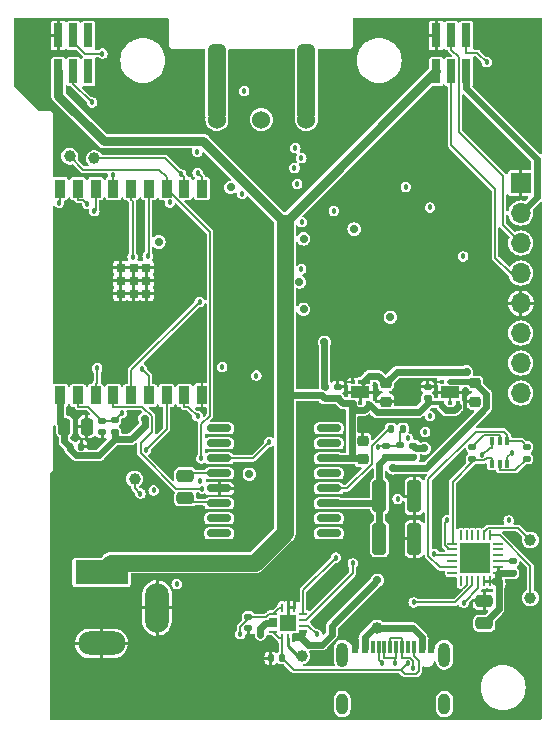
<source format=gbr>
%TF.GenerationSoftware,KiCad,Pcbnew,7.0.10*%
%TF.CreationDate,2024-03-09T07:06:28+08:00*%
%TF.ProjectId,ESP32Sensor-Sensor_board,45535033-3253-4656-9e73-6f722d53656e,rev?*%
%TF.SameCoordinates,Original*%
%TF.FileFunction,Copper,L1,Top*%
%TF.FilePolarity,Positive*%
%FSLAX46Y46*%
G04 Gerber Fmt 4.6, Leading zero omitted, Abs format (unit mm)*
G04 Created by KiCad (PCBNEW 7.0.10) date 2024-03-09 07:06:28*
%MOMM*%
%LPD*%
G01*
G04 APERTURE LIST*
G04 Aperture macros list*
%AMRoundRect*
0 Rectangle with rounded corners*
0 $1 Rounding radius*
0 $2 $3 $4 $5 $6 $7 $8 $9 X,Y pos of 4 corners*
0 Add a 4 corners polygon primitive as box body*
4,1,4,$2,$3,$4,$5,$6,$7,$8,$9,$2,$3,0*
0 Add four circle primitives for the rounded corners*
1,1,$1+$1,$2,$3*
1,1,$1+$1,$4,$5*
1,1,$1+$1,$6,$7*
1,1,$1+$1,$8,$9*
0 Add four rect primitives between the rounded corners*
20,1,$1+$1,$2,$3,$4,$5,0*
20,1,$1+$1,$4,$5,$6,$7,0*
20,1,$1+$1,$6,$7,$8,$9,0*
20,1,$1+$1,$8,$9,$2,$3,0*%
G04 Aperture macros list end*
%TA.AperFunction,ComponentPad*%
%ADD10O,1.000000X2.100000*%
%TD*%
%TA.AperFunction,ComponentPad*%
%ADD11O,1.000000X1.800000*%
%TD*%
%TA.AperFunction,SMDPad,CuDef*%
%ADD12R,0.300000X1.140000*%
%TD*%
%TA.AperFunction,SMDPad,CuDef*%
%ADD13R,0.600000X1.080000*%
%TD*%
%TA.AperFunction,SMDPad,CuDef*%
%ADD14RoundRect,0.147500X0.172500X-0.147500X0.172500X0.147500X-0.172500X0.147500X-0.172500X-0.147500X0*%
%TD*%
%TA.AperFunction,SMDPad,CuDef*%
%ADD15RoundRect,0.250000X-0.250000X-0.475000X0.250000X-0.475000X0.250000X0.475000X-0.250000X0.475000X0*%
%TD*%
%TA.AperFunction,SMDPad,CuDef*%
%ADD16C,1.000000*%
%TD*%
%TA.AperFunction,SMDPad,CuDef*%
%ADD17RoundRect,0.250000X0.475000X-0.250000X0.475000X0.250000X-0.475000X0.250000X-0.475000X-0.250000X0*%
%TD*%
%TA.AperFunction,SMDPad,CuDef*%
%ADD18RoundRect,0.135000X-0.185000X0.135000X-0.185000X-0.135000X0.185000X-0.135000X0.185000X0.135000X0*%
%TD*%
%TA.AperFunction,SMDPad,CuDef*%
%ADD19R,0.400000X0.650000*%
%TD*%
%TA.AperFunction,SMDPad,CuDef*%
%ADD20RoundRect,0.093750X-0.106250X0.093750X-0.106250X-0.093750X0.106250X-0.093750X0.106250X0.093750X0*%
%TD*%
%TA.AperFunction,ComponentPad*%
%ADD21C,0.700000*%
%TD*%
%TA.AperFunction,SMDPad,CuDef*%
%ADD22R,1.600000X1.000000*%
%TD*%
%TA.AperFunction,SMDPad,CuDef*%
%ADD23RoundRect,0.135000X0.185000X-0.135000X0.185000X0.135000X-0.185000X0.135000X-0.185000X-0.135000X0*%
%TD*%
%TA.AperFunction,SMDPad,CuDef*%
%ADD24RoundRect,0.135000X-0.135000X-0.185000X0.135000X-0.185000X0.135000X0.185000X-0.135000X0.185000X0*%
%TD*%
%TA.AperFunction,SMDPad,CuDef*%
%ADD25RoundRect,0.140000X0.170000X-0.140000X0.170000X0.140000X-0.170000X0.140000X-0.170000X-0.140000X0*%
%TD*%
%TA.AperFunction,SMDPad,CuDef*%
%ADD26RoundRect,0.062500X0.062500X-0.275000X0.062500X0.275000X-0.062500X0.275000X-0.062500X-0.275000X0*%
%TD*%
%TA.AperFunction,SMDPad,CuDef*%
%ADD27RoundRect,0.062500X0.275000X-0.062500X0.275000X0.062500X-0.275000X0.062500X-0.275000X-0.062500X0*%
%TD*%
%TA.AperFunction,SMDPad,CuDef*%
%ADD28R,1.450000X1.450000*%
%TD*%
%TA.AperFunction,SMDPad,CuDef*%
%ADD29RoundRect,0.225000X-0.250000X0.225000X-0.250000X-0.225000X0.250000X-0.225000X0.250000X0.225000X0*%
%TD*%
%TA.AperFunction,SMDPad,CuDef*%
%ADD30RoundRect,0.140000X-0.140000X-0.170000X0.140000X-0.170000X0.140000X0.170000X-0.140000X0.170000X0*%
%TD*%
%TA.AperFunction,SMDPad,CuDef*%
%ADD31RoundRect,0.062500X0.062500X-0.350000X0.062500X0.350000X-0.062500X0.350000X-0.062500X-0.350000X0*%
%TD*%
%TA.AperFunction,SMDPad,CuDef*%
%ADD32RoundRect,0.062500X0.350000X-0.062500X0.350000X0.062500X-0.350000X0.062500X-0.350000X-0.062500X0*%
%TD*%
%TA.AperFunction,SMDPad,CuDef*%
%ADD33R,2.600000X2.600000*%
%TD*%
%TA.AperFunction,ComponentPad*%
%ADD34R,4.500000X2.000000*%
%TD*%
%TA.AperFunction,ComponentPad*%
%ADD35O,4.000000X2.000000*%
%TD*%
%TA.AperFunction,ComponentPad*%
%ADD36O,2.000000X4.200000*%
%TD*%
%TA.AperFunction,SMDPad,CuDef*%
%ADD37RoundRect,0.150000X-0.875000X-0.150000X0.875000X-0.150000X0.875000X0.150000X-0.875000X0.150000X0*%
%TD*%
%TA.AperFunction,SMDPad,CuDef*%
%ADD38RoundRect,0.250000X-0.325000X-1.100000X0.325000X-1.100000X0.325000X1.100000X-0.325000X1.100000X0*%
%TD*%
%TA.AperFunction,SMDPad,CuDef*%
%ADD39R,0.900000X1.500000*%
%TD*%
%TA.AperFunction,SMDPad,CuDef*%
%ADD40R,0.700000X0.700000*%
%TD*%
%TA.AperFunction,ComponentPad*%
%ADD41R,1.700000X1.700000*%
%TD*%
%TA.AperFunction,ComponentPad*%
%ADD42O,1.700000X1.700000*%
%TD*%
%TA.AperFunction,SMDPad,CuDef*%
%ADD43R,0.760000X2.030000*%
%TD*%
%TA.AperFunction,ConnectorPad*%
%ADD44RoundRect,0.381000X-0.381000X-2.794000X0.381000X-2.794000X0.381000X2.794000X-0.381000X2.794000X0*%
%TD*%
%TA.AperFunction,ComponentPad*%
%ADD45C,1.524000*%
%TD*%
%TA.AperFunction,ViaPad*%
%ADD46C,0.457200*%
%TD*%
%TA.AperFunction,ViaPad*%
%ADD47C,0.711200*%
%TD*%
%TA.AperFunction,ViaPad*%
%ADD48C,1.000000*%
%TD*%
%TA.AperFunction,Conductor*%
%ADD49C,0.558800*%
%TD*%
%TA.AperFunction,Conductor*%
%ADD50C,0.600000*%
%TD*%
%TA.AperFunction,Conductor*%
%ADD51C,0.250200*%
%TD*%
%TA.AperFunction,Conductor*%
%ADD52C,0.152400*%
%TD*%
%TA.AperFunction,Conductor*%
%ADD53C,0.375600*%
%TD*%
%TA.AperFunction,Conductor*%
%ADD54C,1.400000*%
%TD*%
%TA.AperFunction,Conductor*%
%ADD55C,0.800000*%
%TD*%
%TA.AperFunction,Conductor*%
%ADD56C,0.500000*%
%TD*%
G04 APERTURE END LIST*
D10*
%TO.P,J3,S4*%
%TO.N,N/C*%
X166420000Y-128210000D03*
D11*
%TO.P,J3,S3*%
X166420000Y-132390000D03*
%TO.P,J3,S2*%
X157780000Y-132390000D03*
D10*
%TO.P,J3,S1*%
X157780000Y-128210000D03*
D12*
%TO.P,J3,B8,SBU2*%
%TO.N,unconnected-(J3-SBU2-PadB8)*%
X160350000Y-127590000D03*
%TO.P,J3,B7,D-*%
%TO.N,D-*%
X161350000Y-127590000D03*
%TO.P,J3,B6,D+*%
%TO.N,D+*%
X162850000Y-127590000D03*
%TO.P,J3,B5,CC2*%
%TO.N,CC2*%
X163850000Y-127590000D03*
D13*
%TO.P,J3,B4A9,VBUS*%
%TO.N,USBC_VBUS*%
X164500000Y-127560000D03*
%TO.P,J3,B1A12,GND*%
%TO.N,GND*%
X165300000Y-127560000D03*
D12*
%TO.P,J3,A8,SBU1*%
%TO.N,unconnected-(J3-SBU1-PadA8)*%
X163350000Y-127590000D03*
%TO.P,J3,A7,D-*%
%TO.N,D-*%
X162350000Y-127590000D03*
%TO.P,J3,A6,D+*%
%TO.N,D+*%
X161850000Y-127590000D03*
%TO.P,J3,A5,CC1*%
%TO.N,CC1*%
X160850000Y-127590000D03*
D13*
%TO.P,J3,A4B9,VBUS*%
%TO.N,USBC_VBUS*%
X159700000Y-127560000D03*
%TO.P,J3,A1B12,GND*%
%TO.N,GND*%
X158900000Y-127560000D03*
%TD*%
D14*
%TO.P,FB1,1*%
%TO.N,VBUS*%
X156300000Y-106485000D03*
%TO.P,FB1,2*%
%TO.N,+Vs_For_Lock_in*%
X156300000Y-105515000D03*
%TD*%
D15*
%TO.P,C18,1*%
%TO.N,3.3V*%
X134250000Y-108900000D03*
%TO.P,C18,2*%
%TO.N,GND*%
X136150000Y-108900000D03*
%TD*%
D16*
%TO.P,TP5,1,1*%
%TO.N,Net-(U15-~{RXT}{slash}GPIO.1)*%
X173700000Y-123400000D03*
%TD*%
D17*
%TO.P,C1,1*%
%TO.N,3.3V*%
X169800000Y-125550000D03*
%TO.P,C1,2*%
%TO.N,GND*%
X169800000Y-123650000D03*
%TD*%
D18*
%TO.P,R1,1*%
%TO.N,Net-(U15-~{RST})*%
X172200000Y-120300000D03*
%TO.P,R1,2*%
%TO.N,3.3V*%
X172200000Y-121320000D03*
%TD*%
D19*
%TO.P,U10,1,E2*%
%TO.N,DTR*%
X171750000Y-110150000D03*
%TO.P,U10,2,B2*%
%TO.N,Net-(U10-B2)*%
X171100000Y-110150000D03*
%TO.P,U10,3,C1*%
%TO.N,ESP_EN*%
X170450000Y-110150000D03*
%TO.P,U10,4,E1*%
%TO.N,RTS*%
X170450000Y-112050000D03*
%TO.P,U10,5,B1*%
%TO.N,Net-(U10-B1)*%
X171100000Y-112050000D03*
%TO.P,U10,6,C2*%
%TO.N,GPIO9*%
X171750000Y-112050000D03*
%TD*%
D20*
%TO.P,U14,1,OUT*%
%TO.N,3.3V*%
X159950000Y-105125000D03*
%TO.P,U14,2,SNS*%
X159300000Y-105125000D03*
%TO.P,U14,3,GND*%
%TO.N,GND*%
X158650000Y-105125000D03*
%TO.P,U14,4,EN*%
%TO.N,VBUS*%
X158650000Y-106900000D03*
%TO.P,U14,5,GND*%
%TO.N,GND*%
X159300000Y-106900000D03*
%TO.P,U14,6,IN*%
%TO.N,VBUS*%
X159950000Y-106900000D03*
D21*
%TO.P,U14,7,PAD*%
%TO.N,GND*%
X159300000Y-106012500D03*
D22*
X159300000Y-106012500D03*
%TD*%
D23*
%TO.P,R18,1*%
%TO.N,RTS*%
X168800000Y-111610000D03*
%TO.P,R18,2*%
%TO.N,Net-(U10-B2)*%
X168800000Y-110590000D03*
%TD*%
D16*
%TO.P,TP1,1,1*%
%TO.N,ESP_RXD*%
X136800000Y-86200000D03*
%TD*%
D20*
%TO.P,U11,1,OUT*%
%TO.N,5V*%
X167550000Y-105125000D03*
%TO.P,U11,2,SNS*%
X166900000Y-105125000D03*
%TO.P,U11,3,GND*%
%TO.N,GND*%
X166250000Y-105125000D03*
%TO.P,U11,4,EN*%
%TO.N,VBUS*%
X166250000Y-106900000D03*
%TO.P,U11,5,GND*%
%TO.N,GND*%
X166900000Y-106900000D03*
%TO.P,U11,6,IN*%
%TO.N,VBUS*%
X167550000Y-106900000D03*
D21*
%TO.P,U11,7,PAD*%
%TO.N,GND*%
X166900000Y-106012500D03*
D22*
X166900000Y-106012500D03*
%TD*%
D24*
%TO.P,R22,1*%
%TO.N,Net-(U13-VREF)*%
X161890000Y-109100000D03*
%TO.P,R22,2*%
%TO.N,Net-(U13-FB{slash}SD)*%
X162910000Y-109100000D03*
%TD*%
D25*
%TO.P,C29,1*%
%TO.N,VBUS*%
X157400000Y-106492500D03*
%TO.P,C29,2*%
%TO.N,GND*%
X157400000Y-105532500D03*
%TD*%
D26*
%TO.P,U8,1,CC2*%
%TO.N,CC2*%
X152700000Y-126762500D03*
%TO.P,U8,2,VBUS*%
%TO.N,VBUS*%
X153200000Y-126762500D03*
%TO.P,U8,3,VDD*%
%TO.N,3.3V*%
X153700000Y-126762500D03*
D27*
%TO.P,U8,4,VDD*%
X154462500Y-126250000D03*
%TO.P,U8,5,INT_N*%
%TO.N,INT*%
X154462500Y-125750000D03*
%TO.P,U8,6,SCL*%
%TO.N,SCL*%
X154462500Y-125250000D03*
%TO.P,U8,7,SDA*%
%TO.N,SDA*%
X154462500Y-124750000D03*
D26*
%TO.P,U8,8,GND*%
%TO.N,GND*%
X153700000Y-124237500D03*
%TO.P,U8,9,GND*%
X153200000Y-124237500D03*
%TO.P,U8,10,CC1*%
%TO.N,CC1*%
X152700000Y-124237500D03*
D27*
%TO.P,U8,11,CC1*%
X151937500Y-124750000D03*
%TO.P,U8,12,VCONN*%
%TO.N,3.3V*%
X151937500Y-125250000D03*
%TO.P,U8,13,VCONN*%
X151937500Y-125750000D03*
%TO.P,U8,14,CC2*%
%TO.N,CC2*%
X151937500Y-126250000D03*
D28*
%TO.P,U8,15,GND*%
%TO.N,GND*%
X153200000Y-125500000D03*
%TD*%
D25*
%TO.P,C22,1*%
%TO.N,GND*%
X137450000Y-109355000D03*
%TO.P,C22,2*%
%TO.N,ESP_EN*%
X137450000Y-108395000D03*
%TD*%
D29*
%TO.P,C25,1*%
%TO.N,5V*%
X169050000Y-105237500D03*
%TO.P,C25,2*%
%TO.N,GND*%
X169050000Y-106787500D03*
%TD*%
D16*
%TO.P,TP3,1,1*%
%TO.N,Net-(D1-DOUT)*%
X140200000Y-113330000D03*
%TD*%
D14*
%TO.P,FB2,1*%
%TO.N,-VBUS*%
X163800000Y-111485000D03*
%TO.P,FB2,2*%
%TO.N,-Vs_For_Lock_in*%
X163800000Y-110515000D03*
%TD*%
D30*
%TO.P,C20,1*%
%TO.N,GND*%
X151720000Y-128500000D03*
%TO.P,C20,2*%
%TO.N,CC2*%
X152680000Y-128500000D03*
%TD*%
D23*
%TO.P,R19,1*%
%TO.N,Net-(U10-B1)*%
X173400000Y-111610000D03*
%TO.P,R19,2*%
%TO.N,DTR*%
X173400000Y-110590000D03*
%TD*%
D31*
%TO.P,U15,1,~{RI}/CLK*%
%TO.N,unconnected-(U15-~{RI}{slash}CLK-Pad1)*%
X167800000Y-121987500D03*
%TO.P,U15,2,GND*%
%TO.N,GND*%
X168300000Y-121987500D03*
%TO.P,U15,3,D+*%
%TO.N,D+*%
X168800000Y-121987500D03*
%TO.P,U15,4,D-*%
%TO.N,D-*%
X169300000Y-121987500D03*
%TO.P,U15,5,VIO*%
%TO.N,3.3V*%
X169800000Y-121987500D03*
%TO.P,U15,6,VDD*%
X170300000Y-121987500D03*
D32*
%TO.P,U15,7,VREGIN*%
X170987500Y-121300000D03*
%TO.P,U15,8,VBUS*%
X170987500Y-120800000D03*
%TO.P,U15,9,~{RST}*%
%TO.N,Net-(U15-~{RST})*%
X170987500Y-120300000D03*
%TO.P,U15,10,NC*%
%TO.N,unconnected-(U15-NC-Pad10)*%
X170987500Y-119800000D03*
%TO.P,U15,11,~{WAKEUP}/GPIO.3*%
%TO.N,unconnected-(U15-~{WAKEUP}{slash}GPIO.3-Pad11)*%
X170987500Y-119300000D03*
%TO.P,U15,12,RS485/GPIO.2*%
%TO.N,unconnected-(U15-RS485{slash}GPIO.2-Pad12)*%
X170987500Y-118800000D03*
D31*
%TO.P,U15,13,~{RXT}/GPIO.1*%
%TO.N,Net-(U15-~{RXT}{slash}GPIO.1)*%
X170300000Y-118112500D03*
%TO.P,U15,14,~{TXT}/GPIO.0*%
%TO.N,Net-(U15-~{TXT}{slash}GPIO.0)*%
X169800000Y-118112500D03*
%TO.P,U15,15,~{SUSPEND}*%
%TO.N,unconnected-(U15-~{SUSPEND}-Pad15)*%
X169300000Y-118112500D03*
%TO.P,U15,16,NC*%
%TO.N,unconnected-(U15-NC-Pad16)*%
X168800000Y-118112500D03*
%TO.P,U15,17,SUSPEND*%
%TO.N,unconnected-(U15-SUSPEND-Pad17)*%
X168300000Y-118112500D03*
%TO.P,U15,18,~{CTS}*%
%TO.N,unconnected-(U15-~{CTS}-Pad18)*%
X167800000Y-118112500D03*
D32*
%TO.P,U15,19,~{RTS}*%
%TO.N,RTS*%
X167112500Y-118800000D03*
%TO.P,U15,20,RXD*%
%TO.N,ESP_TXD*%
X167112500Y-119300000D03*
%TO.P,U15,21,TXD*%
%TO.N,ESP_RXD*%
X167112500Y-119800000D03*
%TO.P,U15,22,~{DSR}*%
%TO.N,unconnected-(U15-~{DSR}-Pad22)*%
X167112500Y-120300000D03*
%TO.P,U15,23,~{DTR}*%
%TO.N,DTR*%
X167112500Y-120800000D03*
%TO.P,U15,24,~{DCD}*%
%TO.N,unconnected-(U15-~{DCD}-Pad24)*%
X167112500Y-121300000D03*
D21*
%TO.P,U15,25,GND*%
%TO.N,GND*%
X168350000Y-120750000D03*
X169750000Y-120750000D03*
D33*
X169050000Y-120050000D03*
D21*
X168350000Y-119350000D03*
X169750000Y-119350000D03*
%TD*%
D25*
%TO.P,C27,1*%
%TO.N,-VBUS*%
X161500000Y-111480000D03*
%TO.P,C27,2*%
%TO.N,Net-(U13-FB{slash}SD)*%
X161500000Y-110520000D03*
%TD*%
D23*
%TO.P,R16,1*%
%TO.N,3.3V*%
X138525000Y-109385000D03*
%TO.P,R16,2*%
%TO.N,ESP_EN*%
X138525000Y-108365000D03*
%TD*%
D29*
%TO.P,C23,1*%
%TO.N,GND*%
X159500000Y-110125000D03*
%TO.P,C23,2*%
%TO.N,VBUS*%
X159500000Y-111675000D03*
%TD*%
D17*
%TO.P,C26,1*%
%TO.N,Net-(U13-CAP-)*%
X144500000Y-114950000D03*
%TO.P,C26,2*%
%TO.N,Net-(U13-CAP+)*%
X144500000Y-113050000D03*
%TD*%
D25*
%TO.P,C24,1*%
%TO.N,VBUS*%
X165000000Y-106492500D03*
%TO.P,C24,2*%
%TO.N,GND*%
X165000000Y-105532500D03*
%TD*%
D16*
%TO.P,TP2,1,1*%
%TO.N,ESP_TXD*%
X134700000Y-86000000D03*
%TD*%
D34*
%TO.P,J1,1*%
%TO.N,VBUS*%
X137400000Y-121250000D03*
D35*
%TO.P,J1,2*%
%TO.N,GND*%
X137400000Y-127250000D03*
D36*
%TO.P,J1,3*%
X142100000Y-124250000D03*
%TD*%
D37*
%TO.P,U13,1,NC*%
%TO.N,unconnected-(U13-NC-Pad1)*%
X147350000Y-109055000D03*
%TO.P,U13,2,NC*%
%TO.N,unconnected-(U13-NC-Pad2)*%
X147350000Y-110325000D03*
%TO.P,U13,3,FB/SD*%
%TO.N,Net-(U13-FB{slash}SD)*%
X147350000Y-111595000D03*
%TO.P,U13,4,CAP+*%
%TO.N,Net-(U13-CAP+)*%
X147350000Y-112865000D03*
%TO.P,U13,5,GND*%
%TO.N,GND*%
X147350000Y-114135000D03*
%TO.P,U13,6,CAP-*%
%TO.N,Net-(U13-CAP-)*%
X147350000Y-115405000D03*
%TO.P,U13,7,NC*%
%TO.N,unconnected-(U13-NC-Pad7)*%
X147350000Y-116675000D03*
%TO.P,U13,8,NC*%
%TO.N,unconnected-(U13-NC-Pad8)*%
X147350000Y-117945000D03*
%TO.P,U13,9,NC*%
%TO.N,unconnected-(U13-NC-Pad9)*%
X156650000Y-117945000D03*
%TO.P,U13,10,NC*%
%TO.N,unconnected-(U13-NC-Pad10)*%
X156650000Y-116675000D03*
%TO.P,U13,11,VOUT*%
%TO.N,-VBUS*%
X156650000Y-115405000D03*
%TO.P,U13,12,VREF*%
%TO.N,Net-(U13-VREF)*%
X156650000Y-114135000D03*
%TO.P,U13,13,OSC*%
%TO.N,unconnected-(U13-OSC-Pad13)*%
X156650000Y-112865000D03*
%TO.P,U13,14,VCC*%
%TO.N,VBUS*%
X156650000Y-111595000D03*
%TO.P,U13,15,NC*%
%TO.N,unconnected-(U13-NC-Pad15)*%
X156650000Y-110325000D03*
%TO.P,U13,16,NC*%
%TO.N,unconnected-(U13-NC-Pad16)*%
X156650000Y-109055000D03*
%TD*%
D38*
%TO.P,C28,1*%
%TO.N,-VBUS*%
X160925000Y-114800000D03*
%TO.P,C28,2*%
%TO.N,GND*%
X163875000Y-114800000D03*
%TD*%
D25*
%TO.P,C19,1*%
%TO.N,GND*%
X149825000Y-125955000D03*
%TO.P,C19,2*%
%TO.N,CC1*%
X149825000Y-124995000D03*
%TD*%
D30*
%TO.P,C17,1*%
%TO.N,3.3V*%
X134720000Y-110600000D03*
%TO.P,C17,2*%
%TO.N,GND*%
X135680000Y-110600000D03*
%TD*%
D16*
%TO.P,TP6,1,1*%
%TO.N,Net-(U15-~{TXT}{slash}GPIO.0)*%
X173700000Y-118500000D03*
%TD*%
D38*
%TO.P,C31,1*%
%TO.N,-VBUS*%
X160925000Y-118400000D03*
%TO.P,C31,2*%
%TO.N,GND*%
X163875000Y-118400000D03*
%TD*%
D23*
%TO.P,R23,1*%
%TO.N,-VBUS*%
X162700000Y-111510000D03*
%TO.P,R23,2*%
%TO.N,Net-(U13-FB{slash}SD)*%
X162700000Y-110490000D03*
%TD*%
D39*
%TO.P,U9,1,3V3*%
%TO.N,3.3V*%
X133905100Y-106250000D03*
%TO.P,U9,2,EN*%
%TO.N,ESP_EN*%
X135405100Y-106250000D03*
%TO.P,U9,3,IO4*%
%TO.N,SCL*%
X136905100Y-106250000D03*
%TO.P,U9,4,IO5*%
%TO.N,SDA*%
X138405100Y-106250000D03*
%TO.P,U9,5,IO6*%
%TO.N,LED_REF*%
X139905100Y-106250000D03*
%TO.P,U9,6,IO7*%
%TO.N,ESP_PWM_DIM*%
X141405100Y-106250000D03*
%TO.P,U9,7,IO8*%
%TO.N,NeopixelLED*%
X142905100Y-106250000D03*
%TO.P,U9,8,IO9*%
%TO.N,GPIO9*%
X144405100Y-106250000D03*
%TO.P,U9,9,GND*%
%TO.N,GND*%
X145905100Y-106250000D03*
%TO.P,U9,10,IO10*%
%TO.N,INT*%
X145905100Y-88750000D03*
%TO.P,U9,11,RXD*%
%TO.N,ESP_RXD*%
X144405100Y-88750000D03*
%TO.P,U9,12,TXD*%
%TO.N,ESP_TXD*%
X142905100Y-88750000D03*
%TO.P,U9,13,IO18*%
%TO.N,D-*%
X141405100Y-88750000D03*
%TO.P,U9,14,IO19*%
%TO.N,D+*%
X139905100Y-88750000D03*
%TO.P,U9,15,IO3*%
%TO.N,Mux_Sel_B*%
X138405100Y-88750000D03*
%TO.P,U9,16,IO2*%
%TO.N,Mux_Sel_A*%
X136905100Y-88750000D03*
%TO.P,U9,17,IO1*%
%TO.N,GPIO1*%
X135405100Y-88750000D03*
%TO.P,U9,18,IO0*%
%TO.N,ESP_ADC*%
X133905100Y-88750000D03*
D40*
%TO.P,U9,19,GND*%
%TO.N,GND*%
X139005100Y-97640000D03*
%TO.P,U9,20,GND*%
X139005100Y-96540000D03*
%TO.P,U9,21,GND*%
X139005100Y-95440000D03*
%TO.P,U9,22,GND*%
X140105100Y-97640000D03*
%TO.P,U9,23,GND*%
X140105100Y-96540000D03*
%TO.P,U9,24,GND*%
X140105100Y-95440000D03*
%TO.P,U9,25,GND*%
X141205100Y-97640000D03*
%TO.P,U9,26,GND*%
X141205100Y-96540000D03*
%TO.P,U9,27,GND*%
X141205100Y-95440000D03*
%TD*%
D29*
%TO.P,C30,1*%
%TO.N,3.3V*%
X161450000Y-105237500D03*
%TO.P,C30,2*%
%TO.N,GND*%
X161450000Y-106787500D03*
%TD*%
D41*
%TO.P,J6,1,Pin_1*%
%TO.N,GND*%
X172900000Y-88280000D03*
D42*
%TO.P,J6,2,Pin_2*%
%TO.N,3.3V*%
X172900000Y-90820000D03*
%TO.P,J6,3,Pin_3*%
%TO.N,SCL*%
X172900000Y-93360000D03*
%TO.P,J6,4,Pin_4*%
%TO.N,SDA*%
X172900000Y-95900000D03*
%TO.P,J6,5,Pin_5*%
%TO.N,GND*%
X172900000Y-98440000D03*
%TO.P,J6,6,Pin_6*%
%TO.N,GPIO1*%
X172900000Y-100980000D03*
%TO.P,J6,7,Pin_7*%
%TO.N,Mux_Sel_A*%
X172900000Y-103520000D03*
%TO.P,J6,8,Pin_8*%
%TO.N,Mux_Sel_B*%
X172900000Y-106060000D03*
%TD*%
D43*
%TO.P,J4,01,01*%
%TO.N,INT*%
X168282500Y-75782500D03*
%TO.P,J4,02,02*%
%TO.N,3.3V*%
X168282500Y-78832500D03*
%TO.P,J4,03,03*%
%TO.N,SCL*%
X167012500Y-75782500D03*
%TO.P,J4,04,04*%
%TO.N,SDA*%
X167012500Y-78832500D03*
%TO.P,J4,05,05*%
%TO.N,GND*%
X165742500Y-75782500D03*
%TO.P,J4,06,06*%
%TO.N,VBUS*%
X165742500Y-78832500D03*
%TD*%
D44*
%TO.P,PD1,1,An*%
%TO.N,Net-(PD1-An)*%
X154726500Y-79729500D03*
D45*
X154726500Y-82904500D03*
D44*
%TO.P,PD1,2,Ca*%
%TO.N,5V_PD*%
X147170000Y-79729500D03*
D45*
X147170000Y-82904500D03*
%TO.P,PD1,3,Ca*%
X150916500Y-82904500D03*
%TD*%
D43*
%TO.P,J2,01,01*%
%TO.N,unconnected-(J2-Pad01)*%
X136282500Y-75782500D03*
%TO.P,J2,02,02*%
%TO.N,unconnected-(J2-Pad02)*%
X136282500Y-78832500D03*
%TO.P,J2,03,03*%
%TO.N,LED_REF*%
X135012500Y-75782500D03*
%TO.P,J2,04,04*%
%TO.N,ESP_PWM_DIM*%
X135012500Y-78832500D03*
%TO.P,J2,05,05*%
%TO.N,GND*%
X133742500Y-75782500D03*
%TO.P,J2,06,06*%
%TO.N,VBUS*%
X133742500Y-78832500D03*
%TD*%
D46*
%TO.N,GND*%
X152650000Y-89025000D03*
X144550000Y-83725000D03*
%TO.N,3.3V*%
X150850000Y-126550000D03*
X156900000Y-126425000D03*
%TO.N,GND*%
X163150000Y-106425000D03*
X136800000Y-110275000D03*
X140125000Y-107900000D03*
X142425000Y-108400000D03*
D47*
%TO.N,3.3V*%
X160750000Y-121900000D03*
%TO.N,5V_PD*%
X154140000Y-96650400D03*
D46*
%TO.N,Net-(PD1-An)*%
X145501000Y-85631500D03*
%TO.N,Net-(U13-FB{slash}SD)*%
X160820000Y-110613000D03*
X151610000Y-110187000D03*
%TO.N,Net-(U2-S4)*%
X153805000Y-85328500D03*
X153736000Y-86995000D03*
D48*
%TO.N,USBC_VBUS*%
X160740000Y-125950000D03*
D46*
%TO.N,Net-(U2-S2)*%
X149277000Y-89184600D03*
X153964000Y-88368300D03*
%TO.N,EPOT_w*%
X143182000Y-89918800D03*
X157066000Y-90635600D03*
%TO.N,5V_SCL*%
X163161000Y-88610600D03*
X163355000Y-109904000D03*
X164798000Y-109352000D03*
%TO.N,5V_SDA*%
X165210000Y-90340800D03*
X165210000Y-108009000D03*
X162475000Y-115025000D03*
%TO.N,Mux_Sel_B*%
X154317000Y-86161400D03*
X138365000Y-87638100D03*
D48*
%TO.N,VBUS*%
X154335000Y-128322000D03*
D46*
%TO.N,NeopixelLED*%
X141143000Y-110888000D03*
%TO.N,ESP_PWM_DIM*%
X136600000Y-81450000D03*
X140819200Y-104022000D03*
%TO.N,Net-(D1-DOUT)*%
X140691000Y-114579000D03*
%TO.N,Mux_Sel_A*%
X136790000Y-90651700D03*
X154332000Y-91593900D03*
%TO.N,GPIO1*%
X136194000Y-90045700D03*
%TO.N,ESP_ADC*%
X133797000Y-89951700D03*
X150514000Y-104586000D03*
%TO.N,Sensor_Second_stage*%
X154300000Y-95575000D03*
X147619000Y-103859000D03*
D47*
%TO.N,-Vs_For_Lock_in*%
X161850000Y-99625000D03*
X164724000Y-110745000D03*
%TO.N,+Vs_For_Lock_in*%
X158791000Y-92177500D03*
X148320000Y-88647300D03*
X156271000Y-101755000D03*
X142252000Y-93270400D03*
%TO.N,5V*%
X154502000Y-92999100D03*
X149906000Y-112918000D03*
X162081000Y-112394000D03*
X154502000Y-98967000D03*
D46*
%TO.N,LED_REF*%
X145706300Y-98329000D03*
X137475000Y-77325000D03*
%TO.N,SDA*%
X171871700Y-116836100D03*
X157229500Y-119983200D03*
X145920900Y-114150700D03*
%TO.N,SCL*%
X158669500Y-120472100D03*
X137026200Y-103954300D03*
X168010500Y-94483900D03*
%TO.N,INT*%
X170000000Y-78050000D03*
X149481600Y-80497300D03*
X145527000Y-87421250D03*
X155653800Y-126501000D03*
%TO.N,ESP_EN*%
X139100000Y-107775000D03*
X169624000Y-111310000D03*
%TO.N,GPIO9*%
X145524000Y-108012000D03*
X172151000Y-111100000D03*
%TO.N,ESP_RXD*%
X144138000Y-87538700D03*
X145775000Y-113487000D03*
X165559000Y-119666000D03*
%TO.N,ESP_TXD*%
X166687000Y-116829000D03*
X145847000Y-111594000D03*
%TO.N,CC2*%
X163324000Y-128895000D03*
%TO.N,D-*%
X141301000Y-94479200D03*
X143764000Y-122240000D03*
X168072000Y-123810000D03*
X162215000Y-128897000D03*
%TO.N,D+*%
X141804000Y-114308000D03*
X163790000Y-129340000D03*
X163831000Y-123789000D03*
X140027000Y-94529300D03*
%TO.N,CC1*%
X161130000Y-128914000D03*
X149150000Y-126475000D03*
D47*
%TO.N,3.3V*%
X171041800Y-122188300D03*
X168307900Y-104266700D03*
X141044200Y-108216500D03*
D48*
%TO.N,GND*%
X169050000Y-120050000D03*
D46*
X162230000Y-119150000D03*
X159420000Y-103500000D03*
X167157000Y-97739200D03*
X161100000Y-98900000D03*
X167040000Y-126410000D03*
X167361000Y-90576400D03*
X160985000Y-86004400D03*
X171575000Y-94450000D03*
X157683000Y-83210400D03*
X158440000Y-104060000D03*
X142970000Y-94850000D03*
X164360000Y-93580000D03*
X159150000Y-87225000D03*
X140925000Y-91475000D03*
X150266000Y-115494000D03*
X145380000Y-102770000D03*
X147475000Y-87575000D03*
X166878000Y-102387000D03*
X166010000Y-121800000D03*
X167056000Y-88341200D03*
X147375000Y-91900000D03*
X163881000Y-89941400D03*
X165775000Y-117700000D03*
X157800000Y-126390000D03*
X148740000Y-90280000D03*
X160985000Y-93268800D03*
%TD*%
D49*
%TO.N,3.3V*%
X174250000Y-89470000D02*
X172900000Y-90820000D01*
X174250000Y-86223300D02*
X174250000Y-89470000D01*
X168282500Y-78832500D02*
X168282500Y-80255800D01*
X168282500Y-80255800D02*
X174250000Y-86223300D01*
D50*
%TO.N,GND*%
X165300000Y-126975000D02*
X165865000Y-126410000D01*
X165300000Y-127560000D02*
X165300000Y-126975000D01*
X165865000Y-126410000D02*
X167040000Y-126410000D01*
D51*
%TO.N,VBUS*%
X153200000Y-127500000D02*
X153200000Y-126762500D01*
X154022000Y-128322000D02*
X153200000Y-127500000D01*
X154335000Y-128322000D02*
X154022000Y-128322000D01*
D49*
X154335000Y-128322000D02*
X154097000Y-128322000D01*
%TO.N,3.3V*%
X156075000Y-127350000D02*
X156900000Y-126525000D01*
X154900000Y-127350000D02*
X156075000Y-127350000D01*
X156900000Y-126525000D02*
X156900000Y-126425000D01*
X154250000Y-126700000D02*
X154900000Y-127350000D01*
X151922400Y-125502600D02*
X151925000Y-125500000D01*
X151297400Y-125502600D02*
X151922400Y-125502600D01*
X150850000Y-125950000D02*
X151297400Y-125502600D01*
X150850000Y-126550000D02*
X150850000Y-125950000D01*
X156900000Y-126425000D02*
X156900000Y-125750000D01*
X150850000Y-126552600D02*
X150850000Y-126550000D01*
D52*
%TO.N,CC1*%
X149960762Y-125020000D02*
X151348000Y-125020000D01*
X149150000Y-126475000D02*
X149150000Y-125830762D01*
X149150000Y-125830762D02*
X149960762Y-125020000D01*
X149850000Y-125020000D02*
X149825000Y-124995000D01*
X151348000Y-125020000D02*
X149850000Y-125020000D01*
%TO.N,ESP_EN*%
X135405000Y-107205000D02*
X135405000Y-106727500D01*
X136260000Y-107205000D02*
X135405000Y-107205000D01*
X137445000Y-108390000D02*
X136260000Y-107205000D01*
X139100000Y-107775000D02*
X138485000Y-108390000D01*
X138485000Y-108390000D02*
X137445000Y-108390000D01*
D49*
%TO.N,3.3V*%
X138575000Y-109975000D02*
X138525000Y-109925000D01*
X138525000Y-109925000D02*
X138525000Y-109385000D01*
X134720000Y-110784200D02*
X134720000Y-110600000D01*
X135272000Y-111336200D02*
X134720000Y-110784200D01*
X137213800Y-111336200D02*
X135272000Y-111336200D01*
X138575000Y-109975000D02*
X137213800Y-111336200D01*
X141044200Y-108832700D02*
X139901900Y-109975000D01*
X139901900Y-109975000D02*
X138575000Y-109975000D01*
X141044200Y-108216500D02*
X141044200Y-108832700D01*
X156900000Y-125750000D02*
X160750000Y-121900000D01*
X160025000Y-104625000D02*
X159543900Y-105106100D01*
X160837500Y-104625000D02*
X160025000Y-104625000D01*
X161450000Y-105237500D02*
X160837500Y-104625000D01*
D52*
%TO.N,D+*%
X163790000Y-128744000D02*
X163790000Y-129340000D01*
X162850000Y-128450000D02*
X163496000Y-128450000D01*
X163496000Y-128450000D02*
X163790000Y-128744000D01*
X161850000Y-126775000D02*
X162850000Y-126775000D01*
X162850000Y-126775000D02*
X162850000Y-128450000D01*
X161850000Y-127640000D02*
X161850000Y-126775000D01*
%TO.N,D-*%
X162215000Y-128450000D02*
X162215000Y-128897000D01*
X162350000Y-128450000D02*
X162120000Y-128450000D01*
X162350000Y-127640000D02*
X162350000Y-128450000D01*
X161350000Y-128450000D02*
X161350000Y-127640000D01*
X162120000Y-128450000D02*
X161350000Y-128450000D01*
%TO.N,INT*%
X145905100Y-87794900D02*
X145905100Y-88750000D01*
X145527000Y-87421250D02*
X145900650Y-87794900D01*
X145900650Y-87794900D02*
X145905100Y-87794900D01*
X168282500Y-77275000D02*
X168282500Y-75782500D01*
X169225000Y-77275000D02*
X168282500Y-77275000D01*
X170000000Y-78050000D02*
X169225000Y-77275000D01*
%TO.N,SDA*%
X170714100Y-94589100D02*
X172025000Y-95900000D01*
X170714100Y-88773400D02*
X170714100Y-94589100D01*
X172025000Y-95900000D02*
X172900000Y-95900000D01*
X167012500Y-85071800D02*
X170714100Y-88773400D01*
X167012500Y-78832500D02*
X167012500Y-85071800D01*
%TO.N,SCL*%
X171375000Y-91835000D02*
X172900000Y-93360000D01*
X167650000Y-83926000D02*
X171375000Y-87651000D01*
X171375000Y-87651000D02*
X171375000Y-91835000D01*
X167650000Y-77640100D02*
X167650000Y-83926000D01*
X167012500Y-77002600D02*
X167650000Y-77640100D01*
X167012500Y-75782500D02*
X167012500Y-77002600D01*
%TO.N,ESP_PWM_DIM*%
X135012500Y-79862500D02*
X135012500Y-78832500D01*
X136600000Y-81450000D02*
X135012500Y-79862500D01*
%TO.N,LED_REF*%
X135012500Y-76313900D02*
X135012500Y-75782500D01*
X136023600Y-77325000D02*
X135012500Y-76313900D01*
X137475000Y-77325000D02*
X136023600Y-77325000D01*
D49*
%TO.N,5V_PD*%
X147170000Y-82904500D02*
X147170000Y-79729500D01*
D52*
%TO.N,Net-(PD1-An)*%
X154726000Y-82904500D02*
X154726000Y-81317000D01*
X154726500Y-81317500D02*
X154726500Y-82904500D01*
X154726000Y-81317000D02*
X154726500Y-81317500D01*
X154726000Y-81317000D02*
X154726000Y-80523200D01*
X154726000Y-80523200D02*
X154726000Y-79729500D01*
X154726500Y-80522700D02*
X154726500Y-79729500D01*
X154726000Y-80523200D02*
X154726500Y-80522700D01*
%TO.N,Net-(U15-~{TXT}{slash}GPIO.0)*%
X169800000Y-117805000D02*
X169800000Y-118112000D01*
X170120000Y-117486000D02*
X169800000Y-117805000D01*
X172686000Y-117486000D02*
X170120000Y-117486000D01*
X173700000Y-118500000D02*
X172686000Y-117486000D01*
X169800000Y-118112000D02*
X169800000Y-118112500D01*
%TO.N,Net-(U15-~{RXT}{slash}GPIO.1)*%
X170300500Y-118112000D02*
X170300000Y-118112000D01*
X171102000Y-118112000D02*
X170300500Y-118112000D01*
X173700000Y-120710000D02*
X171102000Y-118112000D01*
X173700000Y-123400000D02*
X173700000Y-120710000D01*
X170300500Y-118112000D02*
X170300000Y-118112500D01*
%TO.N,Net-(U13-VREF)*%
X158162000Y-114135000D02*
X156650000Y-114135000D01*
X160262000Y-112035000D02*
X158162000Y-114135000D01*
X160262000Y-110558000D02*
X160262000Y-112035000D01*
X161719000Y-109100000D02*
X160262000Y-110558000D01*
X161890000Y-109100000D02*
X161719000Y-109100000D01*
%TO.N,Net-(U10-B1)*%
X171100000Y-112580000D02*
X171100000Y-112050000D01*
X172430000Y-112580000D02*
X171100000Y-112580000D01*
X173400000Y-111610000D02*
X172430000Y-112580000D01*
%TO.N,Net-(U10-B2)*%
X171100000Y-109620000D02*
X171100000Y-110150000D01*
X169770000Y-109620000D02*
X171100000Y-109620000D01*
X168800000Y-110590000D02*
X169770000Y-109620000D01*
%TO.N,Net-(U13-FB{slash}SD)*%
X162700000Y-109310000D02*
X162910000Y-109100000D01*
X162700000Y-110490000D02*
X162700000Y-109310000D01*
X160912000Y-110520000D02*
X160820000Y-110613000D01*
X161500000Y-110520000D02*
X160912000Y-110520000D01*
X150202000Y-111595000D02*
X147350000Y-111595000D01*
X151610000Y-110187000D02*
X150202000Y-111595000D01*
X162670000Y-110520000D02*
X161500000Y-110520000D01*
X162700000Y-110490000D02*
X162670000Y-110520000D01*
%TO.N,Net-(U13-CAP+)*%
X144685000Y-112865000D02*
X144500000Y-113050000D01*
X147350000Y-112865000D02*
X144685000Y-112865000D01*
%TO.N,Net-(U13-CAP-)*%
X144841000Y-115291000D02*
X144500000Y-114950000D01*
X147236000Y-115291000D02*
X144841000Y-115291000D01*
X147350000Y-115405000D02*
X147236000Y-115291000D01*
D49*
%TO.N,USBC_VBUS*%
X164500000Y-126697000D02*
X164500000Y-127580000D01*
X163753000Y-125950000D02*
X164500000Y-126697000D01*
X160740000Y-125950000D02*
X163753000Y-125950000D01*
X164500000Y-127580000D02*
X164500000Y-127610000D01*
X159700000Y-126697000D02*
X159700000Y-127580000D01*
X160447000Y-125950000D02*
X159700000Y-126697000D01*
X160740000Y-125950000D02*
X160447000Y-125950000D01*
X159700000Y-127580000D02*
X159700000Y-127610000D01*
D52*
%TO.N,Net-(U15-~{RST})*%
X172200000Y-120300000D02*
X170988000Y-120300000D01*
X170988000Y-120300000D02*
X170987500Y-120300000D01*
%TO.N,Mux_Sel_B*%
X138405000Y-87678500D02*
X138405000Y-88214200D01*
X138365000Y-87638100D02*
X138405000Y-87678500D01*
X138405000Y-88214200D02*
X138405000Y-88750000D01*
X138405100Y-88214300D02*
X138405100Y-88750000D01*
X138405000Y-88214200D02*
X138405100Y-88214300D01*
D49*
%TO.N,-VBUS*%
X160925000Y-118400000D02*
X160925000Y-114800000D01*
X163775000Y-111510000D02*
X163800000Y-111485000D01*
X162700000Y-111510000D02*
X163775000Y-111510000D01*
X161253000Y-111727000D02*
X161470000Y-111510000D01*
X160925000Y-112055000D02*
X161253000Y-111727000D01*
X160925000Y-114800000D02*
X160925000Y-112055000D01*
X160320000Y-115405000D02*
X160925000Y-114800000D01*
X156650000Y-115405000D02*
X160320000Y-115405000D01*
X161470000Y-111510000D02*
X162700000Y-111510000D01*
X161253000Y-111727000D02*
X161470000Y-111510000D01*
X161470000Y-111510000D02*
X161500000Y-111480000D01*
%TO.N,VBUS*%
X156650000Y-111595000D02*
X158579000Y-111595000D01*
D53*
X165019000Y-106900000D02*
X166250000Y-106900000D01*
D49*
X133742000Y-79857000D02*
X133742000Y-78832500D01*
D54*
X152920000Y-106226000D02*
X152920000Y-91655000D01*
D53*
X166250000Y-107190000D02*
X166250000Y-106900000D01*
D49*
X158579000Y-106971000D02*
X158631000Y-106919000D01*
X158579000Y-111595000D02*
X158579000Y-106971000D01*
D55*
X152920000Y-91655000D02*
X165742000Y-78832500D01*
D53*
X160201000Y-107151000D02*
X160091000Y-107041000D01*
D49*
X133742000Y-79857500D02*
X133742000Y-79857000D01*
D53*
X167550000Y-107152000D02*
X167550000Y-106900000D01*
X160091000Y-107041000D02*
X159950000Y-106900000D01*
D49*
X164239000Y-107680000D02*
X165019000Y-106900000D01*
X160730000Y-107680000D02*
X164239000Y-107680000D01*
X160201000Y-107151000D02*
X160730000Y-107680000D01*
X166594000Y-107534000D02*
X166250000Y-107190000D01*
X167255000Y-107534000D02*
X166594000Y-107534000D01*
X167550000Y-107239000D02*
X167255000Y-107534000D01*
X167550000Y-107152000D02*
X167550000Y-107239000D01*
D54*
X152920000Y-117890000D02*
X152920000Y-106226000D01*
X150400000Y-120410000D02*
X152920000Y-117890000D01*
X138240000Y-120410000D02*
X150400000Y-120410000D01*
X137400000Y-121250000D02*
X138240000Y-120410000D01*
D49*
X156041000Y-106226000D02*
X156300000Y-106485000D01*
X152920000Y-106226000D02*
X156041000Y-106226000D01*
X159632000Y-107500000D02*
X160091000Y-107041000D01*
X158990000Y-107500000D02*
X159632000Y-107500000D01*
X158694000Y-107204000D02*
X158990000Y-107500000D01*
X158694000Y-106944000D02*
X158694000Y-107204000D01*
X158669000Y-106919000D02*
X158694000Y-106944000D01*
D55*
X133742000Y-80882500D02*
X133742000Y-79857500D01*
X137580000Y-84720000D02*
X133742000Y-80882500D01*
X145985000Y-84720000D02*
X137580000Y-84720000D01*
X152920000Y-91655000D02*
X145985000Y-84720000D01*
D49*
X159420000Y-111595000D02*
X159500000Y-111675000D01*
X158579000Y-111595000D02*
X159420000Y-111595000D01*
D55*
X133742000Y-79857500D02*
X133742000Y-79857000D01*
X133742000Y-79857000D02*
X133742000Y-78832500D01*
D51*
X153200000Y-126762500D02*
X153200000Y-126762000D01*
D52*
X157613000Y-106705500D02*
X157400000Y-106492500D01*
D49*
X157400000Y-106492000D02*
X157613000Y-106705500D01*
X156308000Y-106492000D02*
X157400000Y-106492000D01*
X156300000Y-106485000D02*
X156308000Y-106492000D01*
X157826000Y-106919000D02*
X158631000Y-106919000D01*
X157613000Y-106705500D02*
X157826000Y-106919000D01*
D52*
X133742500Y-78832500D02*
X133742000Y-78832500D01*
X165742500Y-78832500D02*
X165742000Y-78832500D01*
X165000500Y-106492500D02*
X165019000Y-106511000D01*
X165000000Y-106492500D02*
X165000500Y-106492500D01*
D49*
X165000000Y-106492000D02*
X165019000Y-106511000D01*
X165019000Y-106511000D02*
X165019000Y-106900000D01*
D52*
X158650000Y-106919000D02*
X158650000Y-106900000D01*
D49*
X158631000Y-106919000D02*
X158650000Y-106919000D01*
X158650000Y-106919000D02*
X158669000Y-106919000D01*
X158631000Y-106919000D02*
X158650000Y-106919000D01*
X158650000Y-106919000D02*
X158669000Y-106919000D01*
D52*
%TO.N,NeopixelLED*%
X142905000Y-106250000D02*
X142905000Y-107688000D01*
X142905000Y-109126000D02*
X141143000Y-110888000D01*
X142905000Y-107688000D02*
X142905000Y-109126000D01*
X142905100Y-107687900D02*
X142905100Y-106250000D01*
X142905000Y-107688000D02*
X142905100Y-107687900D01*
%TO.N,ESP_PWM_DIM*%
X141405100Y-104607900D02*
X141405100Y-106250000D01*
X140819200Y-104022000D02*
X141405100Y-104607900D01*
%TO.N,Net-(D1-DOUT)*%
X140200000Y-114089000D02*
X140200000Y-113330000D01*
X140691000Y-114579000D02*
X140200000Y-114089000D01*
%TO.N,Mux_Sel_A*%
X136905000Y-90537000D02*
X136905000Y-89251700D01*
X136790000Y-90651700D02*
X136905000Y-90537000D01*
X136905000Y-89251700D02*
X136905000Y-88750000D01*
X136905100Y-89251600D02*
X136905100Y-88750000D01*
X136905000Y-89251700D02*
X136905100Y-89251600D01*
%TO.N,GPIO1*%
X135405000Y-88750000D02*
X135405000Y-89227500D01*
X135853000Y-89705100D02*
X136194000Y-90045700D01*
X135405000Y-89705100D02*
X135853000Y-89705100D01*
X135405000Y-89227500D02*
X135405000Y-89705100D01*
X135405100Y-89227400D02*
X135405100Y-88750000D01*
X135405000Y-89227500D02*
X135405100Y-89227400D01*
%TO.N,ESP_ADC*%
X133905000Y-89843900D02*
X133905000Y-89296900D01*
X133797000Y-89951700D02*
X133905000Y-89843900D01*
X133905000Y-89296900D02*
X133905000Y-88750000D01*
X133905100Y-89296800D02*
X133905100Y-88750000D01*
X133905000Y-89296900D02*
X133905100Y-89296800D01*
D49*
%TO.N,-Vs_For_Lock_in*%
X164030000Y-110745000D02*
X163800000Y-110515000D01*
X164724000Y-110745000D02*
X164030000Y-110745000D01*
%TO.N,+Vs_For_Lock_in*%
X156271000Y-105486000D02*
X156271000Y-101755000D01*
X156300000Y-105515000D02*
X156271000Y-105486000D01*
D56*
%TO.N,5V*%
X169050000Y-105125000D02*
X167550000Y-105125000D01*
X167550000Y-105125000D02*
X166900000Y-105125000D01*
D49*
X169050000Y-105238000D02*
X169050000Y-105237500D01*
X169990000Y-106178000D02*
X169050000Y-105238000D01*
X169990000Y-107267000D02*
X169990000Y-106178000D01*
X164863000Y-112394000D02*
X169990000Y-107267000D01*
X162081000Y-112394000D02*
X164863000Y-112394000D01*
X169050000Y-105237500D02*
X169050000Y-105125000D01*
D52*
%TO.N,LED_REF*%
X139905100Y-104130200D02*
X145706300Y-98329000D01*
X139905100Y-106250000D02*
X139905100Y-104130200D01*
%TO.N,SDA*%
X154462500Y-122750200D02*
X154462500Y-124750000D01*
X157229500Y-119983200D02*
X154462500Y-122750200D01*
X143694000Y-114150700D02*
X145920900Y-114150700D01*
X140697700Y-111154400D02*
X143694000Y-114150700D01*
X140697700Y-110328700D02*
X140697700Y-111154400D01*
X141648500Y-109377900D02*
X140697700Y-110328700D01*
X141648500Y-107989800D02*
X141648500Y-109377900D01*
X140863800Y-107205100D02*
X141648500Y-107989800D01*
X138405100Y-107205100D02*
X140863800Y-107205100D01*
X138405100Y-106250000D02*
X138405100Y-107205100D01*
%TO.N,SCL*%
X154722000Y-125250000D02*
X154462500Y-125250000D01*
X158669500Y-121302500D02*
X154722000Y-125250000D01*
X158669500Y-120472100D02*
X158669500Y-121302500D01*
X137026200Y-105173800D02*
X137026200Y-103954300D01*
X136905100Y-105294900D02*
X137026200Y-105173800D01*
X136905100Y-106250000D02*
X136905100Y-105294900D01*
%TO.N,INT*%
X154902800Y-125750000D02*
X154462500Y-125750000D01*
X155653800Y-126501000D02*
X154902800Y-125750000D01*
%TO.N,ESP_EN*%
X170254000Y-110680000D02*
X169624000Y-111310000D01*
X170450000Y-110680000D02*
X170254000Y-110680000D01*
X170450000Y-110150000D02*
X170450000Y-110680000D01*
X135405000Y-106250000D02*
X135405000Y-106727500D01*
X135405100Y-106727400D02*
X135405100Y-106250000D01*
X135405000Y-106727500D02*
X135405100Y-106727400D01*
%TO.N,GPIO9*%
X171750000Y-111501000D02*
X171750000Y-112050000D01*
X172151000Y-111100000D02*
X171750000Y-111501000D01*
X144405000Y-107205000D02*
X144405000Y-106727500D01*
X144717000Y-107205000D02*
X144405000Y-107205000D01*
X145524000Y-108012000D02*
X144717000Y-107205000D01*
X144405000Y-106727500D02*
X144405000Y-106250000D01*
X144405100Y-106727400D02*
X144405100Y-106250000D01*
X144405000Y-106727500D02*
X144405100Y-106727400D01*
%TO.N,ESP_RXD*%
X142800000Y-86200000D02*
X144138000Y-87538700D01*
X136800000Y-86200000D02*
X142800000Y-86200000D01*
X144405000Y-87794900D02*
X144405000Y-88272400D01*
X144149000Y-87538700D02*
X144405000Y-87794900D01*
X144138000Y-87538700D02*
X144149000Y-87538700D01*
X144405000Y-88272400D02*
X144405000Y-88750000D01*
X144405100Y-88272500D02*
X144405100Y-88750000D01*
X144405000Y-88272400D02*
X144405100Y-88272500D01*
X165693000Y-119800000D02*
X165559000Y-119666000D01*
X167112000Y-119800000D02*
X165693000Y-119800000D01*
X167112000Y-119800000D02*
X167112500Y-119800000D01*
%TO.N,ESP_TXD*%
X166477000Y-117040000D02*
X166687000Y-116829000D01*
X166477000Y-118962000D02*
X166477000Y-117040000D01*
X166815000Y-119300000D02*
X166477000Y-118962000D01*
X167112000Y-119300000D02*
X166815000Y-119300000D01*
X142905100Y-88750000D02*
X142905000Y-88750000D01*
X142905000Y-87794900D02*
X142905000Y-88750000D01*
X142259000Y-87148400D02*
X142905000Y-87794900D01*
X135848000Y-87148400D02*
X142259000Y-87148400D01*
X134700000Y-86000000D02*
X135848000Y-87148400D01*
X145847000Y-108718000D02*
X145847000Y-111594000D01*
X146589000Y-107976000D02*
X145847000Y-108718000D01*
X146589000Y-92433600D02*
X146589000Y-107976000D01*
X142905000Y-88750000D02*
X146589000Y-92433600D01*
X167112500Y-119300000D02*
X167112000Y-119300000D01*
%TO.N,DTR*%
X172960000Y-110150000D02*
X173400000Y-110590000D01*
X171750000Y-110150000D02*
X172960000Y-110150000D01*
X166048000Y-120800000D02*
X167112000Y-120800000D01*
X165071000Y-119822000D02*
X166048000Y-120800000D01*
X165071000Y-113343000D02*
X165071000Y-119822000D01*
X169098000Y-109316000D02*
X165071000Y-113343000D01*
X171446000Y-109316000D02*
X169098000Y-109316000D01*
X171750000Y-109620000D02*
X171446000Y-109316000D01*
X171750000Y-110150000D02*
X171750000Y-109620000D01*
X167112000Y-120800000D02*
X167112500Y-120800000D01*
%TO.N,RTS*%
X168800000Y-111610000D02*
X168934000Y-111744000D01*
X170450000Y-111520000D02*
X170450000Y-112050000D01*
X170028000Y-111520000D02*
X170450000Y-111520000D01*
X169804000Y-111744000D02*
X170028000Y-111520000D01*
X168934000Y-111744000D02*
X169804000Y-111744000D01*
X167116500Y-118796000D02*
X167112500Y-118800000D01*
X167112000Y-118800000D02*
X167116500Y-118796000D01*
X167121000Y-113556000D02*
X168934000Y-111744000D01*
X167121000Y-118792000D02*
X167121000Y-113556000D01*
X167116500Y-118796000D02*
X167121000Y-118792000D01*
%TO.N,CC2*%
X153671000Y-129491000D02*
X162728000Y-129491000D01*
X152680000Y-128500000D02*
X153671000Y-129491000D01*
X162728000Y-129491000D02*
X163324000Y-128895000D01*
X152680000Y-126762000D02*
X152680000Y-128500000D01*
X152450000Y-126762000D02*
X152680000Y-126762000D01*
X151938000Y-126250000D02*
X152450000Y-126762000D01*
X163850000Y-128325000D02*
X163850000Y-127640000D01*
X164275000Y-128750000D02*
X163850000Y-128325000D01*
X164275000Y-129600000D02*
X164275000Y-128750000D01*
X164050000Y-129825000D02*
X164275000Y-129600000D01*
X163061000Y-129825000D02*
X164050000Y-129825000D01*
X162728000Y-129491000D02*
X163061000Y-129825000D01*
X163850000Y-127640000D02*
X163850000Y-127580000D01*
X152680000Y-126762000D02*
X152699500Y-126762000D01*
X152699500Y-126762000D02*
X152700000Y-126762000D01*
X152699500Y-126762000D02*
X152700000Y-126762500D01*
X151937500Y-126250000D02*
X151938000Y-126250000D01*
%TO.N,D-*%
X161350000Y-127580000D02*
X161350000Y-127640000D01*
X162350000Y-127580000D02*
X162350000Y-127640000D01*
X141405000Y-88750000D02*
X141405000Y-89966400D01*
X141405000Y-94375200D02*
X141301000Y-94479200D01*
X141405000Y-89966400D02*
X141405000Y-94375200D01*
X141405100Y-89966300D02*
X141405100Y-88750000D01*
X141405000Y-89966400D02*
X141405100Y-89966300D01*
X169300000Y-122582000D02*
X168072000Y-123810000D01*
X169300000Y-121988000D02*
X169300000Y-122582000D01*
X169300000Y-121988000D02*
X169300000Y-121987500D01*
%TO.N,D+*%
X139905000Y-88750000D02*
X139905000Y-89227500D01*
X140027000Y-89826700D02*
X140027000Y-94529300D01*
X139905000Y-89705100D02*
X140027000Y-89826700D01*
X139905000Y-89227500D02*
X139905000Y-89705100D01*
X139905100Y-89227400D02*
X139905100Y-88750000D01*
X139905000Y-89227500D02*
X139905100Y-89227400D01*
X167355000Y-123789000D02*
X163831000Y-123789000D01*
X168800000Y-122344000D02*
X167355000Y-123789000D01*
X168800000Y-121988000D02*
X168800000Y-122344000D01*
X168800000Y-121988000D02*
X168800000Y-121987500D01*
%TO.N,CC1*%
X151618000Y-124750000D02*
X151348000Y-125020000D01*
X151937500Y-124750000D02*
X151618000Y-124750000D01*
X160850000Y-127580000D02*
X160850000Y-127640000D01*
X160850000Y-128633000D02*
X161130000Y-128914000D01*
X160850000Y-127640000D02*
X160850000Y-128633000D01*
X152700000Y-124238000D02*
X152699500Y-124238000D01*
X151938000Y-124750000D02*
X151937500Y-124750000D01*
X152450000Y-124238000D02*
X151938000Y-124750000D01*
X152699500Y-124238000D02*
X152450000Y-124238000D01*
X152699500Y-124238000D02*
X152700000Y-124237500D01*
D53*
%TO.N,3.3V*%
X159743800Y-105131000D02*
X159324000Y-105131000D01*
X159749800Y-105125000D02*
X159950000Y-105125000D01*
X159743800Y-105131000D02*
X159749800Y-105125000D01*
D49*
X133905100Y-108555100D02*
X134250000Y-108900000D01*
X133905100Y-106250000D02*
X133905100Y-108555100D01*
D51*
X170987500Y-121300000D02*
X170987500Y-120800000D01*
D49*
X170987500Y-121987500D02*
X170643800Y-121987500D01*
D51*
X170643800Y-121987500D02*
X170300000Y-121987500D01*
X170300000Y-121987500D02*
X169800000Y-121987500D01*
D49*
X170987500Y-121320000D02*
X172200000Y-121320000D01*
X170987500Y-121987500D02*
X170987500Y-121320000D01*
X170987500Y-121320000D02*
X170987500Y-121300000D01*
X134250000Y-110130000D02*
X134250000Y-108900000D01*
X134720000Y-110600000D02*
X134250000Y-110130000D01*
D53*
X159318000Y-105125000D02*
X159300000Y-105125000D01*
X159324000Y-105131000D02*
X159318000Y-105125000D01*
D49*
X171041800Y-122188300D02*
X171014700Y-122188300D01*
X171014700Y-122014700D02*
X171014700Y-122188300D01*
X170987500Y-121987500D02*
X171014700Y-122014700D01*
X171014700Y-124335300D02*
X169800000Y-125550000D01*
X171014700Y-122188300D02*
X171014700Y-124335300D01*
X162420800Y-104266700D02*
X161935400Y-104752100D01*
X168307900Y-104266700D02*
X162420800Y-104266700D01*
X161935400Y-104752100D02*
X161692700Y-104994800D01*
X161692700Y-104994800D02*
X161571400Y-105116100D01*
X161571400Y-105116100D02*
X161510700Y-105176800D01*
X161510700Y-105176800D02*
X161480400Y-105207100D01*
X161480400Y-105207100D02*
X161465200Y-105222300D01*
X161465200Y-105222300D02*
X161457600Y-105229900D01*
X161457600Y-105229900D02*
X161453800Y-105233700D01*
X161453800Y-105233700D02*
X161451900Y-105235600D01*
X161451900Y-105235600D02*
X161451000Y-105236500D01*
X161451000Y-105236500D02*
X161450500Y-105237000D01*
X161450500Y-105237000D02*
X161450300Y-105237200D01*
X161450300Y-105237200D02*
X161450200Y-105237300D01*
X161450200Y-105237300D02*
X161450100Y-105237400D01*
X161450100Y-105237400D02*
X161450000Y-105237500D01*
D50*
%TO.N,GND*%
X158900000Y-127000000D02*
X158900000Y-127580000D01*
X158290000Y-126390000D02*
X158900000Y-127000000D01*
X157800000Y-126390000D02*
X158290000Y-126390000D01*
D52*
X166010000Y-122190000D02*
X166010000Y-121800000D01*
X166810000Y-122990000D02*
X166010000Y-122190000D01*
X167600000Y-122990000D02*
X166810000Y-122990000D01*
X168300000Y-122290000D02*
X167600000Y-122990000D01*
X168300000Y-121988000D02*
X168300000Y-122290000D01*
%TD*%
%TA.AperFunction,Conductor*%
%TO.N,GND*%
G36*
X166455247Y-79961661D02*
G01*
X166459815Y-79967949D01*
X166463696Y-79973758D01*
X166480738Y-79999262D01*
X166550367Y-80045787D01*
X166611767Y-80058000D01*
X166626797Y-80057999D01*
X166684987Y-80076903D01*
X166720953Y-80126402D01*
X166725800Y-80156999D01*
X166725800Y-85009081D01*
X166724851Y-85022755D01*
X166723630Y-85031504D01*
X166725694Y-85076119D01*
X166725800Y-85080692D01*
X166725800Y-85098361D01*
X166725855Y-85098956D01*
X166727342Y-85111778D01*
X166728581Y-85138574D01*
X166728582Y-85138578D01*
X166732155Y-85146669D01*
X166738902Y-85168458D01*
X166740529Y-85177160D01*
X166740531Y-85177165D01*
X166754650Y-85199969D01*
X166761042Y-85212095D01*
X166771875Y-85236629D01*
X166771876Y-85236630D01*
X166771877Y-85236632D01*
X166778135Y-85242890D01*
X166792297Y-85260769D01*
X166796956Y-85268294D01*
X166796957Y-85268295D01*
X166818359Y-85284457D01*
X166828701Y-85293456D01*
X170398404Y-88863159D01*
X170426181Y-88917676D01*
X170427400Y-88933163D01*
X170427400Y-94526381D01*
X170426451Y-94540055D01*
X170425230Y-94548804D01*
X170427294Y-94593419D01*
X170427400Y-94597992D01*
X170427400Y-94615661D01*
X170427455Y-94616256D01*
X170428942Y-94629078D01*
X170430181Y-94655874D01*
X170430182Y-94655878D01*
X170433755Y-94663969D01*
X170440502Y-94685758D01*
X170442129Y-94694460D01*
X170442131Y-94694465D01*
X170456250Y-94717269D01*
X170462642Y-94729395D01*
X170473475Y-94753929D01*
X170473476Y-94753930D01*
X170473477Y-94753932D01*
X170479735Y-94760190D01*
X170493897Y-94778069D01*
X170498556Y-94785594D01*
X170498557Y-94785595D01*
X170519959Y-94801757D01*
X170530301Y-94810756D01*
X171777927Y-96058382D01*
X171786925Y-96068722D01*
X171792246Y-96075768D01*
X171825250Y-96105855D01*
X171828555Y-96109011D01*
X171841049Y-96121504D01*
X171841057Y-96121512D01*
X171841066Y-96121518D01*
X171842141Y-96122411D01*
X171842506Y-96122961D01*
X171844292Y-96124747D01*
X171843931Y-96125107D01*
X171873636Y-96169841D01*
X171915485Y-96307799D01*
X171915487Y-96307804D01*
X172013952Y-96492021D01*
X172013958Y-96492030D01*
X172013960Y-96492033D01*
X172069222Y-96559370D01*
X172146480Y-96653510D01*
X172146489Y-96653519D01*
X172221800Y-96715324D01*
X172307967Y-96786040D01*
X172307971Y-96786042D01*
X172307978Y-96786047D01*
X172492195Y-96884512D01*
X172492201Y-96884515D01*
X172631465Y-96926759D01*
X172692105Y-96945155D01*
X172692110Y-96945156D01*
X172899997Y-96965631D01*
X172900000Y-96965631D01*
X172900003Y-96965631D01*
X173107889Y-96945156D01*
X173107894Y-96945155D01*
X173307799Y-96884515D01*
X173373850Y-96849209D01*
X173492021Y-96786047D01*
X173492024Y-96786044D01*
X173492033Y-96786040D01*
X173653515Y-96653515D01*
X173786040Y-96492033D01*
X173786044Y-96492024D01*
X173786047Y-96492021D01*
X173884512Y-96307804D01*
X173884515Y-96307799D01*
X173945155Y-96107894D01*
X173945156Y-96107889D01*
X173965631Y-95900003D01*
X173965631Y-95899996D01*
X173945156Y-95692110D01*
X173945155Y-95692105D01*
X173909632Y-95575002D01*
X173884515Y-95492201D01*
X173861971Y-95450024D01*
X173786047Y-95307978D01*
X173786041Y-95307969D01*
X173786040Y-95307967D01*
X173715324Y-95221800D01*
X173653519Y-95146489D01*
X173653510Y-95146480D01*
X173554682Y-95065375D01*
X173492033Y-95013960D01*
X173492030Y-95013958D01*
X173492021Y-95013952D01*
X173307804Y-94915487D01*
X173307799Y-94915485D01*
X173107894Y-94854844D01*
X173107889Y-94854843D01*
X172900003Y-94834369D01*
X172899997Y-94834369D01*
X172692110Y-94854843D01*
X172692105Y-94854844D01*
X172492200Y-94915485D01*
X172492195Y-94915487D01*
X172307978Y-95013952D01*
X172307968Y-95013959D01*
X172146489Y-95146480D01*
X172146480Y-95146489D01*
X172013958Y-95307969D01*
X172011256Y-95312014D01*
X172009388Y-95310765D01*
X171971567Y-95347075D01*
X171910952Y-95355412D01*
X171858426Y-95327971D01*
X171029796Y-94499341D01*
X171002019Y-94444824D01*
X171000800Y-94429337D01*
X171000800Y-92110501D01*
X171019707Y-92052310D01*
X171069207Y-92016346D01*
X171130393Y-92016346D01*
X171159461Y-92031498D01*
X171169087Y-92038767D01*
X171180860Y-92047658D01*
X171191201Y-92056656D01*
X171923221Y-92788676D01*
X171950998Y-92843193D01*
X171941427Y-92903625D01*
X171940528Y-92905346D01*
X171915489Y-92952191D01*
X171915483Y-92952207D01*
X171854844Y-93152105D01*
X171854843Y-93152110D01*
X171834369Y-93359996D01*
X171834369Y-93360003D01*
X171854843Y-93567889D01*
X171854844Y-93567894D01*
X171915485Y-93767799D01*
X171915487Y-93767804D01*
X172013952Y-93952021D01*
X172013958Y-93952030D01*
X172013960Y-93952033D01*
X172069222Y-94019370D01*
X172146480Y-94113510D01*
X172146489Y-94113519D01*
X172194256Y-94152720D01*
X172307967Y-94246040D01*
X172307971Y-94246042D01*
X172307978Y-94246047D01*
X172492195Y-94344512D01*
X172492201Y-94344515D01*
X172631465Y-94386759D01*
X172692105Y-94405155D01*
X172692110Y-94405156D01*
X172899997Y-94425631D01*
X172900000Y-94425631D01*
X172900003Y-94425631D01*
X173107889Y-94405156D01*
X173107894Y-94405155D01*
X173110650Y-94404319D01*
X173307799Y-94344515D01*
X173373850Y-94309209D01*
X173492021Y-94246047D01*
X173492024Y-94246044D01*
X173492033Y-94246040D01*
X173653515Y-94113515D01*
X173786040Y-93952033D01*
X173786044Y-93952024D01*
X173786047Y-93952021D01*
X173884512Y-93767804D01*
X173884515Y-93767799D01*
X173945155Y-93567894D01*
X173945156Y-93567889D01*
X173965631Y-93360003D01*
X173965631Y-93359996D01*
X173945156Y-93152110D01*
X173945155Y-93152105D01*
X173926759Y-93091465D01*
X173884515Y-92952201D01*
X173858551Y-92903625D01*
X173786047Y-92767978D01*
X173786042Y-92767971D01*
X173786040Y-92767967D01*
X173691401Y-92652649D01*
X173653519Y-92606489D01*
X173653510Y-92606480D01*
X173559370Y-92529222D01*
X173492033Y-92473960D01*
X173492030Y-92473958D01*
X173492021Y-92473952D01*
X173307804Y-92375487D01*
X173307799Y-92375485D01*
X173107894Y-92314844D01*
X173107889Y-92314843D01*
X172900003Y-92294369D01*
X172899997Y-92294369D01*
X172692110Y-92314843D01*
X172692105Y-92314844D01*
X172492207Y-92375483D01*
X172492204Y-92375483D01*
X172492201Y-92375485D01*
X172492199Y-92375485D01*
X172492191Y-92375489D01*
X172445346Y-92400528D01*
X172385114Y-92411283D01*
X172330063Y-92384580D01*
X172328676Y-92383221D01*
X171690696Y-91745241D01*
X171662919Y-91690724D01*
X171661700Y-91675237D01*
X171661700Y-91058584D01*
X171680607Y-91000393D01*
X171730107Y-90964429D01*
X171791293Y-90964429D01*
X171840793Y-91000393D01*
X171855437Y-91029846D01*
X171915485Y-91227799D01*
X171915487Y-91227804D01*
X172013952Y-91412021D01*
X172013958Y-91412030D01*
X172013960Y-91412033D01*
X172060645Y-91468919D01*
X172146480Y-91573510D01*
X172146489Y-91573519D01*
X172210403Y-91625971D01*
X172307967Y-91706040D01*
X172307971Y-91706042D01*
X172307978Y-91706047D01*
X172492195Y-91804512D01*
X172492201Y-91804515D01*
X172631465Y-91846759D01*
X172692105Y-91865155D01*
X172692110Y-91865156D01*
X172899997Y-91885631D01*
X172900000Y-91885631D01*
X172900003Y-91885631D01*
X173107889Y-91865156D01*
X173107894Y-91865155D01*
X173119729Y-91861565D01*
X173307799Y-91804515D01*
X173418693Y-91745241D01*
X173492021Y-91706047D01*
X173492024Y-91706044D01*
X173492033Y-91706040D01*
X173653515Y-91573515D01*
X173786040Y-91412033D01*
X173786044Y-91412024D01*
X173786047Y-91412021D01*
X173884512Y-91227804D01*
X173884515Y-91227799D01*
X173945155Y-91027894D01*
X173945156Y-91027889D01*
X173965631Y-90820003D01*
X173965631Y-90819996D01*
X173945156Y-90612110D01*
X173945155Y-90612105D01*
X173928763Y-90558067D01*
X173929964Y-90496893D01*
X173953494Y-90459327D01*
X174530496Y-89882326D01*
X174585013Y-89854549D01*
X174645445Y-89864120D01*
X174688710Y-89907385D01*
X174699500Y-89952330D01*
X174699500Y-133600500D01*
X174680593Y-133658691D01*
X174631093Y-133694655D01*
X174600500Y-133699500D01*
X133099000Y-133699500D01*
X133040809Y-133680593D01*
X133004845Y-133631093D01*
X133000000Y-133600500D01*
X133000000Y-132832969D01*
X157069500Y-132832969D01*
X157069501Y-132832986D01*
X157085078Y-132961281D01*
X157085079Y-132961282D01*
X157146263Y-133122611D01*
X157244275Y-133264607D01*
X157244276Y-133264608D01*
X157244277Y-133264609D01*
X157373426Y-133379024D01*
X157526203Y-133459208D01*
X157693730Y-133500500D01*
X157693733Y-133500500D01*
X157866267Y-133500500D01*
X157866270Y-133500500D01*
X158033797Y-133459208D01*
X158186574Y-133379024D01*
X158315723Y-133264609D01*
X158413737Y-133122611D01*
X158474921Y-132961283D01*
X158490500Y-132832975D01*
X158490500Y-132832969D01*
X165709500Y-132832969D01*
X165709501Y-132832986D01*
X165725078Y-132961281D01*
X165725079Y-132961282D01*
X165786263Y-133122611D01*
X165884275Y-133264607D01*
X165884276Y-133264608D01*
X165884277Y-133264609D01*
X166013426Y-133379024D01*
X166166203Y-133459208D01*
X166333730Y-133500500D01*
X166333733Y-133500500D01*
X166506267Y-133500500D01*
X166506270Y-133500500D01*
X166673797Y-133459208D01*
X166826574Y-133379024D01*
X166955723Y-133264609D01*
X167053737Y-133122611D01*
X167114921Y-132961283D01*
X167130500Y-132832975D01*
X167130500Y-131947025D01*
X167114921Y-131818717D01*
X167053737Y-131657389D01*
X166955723Y-131515391D01*
X166826574Y-131400976D01*
X166673797Y-131320792D01*
X166673796Y-131320791D01*
X166673795Y-131320791D01*
X166506272Y-131279500D01*
X166506270Y-131279500D01*
X166333730Y-131279500D01*
X166333727Y-131279500D01*
X166166204Y-131320791D01*
X166013424Y-131400977D01*
X165884275Y-131515392D01*
X165786263Y-131657388D01*
X165725079Y-131818717D01*
X165725078Y-131818718D01*
X165709501Y-131947013D01*
X165709500Y-131947030D01*
X165709500Y-132832969D01*
X158490500Y-132832969D01*
X158490500Y-131947025D01*
X158474921Y-131818717D01*
X158413737Y-131657389D01*
X158315723Y-131515391D01*
X158186574Y-131400976D01*
X158033797Y-131320792D01*
X158033796Y-131320791D01*
X158033795Y-131320791D01*
X157866272Y-131279500D01*
X157866270Y-131279500D01*
X157693730Y-131279500D01*
X157693727Y-131279500D01*
X157526204Y-131320791D01*
X157373424Y-131400977D01*
X157244275Y-131515392D01*
X157146263Y-131657388D01*
X157085079Y-131818717D01*
X157085078Y-131818718D01*
X157069501Y-131947013D01*
X157069500Y-131947030D01*
X157069500Y-132832969D01*
X133000000Y-132832969D01*
X133000000Y-131000000D01*
X169494645Y-131000000D01*
X169514038Y-131271154D01*
X169514038Y-131271157D01*
X169514039Y-131271160D01*
X169542279Y-131400977D01*
X169571826Y-131536805D01*
X169666828Y-131791514D01*
X169666832Y-131791522D01*
X169797106Y-132030102D01*
X169797109Y-132030106D01*
X169797113Y-132030113D01*
X169960029Y-132247742D01*
X170152258Y-132439971D01*
X170369887Y-132602887D01*
X170369894Y-132602891D01*
X170369897Y-132602893D01*
X170608477Y-132733167D01*
X170608485Y-132733171D01*
X170608487Y-132733172D01*
X170863199Y-132828175D01*
X171128840Y-132885961D01*
X171400000Y-132905355D01*
X171671160Y-132885961D01*
X171936801Y-132828175D01*
X172191513Y-132733172D01*
X172430113Y-132602887D01*
X172647742Y-132439971D01*
X172839971Y-132247742D01*
X173002887Y-132030113D01*
X173133172Y-131791513D01*
X173228175Y-131536801D01*
X173285961Y-131271160D01*
X173305355Y-131000000D01*
X173285961Y-130728840D01*
X173228175Y-130463199D01*
X173133172Y-130208487D01*
X173133167Y-130208477D01*
X173002893Y-129969897D01*
X173002891Y-129969894D01*
X173002887Y-129969887D01*
X172839971Y-129752258D01*
X172647742Y-129560029D01*
X172430113Y-129397113D01*
X172430106Y-129397109D01*
X172430102Y-129397106D01*
X172191522Y-129266832D01*
X172191514Y-129266828D01*
X171936805Y-129171826D01*
X171936801Y-129171825D01*
X171671160Y-129114039D01*
X171671157Y-129114038D01*
X171671154Y-129114038D01*
X171400000Y-129094645D01*
X171128845Y-129114038D01*
X171128840Y-129114038D01*
X171128840Y-129114039D01*
X171078632Y-129124961D01*
X170863194Y-129171826D01*
X170608485Y-129266828D01*
X170608477Y-129266832D01*
X170369897Y-129397106D01*
X170369889Y-129397111D01*
X170369887Y-129397113D01*
X170279227Y-129464981D01*
X170152260Y-129560027D01*
X169960027Y-129752260D01*
X169797106Y-129969897D01*
X169666832Y-130208477D01*
X169666828Y-130208485D01*
X169571826Y-130463194D01*
X169514038Y-130728845D01*
X169494645Y-131000000D01*
X133000000Y-131000000D01*
X133000000Y-128700693D01*
X151190000Y-128700693D01*
X151204463Y-128792015D01*
X151204465Y-128792022D01*
X151260548Y-128902088D01*
X151260549Y-128902090D01*
X151347909Y-128989450D01*
X151347911Y-128989451D01*
X151457977Y-129045533D01*
X151457978Y-129045534D01*
X151549306Y-129059999D01*
X151595000Y-129059998D01*
X151595000Y-128625001D01*
X151594999Y-128625000D01*
X151190002Y-128625000D01*
X151190001Y-128625001D01*
X151190001Y-128700693D01*
X151190000Y-128700693D01*
X133000000Y-128700693D01*
X133000000Y-127124999D01*
X135154354Y-127124999D01*
X135154355Y-127125000D01*
X135915595Y-127125000D01*
X135900000Y-127178111D01*
X135900000Y-127321889D01*
X135915595Y-127375000D01*
X135155517Y-127375000D01*
X135176415Y-127529275D01*
X135245945Y-127743269D01*
X135352565Y-127941401D01*
X135492855Y-128117320D01*
X135662299Y-128265358D01*
X135662303Y-128265361D01*
X135855443Y-128380758D01*
X135855457Y-128380765D01*
X136066101Y-128459820D01*
X136066118Y-128459825D01*
X136287491Y-128499998D01*
X136287504Y-128500000D01*
X137274999Y-128500000D01*
X137275000Y-128499999D01*
X137275000Y-127750000D01*
X137525000Y-127750000D01*
X137525000Y-128499999D01*
X137525001Y-128500000D01*
X138456129Y-128500000D01*
X138456154Y-128499998D01*
X138624090Y-128484884D01*
X138624101Y-128484882D01*
X138840992Y-128425023D01*
X138840999Y-128425020D01*
X138944869Y-128374999D01*
X151190000Y-128374999D01*
X151190001Y-128375000D01*
X151594999Y-128375000D01*
X151595000Y-128374999D01*
X151595000Y-127939999D01*
X151549307Y-127940000D01*
X151549305Y-127940001D01*
X151457984Y-127954463D01*
X151457977Y-127954465D01*
X151347911Y-128010548D01*
X151347909Y-128010549D01*
X151260549Y-128097909D01*
X151260548Y-128097911D01*
X151204466Y-128207977D01*
X151204465Y-128207978D01*
X151190000Y-128299307D01*
X151190000Y-128374999D01*
X138944869Y-128374999D01*
X139043712Y-128327399D01*
X139225748Y-128195142D01*
X139381235Y-128032516D01*
X139381235Y-128032515D01*
X139505194Y-127844726D01*
X139505197Y-127844722D01*
X139593624Y-127637833D01*
X139593625Y-127637832D01*
X139643691Y-127418473D01*
X139643693Y-127418458D01*
X139645645Y-127375000D01*
X138884405Y-127375000D01*
X138900000Y-127321889D01*
X138900000Y-127178111D01*
X138884405Y-127125000D01*
X139644482Y-127125000D01*
X139623584Y-126970724D01*
X139554054Y-126756730D01*
X139447434Y-126558598D01*
X139307144Y-126382679D01*
X139137700Y-126234641D01*
X139137696Y-126234638D01*
X138944556Y-126119241D01*
X138944542Y-126119234D01*
X138733898Y-126040179D01*
X138733881Y-126040174D01*
X138512508Y-126000001D01*
X138512496Y-126000000D01*
X137525001Y-126000000D01*
X137525000Y-126000001D01*
X137525000Y-126750000D01*
X137275000Y-126750000D01*
X137275000Y-126000001D01*
X137274999Y-126000000D01*
X136343871Y-126000000D01*
X136343845Y-126000001D01*
X136175909Y-126015115D01*
X136175898Y-126015117D01*
X135959007Y-126074976D01*
X135959000Y-126074979D01*
X135756287Y-126172600D01*
X135574251Y-126304857D01*
X135418764Y-126467483D01*
X135418764Y-126467484D01*
X135294805Y-126655273D01*
X135294802Y-126655277D01*
X135206375Y-126862166D01*
X135206374Y-126862167D01*
X135156308Y-127081526D01*
X135156306Y-127081541D01*
X135154354Y-127124999D01*
X133000000Y-127124999D01*
X133000000Y-125406129D01*
X140850000Y-125406129D01*
X140850001Y-125406154D01*
X140865115Y-125574090D01*
X140865117Y-125574101D01*
X140924976Y-125790992D01*
X140924979Y-125790999D01*
X141022600Y-125993712D01*
X141154857Y-126175748D01*
X141317484Y-126331235D01*
X141505273Y-126455194D01*
X141505277Y-126455197D01*
X141712166Y-126543624D01*
X141712167Y-126543625D01*
X141931526Y-126593691D01*
X141931541Y-126593693D01*
X141974999Y-126595645D01*
X141975000Y-126595645D01*
X141975000Y-125734405D01*
X142028111Y-125750000D01*
X142171889Y-125750000D01*
X142225000Y-125734405D01*
X142225000Y-126594482D01*
X142379275Y-126573584D01*
X142593269Y-126504054D01*
X142647256Y-126475002D01*
X148706385Y-126475002D01*
X148724353Y-126599975D01*
X148724354Y-126599978D01*
X148724354Y-126599979D01*
X148724355Y-126599981D01*
X148770759Y-126701593D01*
X148776808Y-126714838D01*
X148807277Y-126750000D01*
X148859494Y-126810262D01*
X148859496Y-126810263D01*
X148859497Y-126810264D01*
X148940260Y-126862167D01*
X148965716Y-126878526D01*
X149086867Y-126914100D01*
X149086868Y-126914100D01*
X149213132Y-126914100D01*
X149213133Y-126914100D01*
X149334284Y-126878526D01*
X149440506Y-126810262D01*
X149523193Y-126714836D01*
X149575645Y-126599981D01*
X149575753Y-126599232D01*
X149579969Y-126569911D01*
X149606964Y-126515003D01*
X149661079Y-126486449D01*
X149677959Y-126484999D01*
X149699999Y-126484998D01*
X149700000Y-126484998D01*
X149700000Y-125929000D01*
X149718907Y-125870809D01*
X149768407Y-125834845D01*
X149799000Y-125830000D01*
X149851000Y-125830000D01*
X149909191Y-125848907D01*
X149945155Y-125898407D01*
X149950000Y-125929000D01*
X149950000Y-126484998D01*
X149950001Y-126484999D01*
X150025693Y-126484999D01*
X150117015Y-126470536D01*
X150117019Y-126470535D01*
X150216154Y-126420022D01*
X150276586Y-126410450D01*
X150331103Y-126438227D01*
X150358881Y-126492743D01*
X150360100Y-126508231D01*
X150360100Y-126587646D01*
X150375109Y-126692039D01*
X150433632Y-126820184D01*
X150520454Y-126920382D01*
X150525885Y-126926649D01*
X150644395Y-127002811D01*
X150779563Y-127042500D01*
X150779564Y-127042500D01*
X150920436Y-127042500D01*
X150920437Y-127042500D01*
X151055605Y-127002811D01*
X151174115Y-126926649D01*
X151266368Y-126820184D01*
X151324890Y-126692040D01*
X151332218Y-126641070D01*
X151338839Y-126595024D01*
X151365835Y-126540117D01*
X151419949Y-126511563D01*
X151480511Y-126520270D01*
X151491833Y-126526798D01*
X151555980Y-126569660D01*
X151575708Y-126573584D01*
X151635614Y-126585500D01*
X151827037Y-126585500D01*
X151885228Y-126604407D01*
X151897041Y-126614496D01*
X152202927Y-126920382D01*
X152211925Y-126930722D01*
X152217246Y-126937768D01*
X152250250Y-126967855D01*
X152253555Y-126971011D01*
X152266055Y-126983511D01*
X152266550Y-126983921D01*
X152276641Y-126991913D01*
X152296458Y-127009979D01*
X152304705Y-127013174D01*
X152324897Y-127023818D01*
X152328130Y-127026033D01*
X152365449Y-127074520D01*
X152369273Y-127088388D01*
X152380339Y-127144016D01*
X152384073Y-127153031D01*
X152381376Y-127154147D01*
X152393300Y-127193446D01*
X152393300Y-127949776D01*
X152374393Y-128007967D01*
X152337786Y-128038714D01*
X152333521Y-128040799D01*
X152333515Y-128040803D01*
X152297933Y-128076385D01*
X152243416Y-128104162D01*
X152182984Y-128094590D01*
X152157926Y-128076385D01*
X152092090Y-128010549D01*
X152092088Y-128010548D01*
X151982022Y-127954466D01*
X151982021Y-127954465D01*
X151890693Y-127940000D01*
X151845001Y-127940000D01*
X151845000Y-127940001D01*
X151845000Y-129059998D01*
X151845001Y-129059999D01*
X151890693Y-129059999D01*
X151982015Y-129045536D01*
X151982022Y-129045534D01*
X152092088Y-128989451D01*
X152092093Y-128989448D01*
X152157926Y-128923615D01*
X152212442Y-128895837D01*
X152272874Y-128905408D01*
X152297930Y-128923611D01*
X152333517Y-128959198D01*
X152387285Y-128985483D01*
X152438604Y-129010572D01*
X152438605Y-129010572D01*
X152438607Y-129010573D01*
X152506740Y-129020500D01*
X152754037Y-129020500D01*
X152812228Y-129039407D01*
X152824041Y-129049496D01*
X153423927Y-129649382D01*
X153432925Y-129659722D01*
X153438246Y-129666768D01*
X153471250Y-129696855D01*
X153474555Y-129700011D01*
X153487055Y-129712511D01*
X153487557Y-129712927D01*
X153497640Y-129720913D01*
X153502238Y-129725104D01*
X153517458Y-129738979D01*
X153517462Y-129738980D01*
X153517463Y-129738981D01*
X153525704Y-129742174D01*
X153545891Y-129752814D01*
X153553188Y-129757813D01*
X153553190Y-129757813D01*
X153553191Y-129757814D01*
X153579305Y-129763955D01*
X153592383Y-129768005D01*
X153617407Y-129777700D01*
X153626253Y-129777700D01*
X153648919Y-129780329D01*
X153657530Y-129782355D01*
X153684099Y-129778649D01*
X153697775Y-129777700D01*
X162567899Y-129777700D01*
X162626090Y-129796607D01*
X162638007Y-129806802D01*
X162813759Y-129983082D01*
X162821748Y-129994184D01*
X162822720Y-129993451D01*
X162828247Y-130000770D01*
X162861043Y-130030668D01*
X162864454Y-130033929D01*
X162876723Y-130046234D01*
X162876727Y-130046238D01*
X162876813Y-130046297D01*
X162887424Y-130054716D01*
X162907456Y-130072978D01*
X162907460Y-130072980D01*
X162915431Y-130076068D01*
X162935740Y-130086791D01*
X162942791Y-130091637D01*
X162969176Y-130097884D01*
X162982124Y-130101905D01*
X163007407Y-130111700D01*
X163015957Y-130111700D01*
X163038768Y-130114364D01*
X163041159Y-130114929D01*
X163047093Y-130116335D01*
X163073954Y-130112629D01*
X163087485Y-130111700D01*
X163987285Y-130111700D01*
X164000963Y-130112649D01*
X164009702Y-130113868D01*
X164009705Y-130113869D01*
X164009707Y-130113868D01*
X164009708Y-130113869D01*
X164054321Y-130111806D01*
X164058894Y-130111700D01*
X164076570Y-130111700D01*
X164077142Y-130111646D01*
X164089975Y-130110157D01*
X164116777Y-130108918D01*
X164124867Y-130105345D01*
X164146662Y-130098595D01*
X164155362Y-130096970D01*
X164178176Y-130082843D01*
X164190290Y-130076458D01*
X164214832Y-130065623D01*
X164221083Y-130059370D01*
X164238975Y-130045198D01*
X164246494Y-130040544D01*
X164262658Y-130019138D01*
X164271650Y-130008803D01*
X164433389Y-129847064D01*
X164443734Y-129838065D01*
X164450766Y-129832754D01*
X164450768Y-129832754D01*
X164480868Y-129799734D01*
X164484004Y-129796449D01*
X164496512Y-129783943D01*
X164496514Y-129783939D01*
X164496517Y-129783937D01*
X164496910Y-129783464D01*
X164504913Y-129773357D01*
X164522979Y-129753542D01*
X164526175Y-129745291D01*
X164536811Y-129725111D01*
X164541814Y-129717810D01*
X164547957Y-129691690D01*
X164552006Y-129678612D01*
X164561700Y-129653593D01*
X164561700Y-129644747D01*
X164564330Y-129622078D01*
X164566355Y-129613470D01*
X164562649Y-129586900D01*
X164561700Y-129573224D01*
X164561700Y-129264061D01*
X164580607Y-129205870D01*
X164630107Y-129169906D01*
X164691293Y-129169906D01*
X164712133Y-129179470D01*
X164770629Y-129215043D01*
X164915023Y-129255500D01*
X164915024Y-129255500D01*
X165027310Y-129255500D01*
X165027316Y-129255500D01*
X165138558Y-129240210D01*
X165276098Y-129180468D01*
X165392419Y-129085834D01*
X165478895Y-128963325D01*
X165524428Y-128835207D01*
X165561731Y-128786709D01*
X165620416Y-128769398D01*
X165678069Y-128789888D01*
X165712667Y-128840352D01*
X165715990Y-128856428D01*
X165725078Y-128931281D01*
X165725079Y-128931283D01*
X165773895Y-129059999D01*
X165786263Y-129092611D01*
X165884275Y-129234607D01*
X165884276Y-129234608D01*
X165884277Y-129234609D01*
X166013426Y-129349024D01*
X166166203Y-129429208D01*
X166333730Y-129470500D01*
X166333733Y-129470500D01*
X166506267Y-129470500D01*
X166506270Y-129470500D01*
X166673797Y-129429208D01*
X166826574Y-129349024D01*
X166955723Y-129234609D01*
X167053737Y-129092611D01*
X167114921Y-128931283D01*
X167130500Y-128802975D01*
X167130500Y-127617025D01*
X167114921Y-127488717D01*
X167053737Y-127327389D01*
X166955723Y-127185391D01*
X166826574Y-127070976D01*
X166673797Y-126990792D01*
X166673796Y-126990791D01*
X166673795Y-126990791D01*
X166506272Y-126949500D01*
X166506270Y-126949500D01*
X166333730Y-126949500D01*
X166333727Y-126949500D01*
X166166204Y-126990791D01*
X166013424Y-127070977D01*
X165918629Y-127154958D01*
X165862535Y-127179393D01*
X165858053Y-127178724D01*
X165370004Y-127666773D01*
X165315487Y-127694550D01*
X165255055Y-127684979D01*
X165229996Y-127666773D01*
X165193226Y-127630003D01*
X165165449Y-127575486D01*
X165175020Y-127515054D01*
X165193226Y-127489995D01*
X165805562Y-126877658D01*
X165780241Y-126839761D01*
X165697548Y-126784507D01*
X165697546Y-126784506D01*
X165624624Y-126770000D01*
X165088900Y-126770000D01*
X165030709Y-126751093D01*
X164994745Y-126701593D01*
X164989900Y-126671000D01*
X164989900Y-126661958D01*
X164987907Y-126648097D01*
X164987151Y-126641070D01*
X164983627Y-126591794D01*
X164981139Y-126585124D01*
X164975903Y-126564609D01*
X164974890Y-126557560D01*
X164954362Y-126512611D01*
X164951667Y-126506106D01*
X164934397Y-126459801D01*
X164930128Y-126454099D01*
X164919324Y-126435890D01*
X164916368Y-126429416D01*
X164888656Y-126397434D01*
X164884029Y-126392094D01*
X164879597Y-126386595D01*
X164871190Y-126375366D01*
X164861269Y-126365445D01*
X164856467Y-126360287D01*
X164824115Y-126322951D01*
X164824114Y-126322950D01*
X164818123Y-126319100D01*
X164801646Y-126305822D01*
X164144179Y-125648356D01*
X164130898Y-125631874D01*
X164127049Y-125625885D01*
X164089711Y-125593531D01*
X164084542Y-125588718D01*
X164074634Y-125578811D01*
X164063423Y-125570418D01*
X164057921Y-125565985D01*
X164020584Y-125533632D01*
X164014105Y-125530673D01*
X163995903Y-125519873D01*
X163994518Y-125518836D01*
X163990200Y-125515604D01*
X163990201Y-125515604D01*
X163990199Y-125515603D01*
X163943907Y-125498337D01*
X163937385Y-125495635D01*
X163892438Y-125475109D01*
X163885385Y-125474095D01*
X163864880Y-125468862D01*
X163858205Y-125466372D01*
X163808939Y-125462849D01*
X163801918Y-125462094D01*
X163788045Y-125460100D01*
X163788041Y-125460100D01*
X163774029Y-125460100D01*
X163766967Y-125459848D01*
X163717691Y-125456324D01*
X163710730Y-125457838D01*
X163689688Y-125460100D01*
X161296009Y-125460100D01*
X161237818Y-125441193D01*
X161230360Y-125435203D01*
X161146575Y-125360977D01*
X161146574Y-125360976D01*
X160993797Y-125280792D01*
X160993796Y-125280791D01*
X160993795Y-125280791D01*
X160826272Y-125239500D01*
X160826270Y-125239500D01*
X160653730Y-125239500D01*
X160653727Y-125239500D01*
X160486204Y-125280791D01*
X160333424Y-125360977D01*
X160204278Y-125475389D01*
X160204276Y-125475392D01*
X160150130Y-125553835D01*
X160127997Y-125576840D01*
X160125363Y-125578812D01*
X160115446Y-125588728D01*
X160110282Y-125593536D01*
X160090636Y-125610560D01*
X160073973Y-125625000D01*
X160072949Y-125625887D01*
X160069099Y-125631877D01*
X160055823Y-125648351D01*
X159398354Y-126305821D01*
X159381879Y-126319098D01*
X159375885Y-126322950D01*
X159343531Y-126360288D01*
X159338722Y-126365453D01*
X159328809Y-126375366D01*
X159320416Y-126386579D01*
X159315989Y-126392073D01*
X159300066Y-126410450D01*
X159283631Y-126429417D01*
X159283629Y-126429419D01*
X159280668Y-126435903D01*
X159269879Y-126454086D01*
X159265606Y-126459794D01*
X159265602Y-126459801D01*
X159248335Y-126506096D01*
X159245631Y-126512623D01*
X159225110Y-126557559D01*
X159225108Y-126557564D01*
X159224095Y-126564614D01*
X159218863Y-126585114D01*
X159216374Y-126591786D01*
X159216372Y-126591795D01*
X159212849Y-126641062D01*
X159212094Y-126648084D01*
X159210100Y-126661956D01*
X159210100Y-126671000D01*
X159191193Y-126729191D01*
X159141693Y-126765155D01*
X159111100Y-126770000D01*
X158575375Y-126770000D01*
X158502453Y-126784506D01*
X158502452Y-126784506D01*
X158419761Y-126839758D01*
X158419757Y-126839762D01*
X158394435Y-126877658D01*
X159006773Y-127489996D01*
X159034550Y-127544513D01*
X159024979Y-127604945D01*
X159006772Y-127630005D01*
X158970002Y-127666774D01*
X158915485Y-127694550D01*
X158855053Y-127684978D01*
X158829995Y-127666773D01*
X158339142Y-127175920D01*
X158323906Y-127177119D01*
X158281370Y-127154957D01*
X158186578Y-127070978D01*
X158033795Y-126990791D01*
X157866272Y-126949500D01*
X157866270Y-126949500D01*
X157693730Y-126949500D01*
X157693727Y-126949500D01*
X157526204Y-126990791D01*
X157373424Y-127070977D01*
X157244275Y-127185392D01*
X157146263Y-127327388D01*
X157085079Y-127488717D01*
X157085078Y-127488718D01*
X157069501Y-127617013D01*
X157069500Y-127617030D01*
X157069500Y-128802969D01*
X157069501Y-128802986D01*
X157085078Y-128931281D01*
X157085081Y-128931290D01*
X157137761Y-129070194D01*
X157140718Y-129131308D01*
X157107188Y-129182488D01*
X157049978Y-129204184D01*
X157045195Y-129204300D01*
X154539587Y-129204300D01*
X154481396Y-129185393D01*
X154445432Y-129135893D01*
X154445432Y-129074707D01*
X154481396Y-129025207D01*
X154515895Y-129009177D01*
X154531925Y-129005225D01*
X154588797Y-128991208D01*
X154741574Y-128911024D01*
X154870723Y-128796609D01*
X154968737Y-128654611D01*
X155029921Y-128493283D01*
X155046312Y-128358287D01*
X155050718Y-128322001D01*
X155050718Y-128321998D01*
X155033451Y-128179790D01*
X155029921Y-128150717D01*
X154968737Y-127989389D01*
X154968736Y-127989387D01*
X154968734Y-127989382D01*
X154966385Y-127984907D01*
X154956084Y-127924595D01*
X154983201Y-127869747D01*
X155037378Y-127841313D01*
X155054045Y-127839900D01*
X156011688Y-127839900D01*
X156032730Y-127842161D01*
X156039691Y-127843676D01*
X156088967Y-127840151D01*
X156096029Y-127839900D01*
X156110035Y-127839900D01*
X156110041Y-127839900D01*
X156123934Y-127837901D01*
X156130926Y-127837150D01*
X156180206Y-127833627D01*
X156186874Y-127831139D01*
X156207390Y-127825903D01*
X156214440Y-127824890D01*
X156259391Y-127804360D01*
X156265893Y-127801666D01*
X156312199Y-127784397D01*
X156317899Y-127780129D01*
X156336108Y-127769324D01*
X156342584Y-127766368D01*
X156379918Y-127734016D01*
X156385408Y-127729591D01*
X156396634Y-127721189D01*
X156406537Y-127711284D01*
X156411714Y-127706465D01*
X156449049Y-127674115D01*
X156452896Y-127668127D01*
X156466174Y-127651647D01*
X157201647Y-126916174D01*
X157218127Y-126902896D01*
X157224115Y-126899049D01*
X157256469Y-126861709D01*
X157261287Y-126856535D01*
X157271185Y-126846638D01*
X157271185Y-126846637D01*
X157271189Y-126846634D01*
X157279591Y-126835408D01*
X157284018Y-126829916D01*
X157294373Y-126817966D01*
X157316368Y-126792584D01*
X157319324Y-126786108D01*
X157330129Y-126767899D01*
X157334397Y-126762199D01*
X157351666Y-126715893D01*
X157354360Y-126709391D01*
X157374890Y-126664440D01*
X157375903Y-126657390D01*
X157381139Y-126636874D01*
X157383627Y-126630206D01*
X157387150Y-126580926D01*
X157387901Y-126573934D01*
X157389900Y-126560041D01*
X157389900Y-126546028D01*
X157390152Y-126538966D01*
X157393676Y-126489690D01*
X157393675Y-126489688D01*
X157392162Y-126482728D01*
X157389900Y-126461687D01*
X157389900Y-125993930D01*
X157408807Y-125935739D01*
X157418890Y-125923932D01*
X160872784Y-122470037D01*
X160904897Y-122448581D01*
X161035493Y-122394488D01*
X161153747Y-122303747D01*
X161244488Y-122185493D01*
X161301529Y-122047782D01*
X161320985Y-121900000D01*
X161301529Y-121752218D01*
X161244488Y-121614508D01*
X161153747Y-121496253D01*
X161153745Y-121496252D01*
X161153745Y-121496251D01*
X161035493Y-121405512D01*
X161035489Y-121405510D01*
X160897782Y-121348471D01*
X160897781Y-121348470D01*
X160750001Y-121329015D01*
X160749999Y-121329015D01*
X160602221Y-121348470D01*
X160602213Y-121348472D01*
X160464511Y-121405510D01*
X160464507Y-121405512D01*
X160346255Y-121496251D01*
X160346251Y-121496255D01*
X160255512Y-121614507D01*
X160255511Y-121614508D01*
X160201420Y-121745097D01*
X160179960Y-121777215D01*
X156598354Y-125358821D01*
X156581879Y-125372098D01*
X156575885Y-125375950D01*
X156543531Y-125413288D01*
X156538722Y-125418453D01*
X156528809Y-125428366D01*
X156520416Y-125439579D01*
X156515984Y-125445080D01*
X156483631Y-125482417D01*
X156483629Y-125482419D01*
X156480668Y-125488903D01*
X156469879Y-125507086D01*
X156465606Y-125512794D01*
X156465602Y-125512801D01*
X156448335Y-125559096D01*
X156445631Y-125565623D01*
X156425110Y-125610559D01*
X156425108Y-125610564D01*
X156424095Y-125617614D01*
X156418863Y-125638114D01*
X156416374Y-125644786D01*
X156416372Y-125644795D01*
X156412849Y-125694062D01*
X156412094Y-125701084D01*
X156410100Y-125714956D01*
X156410100Y-125728970D01*
X156409848Y-125736032D01*
X156406324Y-125785308D01*
X156407838Y-125792268D01*
X156410100Y-125813312D01*
X156410100Y-126281069D01*
X156391193Y-126339260D01*
X156381104Y-126351073D01*
X156254079Y-126478098D01*
X156199562Y-126505875D01*
X156139130Y-126496304D01*
X156095865Y-126453039D01*
X156086083Y-126422183D01*
X156079446Y-126376024D01*
X156079445Y-126376021D01*
X156079445Y-126376019D01*
X156026993Y-126261164D01*
X156026991Y-126261162D01*
X156026991Y-126261161D01*
X155984161Y-126211733D01*
X155944306Y-126165738D01*
X155944303Y-126165736D01*
X155944302Y-126165735D01*
X155838085Y-126097474D01*
X155716934Y-126061900D01*
X155716933Y-126061900D01*
X155661163Y-126061900D01*
X155602972Y-126042993D01*
X155591159Y-126032904D01*
X155149868Y-125591613D01*
X155140867Y-125581268D01*
X155135554Y-125574232D01*
X155102548Y-125544143D01*
X155099243Y-125540987D01*
X155086741Y-125528486D01*
X155086293Y-125528114D01*
X155076163Y-125520090D01*
X155056342Y-125502021D01*
X155056340Y-125502020D01*
X155050872Y-125498634D01*
X155011354Y-125451922D01*
X155006840Y-125390904D01*
X155032989Y-125344464D01*
X158827889Y-121549564D01*
X158838234Y-121540565D01*
X158845266Y-121535254D01*
X158845268Y-121535254D01*
X158875368Y-121502234D01*
X158878504Y-121498949D01*
X158891012Y-121486443D01*
X158891014Y-121486439D01*
X158891017Y-121486437D01*
X158891410Y-121485964D01*
X158899413Y-121475857D01*
X158917479Y-121456042D01*
X158920675Y-121447791D01*
X158931311Y-121427611D01*
X158936314Y-121420310D01*
X158942457Y-121394190D01*
X158946506Y-121381112D01*
X158956200Y-121356093D01*
X158956200Y-121347247D01*
X158958830Y-121324578D01*
X158958905Y-121324259D01*
X158960855Y-121315970D01*
X158957149Y-121289400D01*
X158956200Y-121275724D01*
X158956200Y-120848679D01*
X158975107Y-120790488D01*
X158980381Y-120783848D01*
X158990029Y-120772714D01*
X159042693Y-120711936D01*
X159095145Y-120597081D01*
X159099082Y-120569701D01*
X159113115Y-120472102D01*
X159113115Y-120472097D01*
X159095146Y-120347124D01*
X159095145Y-120347121D01*
X159095145Y-120347119D01*
X159042693Y-120232264D01*
X159042691Y-120232262D01*
X159042691Y-120232261D01*
X159008877Y-120193239D01*
X158960006Y-120136838D01*
X158960003Y-120136836D01*
X158960002Y-120136835D01*
X158853785Y-120068574D01*
X158732634Y-120033000D01*
X158732633Y-120033000D01*
X158606367Y-120033000D01*
X158606365Y-120033000D01*
X158485214Y-120068574D01*
X158378997Y-120136835D01*
X158378993Y-120136839D01*
X158296308Y-120232261D01*
X158243854Y-120347121D01*
X158243853Y-120347124D01*
X158225885Y-120472097D01*
X158225885Y-120472102D01*
X158243853Y-120597075D01*
X158243854Y-120597078D01*
X158243854Y-120597079D01*
X158243855Y-120597081D01*
X158261231Y-120635130D01*
X158296308Y-120711938D01*
X158358619Y-120783848D01*
X158382437Y-120840207D01*
X158382800Y-120848679D01*
X158382800Y-121142736D01*
X158363893Y-121200927D01*
X158353804Y-121212740D01*
X155075097Y-124491446D01*
X155020580Y-124519223D01*
X154960148Y-124509652D01*
X154935089Y-124491446D01*
X154934324Y-124490681D01*
X154934322Y-124490678D01*
X154844019Y-124430340D01*
X154844018Y-124430339D01*
X154844015Y-124430338D01*
X154828884Y-124427328D01*
X154775500Y-124397430D01*
X154749886Y-124341865D01*
X154749200Y-124330231D01*
X154749200Y-122909963D01*
X154768107Y-122851772D01*
X154778196Y-122839959D01*
X157166859Y-120451296D01*
X157221376Y-120423519D01*
X157236863Y-120422300D01*
X157292632Y-120422300D01*
X157292633Y-120422300D01*
X157413784Y-120386726D01*
X157520006Y-120318462D01*
X157602693Y-120223036D01*
X157655145Y-120108181D01*
X157656575Y-120098235D01*
X157673115Y-119983202D01*
X157673115Y-119983197D01*
X157655146Y-119858224D01*
X157655145Y-119858221D01*
X157655145Y-119858219D01*
X157602693Y-119743364D01*
X157602691Y-119743362D01*
X157602691Y-119743361D01*
X157568877Y-119704339D01*
X157520006Y-119647938D01*
X157520003Y-119647936D01*
X157520002Y-119647935D01*
X157413785Y-119579674D01*
X157292634Y-119544100D01*
X157292633Y-119544100D01*
X157166367Y-119544100D01*
X157166365Y-119544100D01*
X157045214Y-119579674D01*
X156938997Y-119647935D01*
X156938993Y-119647939D01*
X156856308Y-119743361D01*
X156803854Y-119858221D01*
X156803853Y-119858224D01*
X156784877Y-119990207D01*
X156782780Y-119989905D01*
X156766978Y-120038542D01*
X156756889Y-120050355D01*
X154304110Y-122503133D01*
X154293770Y-122512130D01*
X154286732Y-122517444D01*
X154256632Y-122550462D01*
X154253480Y-122553763D01*
X154240990Y-122566254D01*
X154240610Y-122566711D01*
X154232592Y-122576833D01*
X154214523Y-122596654D01*
X154214522Y-122596656D01*
X154211324Y-122604910D01*
X154200689Y-122625086D01*
X154195685Y-122632390D01*
X154195684Y-122632393D01*
X154189542Y-122658503D01*
X154185490Y-122671587D01*
X154175800Y-122696604D01*
X154175800Y-122705453D01*
X154173170Y-122728121D01*
X154171425Y-122735541D01*
X154171145Y-122736730D01*
X154172996Y-122750000D01*
X154174851Y-122763297D01*
X154175800Y-122776974D01*
X154175800Y-123694851D01*
X154156893Y-123753042D01*
X154107393Y-123789006D01*
X154046207Y-123789006D01*
X154006796Y-123764855D01*
X153944505Y-123702564D01*
X153844630Y-123655991D01*
X153825000Y-123653406D01*
X153825000Y-124263500D01*
X153806093Y-124321691D01*
X153756593Y-124357655D01*
X153726000Y-124362500D01*
X153325001Y-124362500D01*
X153325000Y-124362501D01*
X153325000Y-125526000D01*
X153306093Y-125584191D01*
X153256593Y-125620155D01*
X153226000Y-125625000D01*
X153174000Y-125625000D01*
X153115809Y-125606093D01*
X153079845Y-125556593D01*
X153075000Y-125526000D01*
X153075000Y-124112499D01*
X153325000Y-124112499D01*
X153325001Y-124112500D01*
X153574999Y-124112500D01*
X153575000Y-124112499D01*
X153575000Y-123653407D01*
X153574998Y-123653406D01*
X153555377Y-123655989D01*
X153555372Y-123655991D01*
X153491839Y-123685617D01*
X153431110Y-123693073D01*
X153408161Y-123685616D01*
X153344631Y-123655991D01*
X153325000Y-123653406D01*
X153325000Y-124112499D01*
X153075000Y-124112499D01*
X153075000Y-123653407D01*
X153074998Y-123653406D01*
X153055377Y-123655989D01*
X153055372Y-123655991D01*
X152951142Y-123704594D01*
X152890413Y-123712050D01*
X152871417Y-123706333D01*
X152869019Y-123705339D01*
X152789388Y-123689500D01*
X152789386Y-123689500D01*
X152610614Y-123689500D01*
X152610611Y-123689500D01*
X152530981Y-123705339D01*
X152440679Y-123765677D01*
X152440677Y-123765679D01*
X152380339Y-123855981D01*
X152380338Y-123855984D01*
X152368783Y-123914072D01*
X152338886Y-123967456D01*
X152323817Y-123978920D01*
X152321849Y-123980139D01*
X152309710Y-123986539D01*
X152285167Y-123997376D01*
X152278906Y-124003637D01*
X152261032Y-124017795D01*
X152253505Y-124022456D01*
X152253504Y-124022456D01*
X152237339Y-124043862D01*
X152228342Y-124054201D01*
X151897042Y-124385503D01*
X151842525Y-124413281D01*
X151827038Y-124414500D01*
X151635611Y-124414500D01*
X151555981Y-124430339D01*
X151465680Y-124490676D01*
X151465675Y-124490681D01*
X151458884Y-124500844D01*
X151428695Y-124530004D01*
X151421506Y-124534455D01*
X151405340Y-124555862D01*
X151396341Y-124566202D01*
X151316815Y-124645730D01*
X151258242Y-124704303D01*
X151203725Y-124732081D01*
X151188238Y-124733300D01*
X150387445Y-124733300D01*
X150329254Y-124714393D01*
X150298505Y-124677781D01*
X150284200Y-124648520D01*
X150284198Y-124648518D01*
X150284198Y-124648517D01*
X150201483Y-124565802D01*
X150192364Y-124561344D01*
X150096395Y-124514427D01*
X150063620Y-124509652D01*
X150028260Y-124504500D01*
X149621740Y-124504500D01*
X149588343Y-124509366D01*
X149553604Y-124514427D01*
X149448518Y-124565801D01*
X149365801Y-124648518D01*
X149314427Y-124753604D01*
X149304500Y-124821743D01*
X149304500Y-125168259D01*
X149310379Y-125208612D01*
X149300058Y-125268920D01*
X149282417Y-125292888D01*
X148991610Y-125583695D01*
X148981270Y-125592692D01*
X148974232Y-125598006D01*
X148944132Y-125631024D01*
X148940980Y-125634325D01*
X148928490Y-125646816D01*
X148928110Y-125647273D01*
X148920092Y-125657395D01*
X148902023Y-125677216D01*
X148902022Y-125677218D01*
X148898824Y-125685472D01*
X148888189Y-125705648D01*
X148883185Y-125712952D01*
X148883184Y-125712955D01*
X148877042Y-125739065D01*
X148872990Y-125752149D01*
X148863300Y-125777166D01*
X148863300Y-125786015D01*
X148860670Y-125808681D01*
X148858645Y-125817292D01*
X148860418Y-125830000D01*
X148862351Y-125843859D01*
X148863300Y-125857536D01*
X148863300Y-126098420D01*
X148844393Y-126156611D01*
X148839121Y-126163249D01*
X148836965Y-126165738D01*
X148776807Y-126235164D01*
X148724354Y-126350021D01*
X148724353Y-126350024D01*
X148706385Y-126474997D01*
X148706385Y-126475002D01*
X142647256Y-126475002D01*
X142791401Y-126397434D01*
X142967320Y-126257144D01*
X143115358Y-126087700D01*
X143115361Y-126087696D01*
X143230758Y-125894556D01*
X143230765Y-125894542D01*
X143309820Y-125683898D01*
X143309825Y-125683881D01*
X143349998Y-125462508D01*
X143350000Y-125462496D01*
X143350000Y-124375001D01*
X143349999Y-124375000D01*
X142600000Y-124375000D01*
X142600000Y-124125000D01*
X143349999Y-124125000D01*
X143350000Y-124124999D01*
X143350000Y-123093870D01*
X143349998Y-123093845D01*
X143334884Y-122925909D01*
X143334882Y-122925898D01*
X143275023Y-122709007D01*
X143275020Y-122709000D01*
X143177399Y-122506287D01*
X143045142Y-122324251D01*
X142957024Y-122240002D01*
X143320385Y-122240002D01*
X143338353Y-122364975D01*
X143338354Y-122364978D01*
X143338354Y-122364979D01*
X143338355Y-122364981D01*
X143355152Y-122401762D01*
X143390808Y-122479838D01*
X143410994Y-122503133D01*
X143473494Y-122575262D01*
X143473496Y-122575263D01*
X143473497Y-122575264D01*
X143567371Y-122635593D01*
X143579716Y-122643526D01*
X143700867Y-122679100D01*
X143700868Y-122679100D01*
X143827132Y-122679100D01*
X143827133Y-122679100D01*
X143948284Y-122643526D01*
X144054506Y-122575262D01*
X144137193Y-122479836D01*
X144189645Y-122364981D01*
X144198449Y-122303748D01*
X144207615Y-122240002D01*
X144207615Y-122239997D01*
X144189646Y-122115024D01*
X144189645Y-122115021D01*
X144189645Y-122115019D01*
X144137193Y-122000164D01*
X144137191Y-122000162D01*
X144137191Y-122000161D01*
X144073288Y-121926414D01*
X144054506Y-121904738D01*
X144054503Y-121904736D01*
X144054502Y-121904735D01*
X143948285Y-121836474D01*
X143827134Y-121800900D01*
X143827133Y-121800900D01*
X143700867Y-121800900D01*
X143700865Y-121800900D01*
X143579714Y-121836474D01*
X143473497Y-121904735D01*
X143473493Y-121904739D01*
X143390808Y-122000161D01*
X143338354Y-122115021D01*
X143338353Y-122115024D01*
X143320385Y-122239997D01*
X143320385Y-122240002D01*
X142957024Y-122240002D01*
X142882515Y-122168764D01*
X142694726Y-122044805D01*
X142694722Y-122044802D01*
X142487833Y-121956375D01*
X142487832Y-121956374D01*
X142268465Y-121906306D01*
X142268466Y-121906306D01*
X142225000Y-121904353D01*
X142225000Y-122765594D01*
X142171889Y-122750000D01*
X142028111Y-122750000D01*
X141975000Y-122765594D01*
X141975000Y-121905516D01*
X141974999Y-121905516D01*
X141820727Y-121926414D01*
X141606732Y-121995945D01*
X141408598Y-122102565D01*
X141232679Y-122242855D01*
X141084641Y-122412299D01*
X141084638Y-122412303D01*
X140969241Y-122605443D01*
X140969234Y-122605457D01*
X140890179Y-122816101D01*
X140890174Y-122816118D01*
X140850001Y-123037491D01*
X140850000Y-123037503D01*
X140850000Y-124124999D01*
X140850001Y-124125000D01*
X141600000Y-124125000D01*
X141600000Y-124375000D01*
X140850001Y-124375000D01*
X140850000Y-124375001D01*
X140850000Y-125406129D01*
X133000000Y-125406129D01*
X133000000Y-118129209D01*
X146114500Y-118129209D01*
X146114501Y-118129212D01*
X146124709Y-118199287D01*
X146155552Y-118262376D01*
X146177551Y-118307375D01*
X146262625Y-118392449D01*
X146370714Y-118445291D01*
X146440785Y-118455500D01*
X148259214Y-118455499D01*
X148329286Y-118445291D01*
X148437375Y-118392449D01*
X148522449Y-118307375D01*
X148575291Y-118199286D01*
X148585500Y-118129215D01*
X148585499Y-117760786D01*
X148575291Y-117690714D01*
X148522449Y-117582625D01*
X148437375Y-117497551D01*
X148437373Y-117497550D01*
X148437372Y-117497549D01*
X148377767Y-117468410D01*
X148329286Y-117444709D01*
X148259215Y-117434500D01*
X148259211Y-117434500D01*
X146440790Y-117434500D01*
X146440787Y-117434500D01*
X146440786Y-117434501D01*
X146417428Y-117437903D01*
X146370712Y-117444709D01*
X146262626Y-117497550D01*
X146177549Y-117582627D01*
X146141689Y-117655981D01*
X146124709Y-117690714D01*
X146118168Y-117735614D01*
X146114500Y-117760788D01*
X146114500Y-118129209D01*
X133000000Y-118129209D01*
X133000000Y-116859211D01*
X146114500Y-116859211D01*
X146114501Y-116859214D01*
X146118470Y-116886458D01*
X146124709Y-116929287D01*
X146162742Y-117007084D01*
X146177551Y-117037375D01*
X146262625Y-117122449D01*
X146370714Y-117175291D01*
X146440785Y-117185500D01*
X148259214Y-117185499D01*
X148329286Y-117175291D01*
X148437375Y-117122449D01*
X148522449Y-117037375D01*
X148575291Y-116929286D01*
X148585500Y-116859215D01*
X148585499Y-116490786D01*
X148575291Y-116420714D01*
X148522449Y-116312625D01*
X148437375Y-116227551D01*
X148437373Y-116227550D01*
X148437372Y-116227549D01*
X148380975Y-116199978D01*
X148329286Y-116174709D01*
X148259215Y-116164500D01*
X148259211Y-116164500D01*
X146440790Y-116164500D01*
X146440787Y-116164500D01*
X146440786Y-116164501D01*
X146417428Y-116167903D01*
X146370712Y-116174709D01*
X146262626Y-116227550D01*
X146177549Y-116312627D01*
X146127691Y-116414614D01*
X146124709Y-116420714D01*
X146124016Y-116425474D01*
X146114500Y-116490788D01*
X146114500Y-116859209D01*
X146114500Y-116859211D01*
X133000000Y-116859211D01*
X133000000Y-113330001D01*
X139484282Y-113330001D01*
X139505078Y-113501281D01*
X139505079Y-113501283D01*
X139547606Y-113613416D01*
X139566263Y-113662611D01*
X139664275Y-113804607D01*
X139793425Y-113919024D01*
X139858297Y-113953071D01*
X139901036Y-113996855D01*
X139908028Y-114039960D01*
X139910657Y-114039836D01*
X139913190Y-114093433D01*
X139913300Y-114098107D01*
X139913300Y-114115566D01*
X139914873Y-114129071D01*
X139916149Y-114156064D01*
X139919651Y-114163973D01*
X139926438Y-114185852D01*
X139928028Y-114194357D01*
X139928030Y-114194362D01*
X139942252Y-114217331D01*
X139948605Y-114229369D01*
X139959542Y-114254072D01*
X139959545Y-114254077D01*
X139965481Y-114260001D01*
X139965662Y-114260181D01*
X139979902Y-114278139D01*
X139984456Y-114285494D01*
X140006026Y-114301782D01*
X140016286Y-114310702D01*
X140218317Y-114512322D01*
X140246150Y-114566809D01*
X140246786Y-114574837D01*
X140265353Y-114703975D01*
X140265354Y-114703978D01*
X140265354Y-114703979D01*
X140265355Y-114703981D01*
X140268801Y-114711526D01*
X140317808Y-114818838D01*
X140359150Y-114866549D01*
X140400494Y-114914262D01*
X140400496Y-114914263D01*
X140400497Y-114914264D01*
X140467853Y-114957551D01*
X140506716Y-114982526D01*
X140627867Y-115018100D01*
X140627868Y-115018100D01*
X140754132Y-115018100D01*
X140754133Y-115018100D01*
X140875284Y-114982526D01*
X140981506Y-114914262D01*
X141064193Y-114818836D01*
X141116645Y-114703981D01*
X141119374Y-114684999D01*
X141134615Y-114579002D01*
X141134615Y-114578997D01*
X141116646Y-114454024D01*
X141116645Y-114454021D01*
X141116645Y-114454019D01*
X141064193Y-114339164D01*
X141064191Y-114339162D01*
X141064191Y-114339161D01*
X141037191Y-114308002D01*
X141360385Y-114308002D01*
X141378353Y-114432975D01*
X141378354Y-114432978D01*
X141378354Y-114432979D01*
X141378355Y-114432981D01*
X141429995Y-114546057D01*
X141430808Y-114547838D01*
X141467168Y-114589799D01*
X141513494Y-114643262D01*
X141513496Y-114643263D01*
X141513497Y-114643264D01*
X141607975Y-114703981D01*
X141619716Y-114711526D01*
X141740867Y-114747100D01*
X141740868Y-114747100D01*
X141867132Y-114747100D01*
X141867133Y-114747100D01*
X141988284Y-114711526D01*
X142094506Y-114643262D01*
X142177193Y-114547836D01*
X142229645Y-114432981D01*
X142233883Y-114403508D01*
X142247615Y-114308002D01*
X142247615Y-114307997D01*
X142229646Y-114183024D01*
X142229645Y-114183021D01*
X142229645Y-114183019D01*
X142177193Y-114068164D01*
X142177191Y-114068162D01*
X142177191Y-114068161D01*
X142134003Y-114018320D01*
X142094506Y-113972738D01*
X142094503Y-113972736D01*
X142094502Y-113972735D01*
X141988285Y-113904474D01*
X141867134Y-113868900D01*
X141867133Y-113868900D01*
X141740867Y-113868900D01*
X141740865Y-113868900D01*
X141619714Y-113904474D01*
X141513497Y-113972735D01*
X141513493Y-113972739D01*
X141430808Y-114068161D01*
X141378354Y-114183021D01*
X141378353Y-114183024D01*
X141360385Y-114307997D01*
X141360385Y-114308002D01*
X141037191Y-114308002D01*
X141017686Y-114285492D01*
X140981506Y-114243738D01*
X140981503Y-114243736D01*
X140981502Y-114243735D01*
X140875285Y-114175474D01*
X140754134Y-114139900D01*
X140754133Y-114139900D01*
X140697821Y-114139900D01*
X140639630Y-114120993D01*
X140627889Y-114110975D01*
X140589644Y-114072808D01*
X140561811Y-114018320D01*
X140571321Y-113957878D01*
X140603339Y-113921257D01*
X140606570Y-113919026D01*
X140606569Y-113919026D01*
X140606574Y-113919024D01*
X140735723Y-113804609D01*
X140833737Y-113662611D01*
X140894921Y-113501283D01*
X140915718Y-113330000D01*
X140906811Y-113256646D01*
X140899655Y-113197710D01*
X140894921Y-113158717D01*
X140833737Y-112997389D01*
X140758568Y-112888488D01*
X140735724Y-112855392D01*
X140719285Y-112840828D01*
X140606574Y-112740976D01*
X140453797Y-112660792D01*
X140453796Y-112660791D01*
X140453795Y-112660791D01*
X140286272Y-112619500D01*
X140286270Y-112619500D01*
X140113730Y-112619500D01*
X140113727Y-112619500D01*
X139946204Y-112660791D01*
X139793424Y-112740977D01*
X139664275Y-112855392D01*
X139566263Y-112997388D01*
X139505079Y-113158717D01*
X139505078Y-113158718D01*
X139484282Y-113329998D01*
X139484282Y-113330001D01*
X133000000Y-113330001D01*
X133000000Y-112892037D01*
X133018907Y-112833846D01*
X133068407Y-112797882D01*
X133074841Y-112796556D01*
X133074838Y-112796545D01*
X133083656Y-112794036D01*
X133083657Y-112794035D01*
X133083660Y-112794035D01*
X133084054Y-112793838D01*
X133110000Y-112785141D01*
X133110433Y-112785061D01*
X133142498Y-112765205D01*
X133150462Y-112760770D01*
X133184228Y-112743958D01*
X133184519Y-112743638D01*
X133205576Y-112726151D01*
X133205952Y-112725919D01*
X133228671Y-112695831D01*
X133234515Y-112688795D01*
X133238181Y-112684774D01*
X133259916Y-112660933D01*
X133260076Y-112660521D01*
X133273395Y-112636609D01*
X133273656Y-112636264D01*
X133283976Y-112599989D01*
X133286869Y-112591354D01*
X133300500Y-112556173D01*
X133300500Y-112555726D01*
X133304279Y-112528635D01*
X133304401Y-112528207D01*
X133300922Y-112490662D01*
X133300500Y-112481528D01*
X133300500Y-108865609D01*
X133319407Y-108807418D01*
X133368907Y-108771454D01*
X133430093Y-108771454D01*
X133479593Y-108807418D01*
X133486245Y-108818816D01*
X133488730Y-108822682D01*
X133515318Y-108853365D01*
X133539137Y-108909724D01*
X133539500Y-108918198D01*
X133539500Y-109430473D01*
X133542416Y-109461574D01*
X133542417Y-109461580D01*
X133588266Y-109592609D01*
X133670696Y-109704298D01*
X133670698Y-109704300D01*
X133719888Y-109740604D01*
X133755481Y-109790371D01*
X133760100Y-109820259D01*
X133760100Y-110066687D01*
X133757838Y-110087728D01*
X133756324Y-110094688D01*
X133756323Y-110094690D01*
X133759848Y-110143966D01*
X133760100Y-110151028D01*
X133760100Y-110165044D01*
X133762094Y-110178918D01*
X133762849Y-110185939D01*
X133766372Y-110235205D01*
X133768862Y-110241880D01*
X133774095Y-110262385D01*
X133775109Y-110269438D01*
X133795635Y-110314385D01*
X133798337Y-110320907D01*
X133811687Y-110356701D01*
X133815604Y-110367201D01*
X133819873Y-110372903D01*
X133830673Y-110391105D01*
X133833632Y-110397584D01*
X133865985Y-110434921D01*
X133870418Y-110440423D01*
X133878811Y-110451634D01*
X133888718Y-110461542D01*
X133893531Y-110466711D01*
X133925885Y-110504049D01*
X133931874Y-110507898D01*
X133948356Y-110521179D01*
X134204060Y-110776883D01*
X134231837Y-110831400D01*
X134232061Y-110832886D01*
X134232106Y-110833201D01*
X134232849Y-110840139D01*
X134236372Y-110889405D01*
X134238862Y-110896080D01*
X134244095Y-110916585D01*
X134245109Y-110923638D01*
X134265635Y-110968585D01*
X134268337Y-110975107D01*
X134285118Y-111020100D01*
X134285604Y-111021401D01*
X134289873Y-111027103D01*
X134300673Y-111045305D01*
X134303632Y-111051784D01*
X134335985Y-111089121D01*
X134340418Y-111094623D01*
X134348811Y-111105834D01*
X134358718Y-111115742D01*
X134363531Y-111120911D01*
X134395885Y-111158249D01*
X134401874Y-111162098D01*
X134418356Y-111175379D01*
X134880820Y-111637843D01*
X134894098Y-111654319D01*
X134897951Y-111660315D01*
X134935285Y-111692665D01*
X134940450Y-111697474D01*
X134950365Y-111707388D01*
X134950369Y-111707392D01*
X134961574Y-111715779D01*
X134967075Y-111720211D01*
X135004416Y-111752568D01*
X135010892Y-111755525D01*
X135029099Y-111766328D01*
X135034801Y-111770597D01*
X135081106Y-111787867D01*
X135087611Y-111790562D01*
X135132560Y-111811090D01*
X135139609Y-111812103D01*
X135160124Y-111817339D01*
X135166794Y-111819827D01*
X135166793Y-111819827D01*
X135216070Y-111823351D01*
X135223097Y-111824107D01*
X135236959Y-111826100D01*
X135250961Y-111826100D01*
X135258023Y-111826352D01*
X135262602Y-111826679D01*
X135307309Y-111829877D01*
X135314269Y-111828362D01*
X135335315Y-111826100D01*
X137150488Y-111826100D01*
X137171530Y-111828361D01*
X137178491Y-111829876D01*
X137227767Y-111826351D01*
X137234829Y-111826100D01*
X137248835Y-111826100D01*
X137248841Y-111826100D01*
X137262734Y-111824101D01*
X137269726Y-111823350D01*
X137319006Y-111819827D01*
X137325674Y-111817339D01*
X137346190Y-111812103D01*
X137353240Y-111811090D01*
X137398191Y-111790560D01*
X137404693Y-111787866D01*
X137450999Y-111770597D01*
X137456699Y-111766329D01*
X137474908Y-111755524D01*
X137481384Y-111752568D01*
X137518718Y-111720216D01*
X137524208Y-111715791D01*
X137535434Y-111707389D01*
X137545337Y-111697484D01*
X137550514Y-111692665D01*
X137575119Y-111671345D01*
X137587849Y-111660315D01*
X137591696Y-111654327D01*
X137604980Y-111637842D01*
X138748929Y-110493896D01*
X138803445Y-110466119D01*
X138818932Y-110464900D01*
X139838588Y-110464900D01*
X139859630Y-110467161D01*
X139866591Y-110468676D01*
X139915867Y-110465151D01*
X139922929Y-110464900D01*
X139936935Y-110464900D01*
X139936941Y-110464900D01*
X139950834Y-110462901D01*
X139957826Y-110462150D01*
X140007106Y-110458627D01*
X140013774Y-110456139D01*
X140034290Y-110450903D01*
X140041340Y-110449890D01*
X140086291Y-110429360D01*
X140092793Y-110426666D01*
X140139099Y-110409397D01*
X140144799Y-110405129D01*
X140163008Y-110394324D01*
X140169484Y-110391368D01*
X140206818Y-110359016D01*
X140212308Y-110354591D01*
X140223534Y-110346189D01*
X140233437Y-110336284D01*
X140238612Y-110331467D01*
X140241913Y-110328607D01*
X140247168Y-110324052D01*
X140303527Y-110300234D01*
X140363122Y-110314092D01*
X140403191Y-110360332D01*
X140411000Y-110398871D01*
X140411000Y-111091681D01*
X140410051Y-111105355D01*
X140408830Y-111114104D01*
X140410894Y-111158719D01*
X140411000Y-111163292D01*
X140411000Y-111180961D01*
X140411055Y-111181556D01*
X140412542Y-111194378D01*
X140413781Y-111221174D01*
X140413782Y-111221178D01*
X140417355Y-111229269D01*
X140424102Y-111251058D01*
X140425729Y-111259760D01*
X140425731Y-111259765D01*
X140439850Y-111282569D01*
X140446242Y-111294695D01*
X140457075Y-111319229D01*
X140457076Y-111319230D01*
X140457077Y-111319232D01*
X140463335Y-111325490D01*
X140477497Y-111343369D01*
X140482156Y-111350894D01*
X140482157Y-111350895D01*
X140503559Y-111367057D01*
X140513901Y-111376056D01*
X143446927Y-114309082D01*
X143455925Y-114319422D01*
X143461246Y-114326468D01*
X143494250Y-114356555D01*
X143497555Y-114359711D01*
X143510055Y-114372211D01*
X143510550Y-114372621D01*
X143520640Y-114380612D01*
X143540458Y-114398679D01*
X143541052Y-114398909D01*
X143541756Y-114399483D01*
X143548257Y-114403508D01*
X143547733Y-114404353D01*
X143588483Y-114437561D01*
X143604137Y-114496710D01*
X143598734Y-114523921D01*
X143567417Y-114613421D01*
X143567416Y-114613425D01*
X143564500Y-114644517D01*
X143564500Y-115255473D01*
X143567416Y-115286574D01*
X143567417Y-115286580D01*
X143613266Y-115417609D01*
X143695694Y-115529295D01*
X143695696Y-115529297D01*
X143695699Y-115529301D01*
X143695702Y-115529303D01*
X143695704Y-115529305D01*
X143807390Y-115611733D01*
X143807391Y-115611733D01*
X143807392Y-115611734D01*
X143938421Y-115657583D01*
X143969527Y-115660500D01*
X145030472Y-115660499D01*
X145030473Y-115660499D01*
X145035656Y-115660013D01*
X145061579Y-115657583D01*
X145192608Y-115611734D01*
X145196938Y-115608537D01*
X145212514Y-115597044D01*
X145270562Y-115577703D01*
X145271300Y-115577700D01*
X146027201Y-115577700D01*
X146085392Y-115596607D01*
X146121356Y-115646107D01*
X146123582Y-115655640D01*
X146124708Y-115659284D01*
X146124709Y-115659286D01*
X146177551Y-115767375D01*
X146262625Y-115852449D01*
X146370714Y-115905291D01*
X146440785Y-115915500D01*
X148259214Y-115915499D01*
X148329286Y-115905291D01*
X148437375Y-115852449D01*
X148522449Y-115767375D01*
X148575291Y-115659286D01*
X148585500Y-115589215D01*
X148585499Y-115220786D01*
X148575291Y-115150714D01*
X148522449Y-115042625D01*
X148437375Y-114957551D01*
X148437373Y-114957550D01*
X148437372Y-114957549D01*
X148380975Y-114929978D01*
X148329286Y-114904709D01*
X148259215Y-114894500D01*
X148259211Y-114894500D01*
X146440790Y-114894500D01*
X146440787Y-114894500D01*
X146440786Y-114894501D01*
X146417428Y-114897903D01*
X146370712Y-114904709D01*
X146262626Y-114957550D01*
X146262625Y-114957550D01*
X146262625Y-114957551D01*
X146244870Y-114975305D01*
X146190356Y-115003081D01*
X146174869Y-115004300D01*
X145534500Y-115004300D01*
X145476309Y-114985393D01*
X145440345Y-114935893D01*
X145435500Y-114905300D01*
X145435499Y-114644526D01*
X145432583Y-114613425D01*
X145432583Y-114613423D01*
X145432583Y-114613421D01*
X145417072Y-114569095D01*
X145415701Y-114507927D01*
X145450545Y-114457633D01*
X145508297Y-114437425D01*
X145510518Y-114437400D01*
X145543104Y-114437400D01*
X145601295Y-114456307D01*
X145617916Y-114471562D01*
X145630394Y-114485962D01*
X145630396Y-114485963D01*
X145630397Y-114485964D01*
X145736458Y-114554125D01*
X145736616Y-114554226D01*
X145857767Y-114589800D01*
X145857768Y-114589800D01*
X145984032Y-114589800D01*
X145984033Y-114589800D01*
X145984034Y-114589799D01*
X145984038Y-114589799D01*
X146105528Y-114554125D01*
X146166689Y-114555871D01*
X146203425Y-114579110D01*
X146236956Y-114612641D01*
X146349848Y-114670163D01*
X146349852Y-114670164D01*
X146443515Y-114684999D01*
X147224998Y-114684999D01*
X147225000Y-114684998D01*
X147475000Y-114684998D01*
X147475001Y-114684999D01*
X148256483Y-114684999D01*
X148256485Y-114684998D01*
X148350141Y-114670166D01*
X148350151Y-114670163D01*
X148463043Y-114612641D01*
X148552641Y-114523043D01*
X148610163Y-114410151D01*
X148610164Y-114410147D01*
X148625000Y-114316484D01*
X148625000Y-114260001D01*
X148624999Y-114260000D01*
X147475001Y-114260000D01*
X147475000Y-114260001D01*
X147475000Y-114684998D01*
X147225000Y-114684998D01*
X147225000Y-114009999D01*
X147475000Y-114009999D01*
X147475001Y-114010000D01*
X148624998Y-114010000D01*
X148624999Y-114009999D01*
X148624999Y-113953516D01*
X148624998Y-113953514D01*
X148610166Y-113859858D01*
X148610163Y-113859848D01*
X148552641Y-113746956D01*
X148463043Y-113657358D01*
X148350151Y-113599836D01*
X148350147Y-113599835D01*
X148256484Y-113585000D01*
X147475001Y-113585000D01*
X147475000Y-113585001D01*
X147475000Y-114009999D01*
X147225000Y-114009999D01*
X147225000Y-113585001D01*
X147224999Y-113585000D01*
X146443516Y-113585000D01*
X146443514Y-113585001D01*
X146349857Y-113599833D01*
X146346374Y-113600965D01*
X146342712Y-113600964D01*
X146342156Y-113601053D01*
X146342142Y-113600964D01*
X146285188Y-113600963D01*
X146235689Y-113564997D01*
X146216784Y-113506806D01*
X146217792Y-113492721D01*
X146218615Y-113487000D01*
X146214923Y-113461321D01*
X146225356Y-113401031D01*
X146269234Y-113358389D01*
X146329796Y-113349681D01*
X146356394Y-113358290D01*
X146370714Y-113365291D01*
X146440785Y-113375500D01*
X148259214Y-113375499D01*
X148329286Y-113365291D01*
X148437375Y-113312449D01*
X148522449Y-113227375D01*
X148575291Y-113119286D01*
X148585500Y-113049215D01*
X148585500Y-112918000D01*
X149335015Y-112918000D01*
X149354470Y-113065781D01*
X149354471Y-113065782D01*
X149411510Y-113203489D01*
X149411512Y-113203493D01*
X149502251Y-113321745D01*
X149502254Y-113321748D01*
X149546206Y-113355474D01*
X149620507Y-113412488D01*
X149758218Y-113469529D01*
X149905999Y-113488985D01*
X149906000Y-113488985D01*
X149906001Y-113488985D01*
X149994399Y-113477347D01*
X150053782Y-113469529D01*
X150191493Y-113412488D01*
X150309747Y-113321747D01*
X150400488Y-113203493D01*
X150457529Y-113065782D01*
X150476985Y-112918000D01*
X150457529Y-112770218D01*
X150455455Y-112765212D01*
X150419950Y-112679493D01*
X150400488Y-112632508D01*
X150309747Y-112514253D01*
X150309745Y-112514252D01*
X150309745Y-112514251D01*
X150191493Y-112423512D01*
X150191489Y-112423510D01*
X150053782Y-112366471D01*
X150053781Y-112366470D01*
X149906001Y-112347015D01*
X149905999Y-112347015D01*
X149758221Y-112366470D01*
X149758213Y-112366472D01*
X149620511Y-112423510D01*
X149620507Y-112423512D01*
X149502255Y-112514251D01*
X149502251Y-112514255D01*
X149411512Y-112632507D01*
X149411510Y-112632511D01*
X149354472Y-112770213D01*
X149354470Y-112770221D01*
X149335015Y-112917999D01*
X149335015Y-112918000D01*
X148585500Y-112918000D01*
X148585499Y-112680786D01*
X148575291Y-112610714D01*
X148522449Y-112502625D01*
X148437375Y-112417551D01*
X148437373Y-112417550D01*
X148437372Y-112417549D01*
X148377472Y-112388266D01*
X148329286Y-112364709D01*
X148259215Y-112354500D01*
X148259211Y-112354500D01*
X146440790Y-112354500D01*
X146440787Y-112354500D01*
X146440786Y-112354501D01*
X146417428Y-112357903D01*
X146370712Y-112364709D01*
X146262626Y-112417550D01*
X146177549Y-112502627D01*
X146167697Y-112522781D01*
X146125153Y-112566755D01*
X146078757Y-112578300D01*
X145433691Y-112578300D01*
X145375500Y-112559393D01*
X145354039Y-112538092D01*
X145304301Y-112470699D01*
X145304297Y-112470696D01*
X145304295Y-112470694D01*
X145192609Y-112388266D01*
X145061583Y-112342418D01*
X145061574Y-112342416D01*
X145030481Y-112339500D01*
X143969526Y-112339500D01*
X143938425Y-112342416D01*
X143938419Y-112342417D01*
X143807390Y-112388266D01*
X143695704Y-112470694D01*
X143695694Y-112470704D01*
X143613266Y-112582390D01*
X143567418Y-112713416D01*
X143567416Y-112713425D01*
X143564500Y-112744517D01*
X143564500Y-113355474D01*
X143564501Y-113355477D01*
X143565789Y-113369221D01*
X143552393Y-113428922D01*
X143506465Y-113469348D01*
X143445546Y-113475056D01*
X143397217Y-113448462D01*
X141361188Y-111412433D01*
X141333411Y-111357916D01*
X141342982Y-111297484D01*
X141377667Y-111259146D01*
X141433506Y-111223262D01*
X141516193Y-111127836D01*
X141568645Y-111012981D01*
X141569173Y-111009310D01*
X141587623Y-110880992D01*
X141589719Y-110881293D01*
X141605522Y-110832656D01*
X141615611Y-110820843D01*
X142326954Y-110109500D01*
X143063389Y-109373064D01*
X143073734Y-109364065D01*
X143080766Y-109358754D01*
X143080768Y-109358754D01*
X143081455Y-109358001D01*
X143110863Y-109325740D01*
X143114004Y-109322449D01*
X143126512Y-109309943D01*
X143126514Y-109309939D01*
X143126517Y-109309937D01*
X143126910Y-109309464D01*
X143134913Y-109299357D01*
X143152979Y-109279542D01*
X143156172Y-109271298D01*
X143166812Y-109251111D01*
X143171814Y-109243810D01*
X143177956Y-109217691D01*
X143182009Y-109204604D01*
X143191700Y-109179593D01*
X143191700Y-109170748D01*
X143194330Y-109148079D01*
X143194739Y-109146340D01*
X143196355Y-109139471D01*
X143192649Y-109112902D01*
X143191700Y-109099226D01*
X143191700Y-107751205D01*
X143191800Y-107750127D01*
X143191800Y-107732648D01*
X143194430Y-107709979D01*
X143194919Y-107707901D01*
X143196455Y-107701371D01*
X143193019Y-107676738D01*
X143192749Y-107674802D01*
X143191800Y-107661126D01*
X143191800Y-107309499D01*
X143210707Y-107251308D01*
X143260207Y-107215344D01*
X143290800Y-107210499D01*
X143375828Y-107210499D01*
X143375832Y-107210499D01*
X143375836Y-107210498D01*
X143375838Y-107210498D01*
X143395917Y-107206504D01*
X143437233Y-107198287D01*
X143506862Y-107151762D01*
X143553387Y-107082133D01*
X143556292Y-107067526D01*
X143558002Y-107058932D01*
X143587898Y-107005547D01*
X143643462Y-106979930D01*
X143703472Y-106991866D01*
X143745005Y-107036795D01*
X143752198Y-107058931D01*
X143756812Y-107082132D01*
X143756813Y-107082134D01*
X143803335Y-107151758D01*
X143803338Y-107151762D01*
X143872967Y-107198287D01*
X143934367Y-107210500D01*
X144028561Y-107210499D01*
X144086751Y-107229406D01*
X144122715Y-107278905D01*
X144123782Y-107282406D01*
X144124642Y-107285429D01*
X144132801Y-107309774D01*
X144133027Y-107310356D01*
X144133029Y-107310360D01*
X144133030Y-107310362D01*
X144150253Y-107338179D01*
X144151855Y-107340766D01*
X144156302Y-107348750D01*
X144162375Y-107360945D01*
X144172246Y-107380768D01*
X144172247Y-107380769D01*
X144172639Y-107381287D01*
X144189048Y-107401047D01*
X144189455Y-107401493D01*
X144189456Y-107401494D01*
X144204317Y-107412717D01*
X144217999Y-107423049D01*
X144225032Y-107428890D01*
X144251453Y-107452976D01*
X144252002Y-107453316D01*
X144274468Y-107465828D01*
X144274991Y-107466087D01*
X144274993Y-107466089D01*
X144309406Y-107475879D01*
X144318054Y-107478778D01*
X144351407Y-107491700D01*
X144351412Y-107491700D01*
X144352032Y-107491816D01*
X144377443Y-107495361D01*
X144378082Y-107495420D01*
X144378088Y-107495422D01*
X144413701Y-107492122D01*
X144422835Y-107491700D01*
X144557237Y-107491700D01*
X144615428Y-107510607D01*
X144627241Y-107520696D01*
X145051389Y-107944844D01*
X145079166Y-107999361D01*
X145079890Y-108008563D01*
X145098353Y-108136975D01*
X145098354Y-108136978D01*
X145098354Y-108136979D01*
X145098355Y-108136981D01*
X145137671Y-108223071D01*
X145150808Y-108251838D01*
X145175172Y-108279955D01*
X145233494Y-108347262D01*
X145233496Y-108347263D01*
X145233497Y-108347264D01*
X145338752Y-108414907D01*
X145339716Y-108415526D01*
X145460867Y-108451100D01*
X145460868Y-108451100D01*
X145494499Y-108451100D01*
X145552690Y-108470007D01*
X145588654Y-108519507D01*
X145588654Y-108580693D01*
X145583311Y-108591546D01*
X145583890Y-108591802D01*
X145580184Y-108600193D01*
X145574042Y-108626303D01*
X145569990Y-108639387D01*
X145560300Y-108664404D01*
X145560300Y-108673253D01*
X145557670Y-108695921D01*
X145555645Y-108704529D01*
X145559351Y-108731097D01*
X145560300Y-108744774D01*
X145560300Y-111217420D01*
X145541393Y-111275611D01*
X145536121Y-111282249D01*
X145514900Y-111306740D01*
X145473807Y-111354164D01*
X145421354Y-111469021D01*
X145421353Y-111469024D01*
X145403385Y-111593997D01*
X145403385Y-111594002D01*
X145421353Y-111718975D01*
X145421354Y-111718978D01*
X145421354Y-111718979D01*
X145421355Y-111718981D01*
X145469018Y-111823349D01*
X145473808Y-111833838D01*
X145502517Y-111866969D01*
X145556494Y-111929262D01*
X145556496Y-111929263D01*
X145556497Y-111929264D01*
X145637008Y-111981005D01*
X145662716Y-111997526D01*
X145783867Y-112033100D01*
X145783868Y-112033100D01*
X145910132Y-112033100D01*
X145910133Y-112033100D01*
X146031284Y-111997526D01*
X146077656Y-111967724D01*
X146136829Y-111952170D01*
X146193846Y-111974369D01*
X146201171Y-111980995D01*
X146262625Y-112042449D01*
X146370714Y-112095291D01*
X146440785Y-112105500D01*
X148259214Y-112105499D01*
X148329286Y-112095291D01*
X148437375Y-112042449D01*
X148522449Y-111957375D01*
X148532303Y-111937219D01*
X148574847Y-111893245D01*
X148621243Y-111881700D01*
X150139285Y-111881700D01*
X150152963Y-111882649D01*
X150161702Y-111883868D01*
X150161705Y-111883869D01*
X150161707Y-111883868D01*
X150161708Y-111883869D01*
X150206321Y-111881806D01*
X150210894Y-111881700D01*
X150228570Y-111881700D01*
X150229142Y-111881646D01*
X150241975Y-111880157D01*
X150268777Y-111878918D01*
X150276867Y-111875345D01*
X150298662Y-111868595D01*
X150307362Y-111866970D01*
X150330176Y-111852843D01*
X150342290Y-111846458D01*
X150366832Y-111835623D01*
X150373083Y-111829370D01*
X150390975Y-111815198D01*
X150398494Y-111810544D01*
X150414658Y-111789138D01*
X150423650Y-111778803D01*
X151547359Y-110655096D01*
X151601876Y-110627319D01*
X151617363Y-110626100D01*
X151673132Y-110626100D01*
X151673133Y-110626100D01*
X151794284Y-110590526D01*
X151856977Y-110550235D01*
X151916152Y-110534681D01*
X151973168Y-110556880D01*
X152006248Y-110608352D01*
X152009500Y-110633520D01*
X152009500Y-117471851D01*
X151990593Y-117530042D01*
X151980504Y-117541855D01*
X150051855Y-119470504D01*
X149997338Y-119498281D01*
X149981851Y-119499500D01*
X138319445Y-119499500D01*
X138303957Y-119498281D01*
X138287911Y-119495739D01*
X138221773Y-119499206D01*
X138218763Y-119499364D01*
X138213584Y-119499500D01*
X138192285Y-119499500D01*
X138192280Y-119499500D01*
X138192267Y-119499501D01*
X138171097Y-119501725D01*
X138165938Y-119502131D01*
X138096788Y-119505756D01*
X138096785Y-119505756D01*
X138081082Y-119509963D01*
X138065818Y-119512791D01*
X138049658Y-119514490D01*
X138049651Y-119514491D01*
X137983779Y-119535894D01*
X137978811Y-119537365D01*
X137911915Y-119555290D01*
X137911902Y-119555295D01*
X137897423Y-119562672D01*
X137883081Y-119568613D01*
X137867625Y-119573635D01*
X137867622Y-119573637D01*
X137807642Y-119608266D01*
X137803089Y-119610738D01*
X137741376Y-119642182D01*
X137741370Y-119642186D01*
X137728743Y-119652412D01*
X137715945Y-119661208D01*
X137701878Y-119669329D01*
X137701872Y-119669333D01*
X137650400Y-119715678D01*
X137646466Y-119719038D01*
X137629925Y-119732433D01*
X137629915Y-119732442D01*
X137614871Y-119747486D01*
X137611117Y-119751048D01*
X137559641Y-119797398D01*
X137559638Y-119797401D01*
X137550090Y-119810543D01*
X137540004Y-119822353D01*
X137351853Y-120010504D01*
X137297336Y-120038281D01*
X137281849Y-120039500D01*
X135129271Y-120039500D01*
X135129261Y-120039501D01*
X135067868Y-120051712D01*
X135067865Y-120051713D01*
X134998241Y-120098235D01*
X134998235Y-120098241D01*
X134951712Y-120167866D01*
X134939500Y-120229264D01*
X134939500Y-122270728D01*
X134939501Y-122270738D01*
X134951712Y-122332131D01*
X134951713Y-122332134D01*
X134993378Y-122394489D01*
X134998238Y-122401762D01*
X134998241Y-122401764D01*
X135067866Y-122448287D01*
X135083111Y-122451319D01*
X135129267Y-122460500D01*
X139670732Y-122460499D01*
X139670736Y-122460498D01*
X139670738Y-122460498D01*
X139690817Y-122456504D01*
X139732133Y-122448287D01*
X139801762Y-122401762D01*
X139848287Y-122332133D01*
X139860500Y-122270733D01*
X139860500Y-121419500D01*
X139879407Y-121361309D01*
X139928907Y-121325345D01*
X139959500Y-121320500D01*
X150320555Y-121320500D01*
X150336042Y-121321718D01*
X150352086Y-121324260D01*
X150421236Y-121320635D01*
X150426416Y-121320500D01*
X150447713Y-121320500D01*
X150447715Y-121320500D01*
X150447718Y-121320499D01*
X150447728Y-121320499D01*
X150468902Y-121318273D01*
X150474053Y-121317867D01*
X150543218Y-121314243D01*
X150558908Y-121310038D01*
X150574176Y-121307208D01*
X150590346Y-121305509D01*
X150656257Y-121284092D01*
X150661166Y-121282638D01*
X150728092Y-121264707D01*
X150742577Y-121257326D01*
X150756914Y-121251387D01*
X150772373Y-121246365D01*
X150832366Y-121211726D01*
X150836889Y-121209270D01*
X150898626Y-121177815D01*
X150911252Y-121167589D01*
X150924052Y-121158791D01*
X150938126Y-121150667D01*
X150989607Y-121104312D01*
X150993539Y-121100955D01*
X151010075Y-121087565D01*
X151010075Y-121087564D01*
X151010081Y-121087560D01*
X151025148Y-121072491D01*
X151028869Y-121068960D01*
X151080360Y-121022599D01*
X151089909Y-121009454D01*
X151099990Y-120997649D01*
X153507649Y-118589990D01*
X153519454Y-118579909D01*
X153532599Y-118570360D01*
X153578960Y-118518869D01*
X153582491Y-118515148D01*
X153597560Y-118500081D01*
X153610960Y-118483532D01*
X153614312Y-118479607D01*
X153660667Y-118428126D01*
X153668791Y-118414052D01*
X153677589Y-118401252D01*
X153687815Y-118388626D01*
X153719270Y-118326889D01*
X153721726Y-118322366D01*
X153756365Y-118262373D01*
X153761387Y-118246914D01*
X153767326Y-118232577D01*
X153774707Y-118218092D01*
X153792638Y-118151166D01*
X153794092Y-118146257D01*
X153799632Y-118129209D01*
X155414500Y-118129209D01*
X155414501Y-118129212D01*
X155424709Y-118199287D01*
X155455552Y-118262376D01*
X155477551Y-118307375D01*
X155562625Y-118392449D01*
X155670714Y-118445291D01*
X155740785Y-118455500D01*
X157559214Y-118455499D01*
X157629286Y-118445291D01*
X157737375Y-118392449D01*
X157822449Y-118307375D01*
X157875291Y-118199286D01*
X157885500Y-118129215D01*
X157885499Y-117760786D01*
X157875291Y-117690714D01*
X157822449Y-117582625D01*
X157737375Y-117497551D01*
X157737373Y-117497550D01*
X157737372Y-117497549D01*
X157677767Y-117468410D01*
X157629286Y-117444709D01*
X157559215Y-117434500D01*
X157559211Y-117434500D01*
X155740790Y-117434500D01*
X155740787Y-117434500D01*
X155740786Y-117434501D01*
X155717428Y-117437903D01*
X155670712Y-117444709D01*
X155562626Y-117497550D01*
X155477549Y-117582627D01*
X155441689Y-117655981D01*
X155424709Y-117690714D01*
X155418168Y-117735614D01*
X155414500Y-117760788D01*
X155414500Y-118129209D01*
X153799632Y-118129209D01*
X153815509Y-118080346D01*
X153817208Y-118064176D01*
X153820039Y-118048907D01*
X153824243Y-118033218D01*
X153827867Y-117964053D01*
X153828273Y-117958902D01*
X153830499Y-117937728D01*
X153830500Y-117937713D01*
X153830500Y-117916415D01*
X153830636Y-117911233D01*
X153830650Y-117910976D01*
X153834260Y-117842086D01*
X153831718Y-117826040D01*
X153830500Y-117810555D01*
X153830500Y-116859211D01*
X155414500Y-116859211D01*
X155414501Y-116859214D01*
X155418470Y-116886458D01*
X155424709Y-116929287D01*
X155462742Y-117007084D01*
X155477551Y-117037375D01*
X155562625Y-117122449D01*
X155670714Y-117175291D01*
X155740785Y-117185500D01*
X157559214Y-117185499D01*
X157629286Y-117175291D01*
X157737375Y-117122449D01*
X157822449Y-117037375D01*
X157875291Y-116929286D01*
X157885500Y-116859215D01*
X157885499Y-116490786D01*
X157875291Y-116420714D01*
X157822449Y-116312625D01*
X157737375Y-116227551D01*
X157737373Y-116227550D01*
X157737372Y-116227549D01*
X157680975Y-116199978D01*
X157629286Y-116174709D01*
X157559215Y-116164500D01*
X157559211Y-116164500D01*
X155740790Y-116164500D01*
X155740787Y-116164500D01*
X155740786Y-116164501D01*
X155717428Y-116167903D01*
X155670712Y-116174709D01*
X155562626Y-116227550D01*
X155477549Y-116312627D01*
X155427691Y-116414614D01*
X155424709Y-116420714D01*
X155424016Y-116425474D01*
X155414500Y-116490788D01*
X155414500Y-116859209D01*
X155414500Y-116859211D01*
X153830500Y-116859211D01*
X153830500Y-113049211D01*
X155414500Y-113049211D01*
X155414501Y-113049214D01*
X155416915Y-113065782D01*
X155424709Y-113119287D01*
X155464537Y-113200755D01*
X155477551Y-113227375D01*
X155562625Y-113312449D01*
X155670714Y-113365291D01*
X155740785Y-113375500D01*
X157559214Y-113375499D01*
X157629286Y-113365291D01*
X157737375Y-113312449D01*
X157822449Y-113227375D01*
X157875291Y-113119286D01*
X157885500Y-113049215D01*
X157885499Y-112680786D01*
X157875291Y-112610714D01*
X157822449Y-112502625D01*
X157737375Y-112417551D01*
X157737373Y-112417550D01*
X157737372Y-112417549D01*
X157677472Y-112388266D01*
X157629286Y-112364709D01*
X157559215Y-112354500D01*
X157559211Y-112354500D01*
X155740790Y-112354500D01*
X155740787Y-112354500D01*
X155740786Y-112354501D01*
X155717428Y-112357903D01*
X155670712Y-112364709D01*
X155562626Y-112417550D01*
X155477549Y-112502627D01*
X155434185Y-112591330D01*
X155424709Y-112610714D01*
X155414689Y-112679493D01*
X155414500Y-112680788D01*
X155414500Y-113049209D01*
X155414500Y-113049211D01*
X153830500Y-113049211D01*
X153830500Y-110509211D01*
X155414500Y-110509211D01*
X155414501Y-110509214D01*
X155419660Y-110544630D01*
X155424709Y-110579287D01*
X155462502Y-110656593D01*
X155477551Y-110687375D01*
X155562625Y-110772449D01*
X155670714Y-110825291D01*
X155740785Y-110835500D01*
X157559214Y-110835499D01*
X157629286Y-110825291D01*
X157737375Y-110772449D01*
X157822449Y-110687375D01*
X157875291Y-110579286D01*
X157885500Y-110509215D01*
X157885499Y-110140786D01*
X157875291Y-110070714D01*
X157822449Y-109962625D01*
X157737375Y-109877551D01*
X157737373Y-109877550D01*
X157737372Y-109877549D01*
X157669550Y-109844393D01*
X157629286Y-109824709D01*
X157559215Y-109814500D01*
X157559211Y-109814500D01*
X155740790Y-109814500D01*
X155740787Y-109814500D01*
X155740786Y-109814501D01*
X155717428Y-109817903D01*
X155670712Y-109824709D01*
X155562626Y-109877550D01*
X155477549Y-109962627D01*
X155431426Y-110056975D01*
X155424709Y-110070714D01*
X155418906Y-110110548D01*
X155414500Y-110140788D01*
X155414500Y-110509209D01*
X155414500Y-110509211D01*
X153830500Y-110509211D01*
X153830500Y-109239211D01*
X155414500Y-109239211D01*
X155414501Y-109239214D01*
X155420376Y-109279541D01*
X155424709Y-109309287D01*
X155470621Y-109403200D01*
X155477551Y-109417375D01*
X155562625Y-109502449D01*
X155670714Y-109555291D01*
X155740785Y-109565500D01*
X157559214Y-109565499D01*
X157629286Y-109555291D01*
X157737375Y-109502449D01*
X157822449Y-109417375D01*
X157875291Y-109309286D01*
X157885500Y-109239215D01*
X157885499Y-108870786D01*
X157875291Y-108800714D01*
X157822449Y-108692625D01*
X157737375Y-108607551D01*
X157737373Y-108607550D01*
X157737372Y-108607549D01*
X157659541Y-108569500D01*
X157629286Y-108554709D01*
X157559215Y-108544500D01*
X157559211Y-108544500D01*
X155740790Y-108544500D01*
X155740787Y-108544500D01*
X155740786Y-108544501D01*
X155723426Y-108547030D01*
X155670712Y-108554709D01*
X155562626Y-108607550D01*
X155477549Y-108692627D01*
X155427687Y-108794622D01*
X155424709Y-108800714D01*
X155415255Y-108865609D01*
X155414500Y-108870788D01*
X155414500Y-109239209D01*
X155414500Y-109239211D01*
X153830500Y-109239211D01*
X153830500Y-106814900D01*
X153849407Y-106756709D01*
X153898907Y-106720745D01*
X153929500Y-106715900D01*
X155707983Y-106715900D01*
X155766174Y-106734807D01*
X155796922Y-106771417D01*
X155832114Y-106843402D01*
X155916598Y-106927886D01*
X156023937Y-106980361D01*
X156093526Y-106990500D01*
X156093529Y-106990500D01*
X156506470Y-106990500D01*
X156506474Y-106990500D01*
X156558403Y-106982933D01*
X156572676Y-106981900D01*
X157155665Y-106981900D01*
X157213856Y-107000807D01*
X157225751Y-107010979D01*
X157241434Y-107026699D01*
X157241435Y-107026701D01*
X157434715Y-107220435D01*
X157447912Y-107236830D01*
X157451952Y-107243116D01*
X157457216Y-107247677D01*
X157468261Y-107257248D01*
X157489020Y-107275235D01*
X157494276Y-107280134D01*
X157503931Y-107289812D01*
X157515411Y-107298427D01*
X157520815Y-107302788D01*
X157539993Y-107319405D01*
X157558416Y-107335368D01*
X157564574Y-107338180D01*
X157582869Y-107349049D01*
X157588292Y-107353118D01*
X157622216Y-107365816D01*
X157634870Y-107370553D01*
X157641289Y-107373216D01*
X157652727Y-107378439D01*
X157686560Y-107393890D01*
X157693269Y-107394854D01*
X157713886Y-107400129D01*
X157720227Y-107402503D01*
X157769865Y-107406111D01*
X157776723Y-107406853D01*
X157790959Y-107408900D01*
X157804636Y-107408900D01*
X157811813Y-107409160D01*
X157818035Y-107409613D01*
X157860725Y-107412717D01*
X157860726Y-107412716D01*
X157860730Y-107412717D01*
X157865638Y-107411655D01*
X157868031Y-107411138D01*
X157888961Y-107408900D01*
X157990100Y-107408900D01*
X158048291Y-107427807D01*
X158084255Y-107477307D01*
X158089100Y-107507900D01*
X158089100Y-111006100D01*
X158070193Y-111064291D01*
X158020693Y-111100255D01*
X157990100Y-111105100D01*
X157673444Y-111105100D01*
X157636745Y-111096609D01*
X157636631Y-111096979D01*
X157631537Y-111095404D01*
X157629966Y-111095041D01*
X157629286Y-111094709D01*
X157559215Y-111084500D01*
X157559211Y-111084500D01*
X155740790Y-111084500D01*
X155740787Y-111084500D01*
X155740786Y-111084501D01*
X155725204Y-111086771D01*
X155670712Y-111094709D01*
X155562626Y-111147550D01*
X155477549Y-111232627D01*
X155431104Y-111327633D01*
X155424709Y-111340714D01*
X155418374Y-111384199D01*
X155414500Y-111410788D01*
X155414500Y-111779209D01*
X155414500Y-111779211D01*
X155414501Y-111779214D01*
X155415761Y-111787862D01*
X155424709Y-111849287D01*
X155475006Y-111952170D01*
X155477551Y-111957375D01*
X155562625Y-112042449D01*
X155670714Y-112095291D01*
X155740785Y-112105500D01*
X157559214Y-112105499D01*
X157629286Y-112095291D01*
X157629662Y-112095107D01*
X157629966Y-112094959D01*
X157631540Y-112094594D01*
X157636638Y-112093020D01*
X157636752Y-112093389D01*
X157673446Y-112084900D01*
X158508563Y-112084900D01*
X158543959Y-112084900D01*
X158795221Y-112084900D01*
X158853412Y-112103807D01*
X158874876Y-112125112D01*
X158938573Y-112211419D01*
X158938581Y-112211427D01*
X159044204Y-112289380D01*
X159044205Y-112289380D01*
X159044206Y-112289381D01*
X159168121Y-112332741D01*
X159197543Y-112335500D01*
X159317037Y-112335499D01*
X159375226Y-112354406D01*
X159411190Y-112403906D01*
X159411191Y-112465091D01*
X159387040Y-112504503D01*
X158072241Y-113819304D01*
X158017724Y-113847081D01*
X158002237Y-113848300D01*
X157921243Y-113848300D01*
X157863052Y-113829393D01*
X157832303Y-113792781D01*
X157822450Y-113772627D01*
X157822449Y-113772626D01*
X157822449Y-113772625D01*
X157737375Y-113687551D01*
X157737373Y-113687550D01*
X157737372Y-113687549D01*
X157665013Y-113652175D01*
X157629286Y-113634709D01*
X157559215Y-113624500D01*
X157559211Y-113624500D01*
X155740790Y-113624500D01*
X155740787Y-113624500D01*
X155740786Y-113624501D01*
X155717428Y-113627903D01*
X155670712Y-113634709D01*
X155562626Y-113687550D01*
X155477549Y-113772627D01*
X155424709Y-113880714D01*
X155419128Y-113919024D01*
X155414500Y-113950788D01*
X155414500Y-114319209D01*
X155414500Y-114319211D01*
X155414501Y-114319214D01*
X155414668Y-114320359D01*
X155424709Y-114389287D01*
X155448243Y-114437425D01*
X155477551Y-114497375D01*
X155562625Y-114582449D01*
X155670714Y-114635291D01*
X155740785Y-114645500D01*
X157559214Y-114645499D01*
X157629286Y-114635291D01*
X157737375Y-114582449D01*
X157822449Y-114497375D01*
X157832303Y-114477219D01*
X157874847Y-114433245D01*
X157921243Y-114421700D01*
X158099285Y-114421700D01*
X158112963Y-114422649D01*
X158121702Y-114423868D01*
X158121705Y-114423869D01*
X158121707Y-114423868D01*
X158121708Y-114423869D01*
X158166321Y-114421806D01*
X158170894Y-114421700D01*
X158188570Y-114421700D01*
X158189142Y-114421646D01*
X158201975Y-114420157D01*
X158228777Y-114418918D01*
X158236867Y-114415345D01*
X158258662Y-114408595D01*
X158267362Y-114406970D01*
X158290176Y-114392843D01*
X158302290Y-114386458D01*
X158326832Y-114375623D01*
X158333083Y-114369370D01*
X158350975Y-114355198D01*
X158358494Y-114350544D01*
X158374658Y-114329138D01*
X158383650Y-114318803D01*
X160266096Y-112436358D01*
X160320613Y-112408581D01*
X160381045Y-112418152D01*
X160424310Y-112461417D01*
X160435100Y-112506362D01*
X160435100Y-113200755D01*
X160416193Y-113258946D01*
X160388009Y-113283384D01*
X160388361Y-113283860D01*
X160270704Y-113370694D01*
X160270694Y-113370704D01*
X160188266Y-113482390D01*
X160142418Y-113613416D01*
X160142416Y-113613425D01*
X160139500Y-113644516D01*
X160139500Y-114816100D01*
X160120593Y-114874291D01*
X160071093Y-114910255D01*
X160040500Y-114915100D01*
X157673444Y-114915100D01*
X157636745Y-114906609D01*
X157636631Y-114906979D01*
X157631537Y-114905404D01*
X157629966Y-114905041D01*
X157629286Y-114904709D01*
X157559215Y-114894500D01*
X157559211Y-114894500D01*
X155740790Y-114894500D01*
X155740787Y-114894500D01*
X155740786Y-114894501D01*
X155717428Y-114897903D01*
X155670712Y-114904709D01*
X155562626Y-114957550D01*
X155477549Y-115042627D01*
X155425070Y-115149975D01*
X155424709Y-115150714D01*
X155418719Y-115191832D01*
X155414500Y-115220788D01*
X155414500Y-115589209D01*
X155414501Y-115589212D01*
X155424460Y-115657581D01*
X155424709Y-115659286D01*
X155477551Y-115767375D01*
X155562625Y-115852449D01*
X155670714Y-115905291D01*
X155740785Y-115915500D01*
X157559214Y-115915499D01*
X157629286Y-115905291D01*
X157629662Y-115905107D01*
X157629966Y-115904959D01*
X157631540Y-115904594D01*
X157636638Y-115903020D01*
X157636752Y-115903389D01*
X157673446Y-115894900D01*
X160043669Y-115894900D01*
X160101860Y-115913807D01*
X160137824Y-115963307D01*
X160142237Y-115984662D01*
X160142416Y-115986574D01*
X160142417Y-115986580D01*
X160188266Y-116117609D01*
X160270694Y-116229295D01*
X160270696Y-116229297D01*
X160270699Y-116229301D01*
X160270702Y-116229303D01*
X160270704Y-116229305D01*
X160388361Y-116316140D01*
X160387622Y-116317141D01*
X160424969Y-116355617D01*
X160435100Y-116399244D01*
X160435100Y-116800755D01*
X160416193Y-116858946D01*
X160388009Y-116883384D01*
X160388361Y-116883860D01*
X160270704Y-116970694D01*
X160270694Y-116970704D01*
X160188266Y-117082390D01*
X160142418Y-117213416D01*
X160142416Y-117213425D01*
X160139500Y-117244516D01*
X160139500Y-119555473D01*
X160142416Y-119586574D01*
X160142417Y-119586580D01*
X160188266Y-119717609D01*
X160270694Y-119829295D01*
X160270696Y-119829297D01*
X160270699Y-119829301D01*
X160270702Y-119829303D01*
X160270704Y-119829305D01*
X160382390Y-119911733D01*
X160382391Y-119911733D01*
X160382392Y-119911734D01*
X160513421Y-119957583D01*
X160544527Y-119960500D01*
X161305472Y-119960499D01*
X161305473Y-119960499D01*
X161310656Y-119960013D01*
X161336579Y-119957583D01*
X161467608Y-119911734D01*
X161579301Y-119829301D01*
X161661734Y-119717608D01*
X161707583Y-119586579D01*
X161710500Y-119555473D01*
X161710500Y-119547824D01*
X163049999Y-119547824D01*
X163056401Y-119607370D01*
X163056403Y-119607381D01*
X163106646Y-119742088D01*
X163106647Y-119742090D01*
X163192807Y-119857184D01*
X163192815Y-119857192D01*
X163307909Y-119943352D01*
X163307911Y-119943353D01*
X163442618Y-119993596D01*
X163442629Y-119993598D01*
X163502176Y-120000000D01*
X163749999Y-120000000D01*
X163750000Y-119999999D01*
X163750000Y-118525001D01*
X163749999Y-118525000D01*
X163050001Y-118525000D01*
X163050000Y-118525001D01*
X163050000Y-119547824D01*
X163049999Y-119547824D01*
X161710500Y-119547824D01*
X161710499Y-118274999D01*
X163050000Y-118274999D01*
X163050001Y-118275000D01*
X163749999Y-118275000D01*
X163750000Y-118274999D01*
X163750000Y-116800001D01*
X163749999Y-116800000D01*
X163502176Y-116800000D01*
X163442629Y-116806401D01*
X163442618Y-116806403D01*
X163307911Y-116856646D01*
X163307909Y-116856647D01*
X163192815Y-116942807D01*
X163192807Y-116942815D01*
X163106647Y-117057909D01*
X163106646Y-117057911D01*
X163056403Y-117192618D01*
X163056401Y-117192629D01*
X163050000Y-117252175D01*
X163050000Y-118274999D01*
X161710499Y-118274999D01*
X161710499Y-117244528D01*
X161707583Y-117213421D01*
X161661734Y-117082392D01*
X161656969Y-117075936D01*
X161579305Y-116970704D01*
X161579303Y-116970702D01*
X161579301Y-116970699D01*
X161579297Y-116970696D01*
X161579295Y-116970694D01*
X161461639Y-116883860D01*
X161462376Y-116882860D01*
X161425026Y-116844371D01*
X161414900Y-116800755D01*
X161414900Y-116399244D01*
X161433807Y-116341053D01*
X161461990Y-116316616D01*
X161461639Y-116316140D01*
X161549557Y-116251253D01*
X161579301Y-116229301D01*
X161661734Y-116117608D01*
X161707583Y-115986579D01*
X161710500Y-115955473D01*
X161710500Y-115025002D01*
X162031385Y-115025002D01*
X162049353Y-115149975D01*
X162049354Y-115149978D01*
X162049354Y-115149979D01*
X162049355Y-115149981D01*
X162081690Y-115220785D01*
X162101808Y-115264838D01*
X162120643Y-115286574D01*
X162184494Y-115360262D01*
X162184496Y-115360263D01*
X162184497Y-115360264D01*
X162273728Y-115417609D01*
X162290716Y-115428526D01*
X162411867Y-115464100D01*
X162411868Y-115464100D01*
X162538132Y-115464100D01*
X162538133Y-115464100D01*
X162659284Y-115428526D01*
X162765506Y-115360262D01*
X162848193Y-115264836D01*
X162860946Y-115236909D01*
X162902318Y-115191832D01*
X162962284Y-115179680D01*
X163017941Y-115205097D01*
X163048028Y-115258374D01*
X163050000Y-115278035D01*
X163050000Y-115947824D01*
X163049999Y-115947824D01*
X163056401Y-116007370D01*
X163056403Y-116007381D01*
X163106646Y-116142088D01*
X163106647Y-116142090D01*
X163192807Y-116257184D01*
X163192815Y-116257192D01*
X163307909Y-116343352D01*
X163307911Y-116343353D01*
X163442618Y-116393596D01*
X163442629Y-116393598D01*
X163502176Y-116400000D01*
X163749999Y-116400000D01*
X163750000Y-116399999D01*
X163750000Y-114925001D01*
X163749999Y-114925000D01*
X163044103Y-114925000D01*
X163001606Y-114946652D01*
X162941174Y-114937080D01*
X162897910Y-114893814D01*
X162896079Y-114890022D01*
X162848193Y-114785164D01*
X162765506Y-114689738D01*
X162765503Y-114689736D01*
X162765502Y-114689735D01*
X162742572Y-114674999D01*
X163050000Y-114674999D01*
X163050001Y-114675000D01*
X163749999Y-114675000D01*
X163750000Y-114674999D01*
X163750000Y-113200001D01*
X163749999Y-113200000D01*
X163502176Y-113200000D01*
X163442629Y-113206401D01*
X163442618Y-113206403D01*
X163307911Y-113256646D01*
X163307909Y-113256647D01*
X163192815Y-113342807D01*
X163192807Y-113342815D01*
X163106647Y-113457909D01*
X163106646Y-113457911D01*
X163056403Y-113592618D01*
X163056401Y-113592629D01*
X163050000Y-113652175D01*
X163050000Y-114674999D01*
X162742572Y-114674999D01*
X162659285Y-114621474D01*
X162538134Y-114585900D01*
X162538133Y-114585900D01*
X162411867Y-114585900D01*
X162411865Y-114585900D01*
X162290714Y-114621474D01*
X162184497Y-114689735D01*
X162184493Y-114689739D01*
X162101808Y-114785161D01*
X162049354Y-114900021D01*
X162049353Y-114900024D01*
X162031385Y-115024997D01*
X162031385Y-115025002D01*
X161710500Y-115025002D01*
X161710499Y-113644528D01*
X161707583Y-113613421D01*
X161661734Y-113482392D01*
X161652107Y-113469348D01*
X161579305Y-113370704D01*
X161579303Y-113370702D01*
X161579301Y-113370699D01*
X161579297Y-113370696D01*
X161579295Y-113370694D01*
X161461639Y-113283860D01*
X161462376Y-113282860D01*
X161425026Y-113244371D01*
X161414900Y-113200755D01*
X161414900Y-112747488D01*
X161433807Y-112689297D01*
X161483307Y-112653333D01*
X161544493Y-112653333D01*
X161592440Y-112687218D01*
X161652270Y-112765189D01*
X161677252Y-112797746D01*
X161677254Y-112797748D01*
X161716651Y-112827979D01*
X161795507Y-112888488D01*
X161933218Y-112945529D01*
X162080999Y-112964985D01*
X162081000Y-112964985D01*
X162081001Y-112964985D01*
X162177298Y-112952307D01*
X162228782Y-112945529D01*
X162316091Y-112909364D01*
X162359377Y-112891436D01*
X162397262Y-112883900D01*
X164799688Y-112883900D01*
X164820730Y-112886161D01*
X164827691Y-112887676D01*
X164876967Y-112884151D01*
X164884029Y-112883900D01*
X164885636Y-112883900D01*
X164943827Y-112902807D01*
X164979791Y-112952307D01*
X164979791Y-113013493D01*
X164955639Y-113052904D01*
X164912609Y-113095933D01*
X164902270Y-113104930D01*
X164895232Y-113110244D01*
X164865132Y-113143262D01*
X164861980Y-113146563D01*
X164849490Y-113159054D01*
X164849110Y-113159511D01*
X164841092Y-113169633D01*
X164823023Y-113189454D01*
X164823022Y-113189456D01*
X164819824Y-113197710D01*
X164809189Y-113217886D01*
X164804185Y-113225190D01*
X164804184Y-113225193D01*
X164798042Y-113251303D01*
X164793990Y-113264387D01*
X164784300Y-113289404D01*
X164784300Y-113298253D01*
X164781670Y-113320921D01*
X164779644Y-113329530D01*
X164779746Y-113330256D01*
X164779563Y-113331286D01*
X164779221Y-113338692D01*
X164778257Y-113338647D01*
X164769058Y-113390501D01*
X164725000Y-113432957D01*
X164664401Y-113441409D01*
X164610408Y-113412627D01*
X164602442Y-113403261D01*
X164557189Y-113342812D01*
X164557184Y-113342807D01*
X164442090Y-113256647D01*
X164442088Y-113256646D01*
X164307381Y-113206403D01*
X164307370Y-113206401D01*
X164247824Y-113200000D01*
X164000001Y-113200000D01*
X164000000Y-113200001D01*
X164000000Y-116399999D01*
X164000001Y-116400000D01*
X164247824Y-116400000D01*
X164307370Y-116393598D01*
X164307381Y-116393596D01*
X164442088Y-116343353D01*
X164442090Y-116343352D01*
X164557184Y-116257192D01*
X164557192Y-116257184D01*
X164606047Y-116191924D01*
X164656056Y-116156671D01*
X164717235Y-116157545D01*
X164766216Y-116194213D01*
X164784300Y-116251253D01*
X164784300Y-116948746D01*
X164765393Y-117006937D01*
X164715893Y-117042901D01*
X164654707Y-117042901D01*
X164606047Y-117008076D01*
X164557189Y-116942812D01*
X164557184Y-116942807D01*
X164442090Y-116856647D01*
X164442088Y-116856646D01*
X164307381Y-116806403D01*
X164307370Y-116806401D01*
X164247824Y-116800000D01*
X164000001Y-116800000D01*
X164000000Y-116800001D01*
X164000000Y-119999999D01*
X164000001Y-120000000D01*
X164247824Y-120000000D01*
X164307370Y-119993598D01*
X164307381Y-119993596D01*
X164442088Y-119943353D01*
X164442090Y-119943352D01*
X164557184Y-119857192D01*
X164557192Y-119857184D01*
X164606047Y-119791924D01*
X164656056Y-119756671D01*
X164717235Y-119757545D01*
X164766216Y-119794213D01*
X164782056Y-119844177D01*
X164783878Y-119844009D01*
X164784382Y-119849457D01*
X164785827Y-119861933D01*
X164787048Y-119888633D01*
X164790656Y-119896814D01*
X164797385Y-119918563D01*
X164799030Y-119927362D01*
X164808931Y-119943353D01*
X164813097Y-119950081D01*
X164819510Y-119962256D01*
X164830290Y-119986704D01*
X164830292Y-119986708D01*
X164836615Y-119993038D01*
X164850743Y-120010883D01*
X164855456Y-120018494D01*
X164876782Y-120034599D01*
X164887159Y-120043634D01*
X165800819Y-120958229D01*
X165809781Y-120968532D01*
X165815248Y-120975770D01*
X165848188Y-121005800D01*
X165851531Y-121008993D01*
X165863946Y-121021421D01*
X165864146Y-121021587D01*
X165874571Y-121029849D01*
X165894458Y-121047979D01*
X165902609Y-121051137D01*
X165922838Y-121061805D01*
X165930054Y-121066754D01*
X165956260Y-121072931D01*
X165969303Y-121076975D01*
X165994406Y-121086700D01*
X165994407Y-121086700D01*
X166003152Y-121086700D01*
X166025866Y-121089340D01*
X166034381Y-121091348D01*
X166057093Y-121088191D01*
X166061050Y-121087642D01*
X166074675Y-121086700D01*
X166393516Y-121086700D01*
X166451707Y-121105607D01*
X166487671Y-121155107D01*
X166490613Y-121205016D01*
X166489500Y-121210606D01*
X166489500Y-121389388D01*
X166505339Y-121469018D01*
X166523536Y-121496251D01*
X166565678Y-121559322D01*
X166655981Y-121619660D01*
X166655980Y-121619660D01*
X166682283Y-121624891D01*
X166735614Y-121635500D01*
X167365500Y-121635500D01*
X167423691Y-121654407D01*
X167459655Y-121703907D01*
X167464500Y-121734500D01*
X167464500Y-122364388D01*
X167480339Y-122444018D01*
X167500234Y-122473793D01*
X167540678Y-122534322D01*
X167630981Y-122594660D01*
X167630980Y-122594660D01*
X167657283Y-122599891D01*
X167710614Y-122610500D01*
X167710615Y-122610500D01*
X167889036Y-122610500D01*
X167947227Y-122629407D01*
X167983191Y-122678907D01*
X167983191Y-122740093D01*
X167959040Y-122779504D01*
X167265241Y-123473304D01*
X167210724Y-123501081D01*
X167195237Y-123502300D01*
X164208796Y-123502300D01*
X164150605Y-123483393D01*
X164133983Y-123468137D01*
X164121506Y-123453738D01*
X164121502Y-123453735D01*
X164015285Y-123385474D01*
X163894134Y-123349900D01*
X163894133Y-123349900D01*
X163767867Y-123349900D01*
X163767865Y-123349900D01*
X163646714Y-123385474D01*
X163540497Y-123453735D01*
X163540493Y-123453739D01*
X163457808Y-123549161D01*
X163405354Y-123664021D01*
X163405353Y-123664024D01*
X163387385Y-123788997D01*
X163387385Y-123789002D01*
X163405353Y-123913975D01*
X163405354Y-123913978D01*
X163405354Y-123913979D01*
X163405355Y-123913981D01*
X163450006Y-124011753D01*
X163457808Y-124028838D01*
X163498368Y-124075646D01*
X163540494Y-124124262D01*
X163646716Y-124192526D01*
X163767867Y-124228100D01*
X163767868Y-124228100D01*
X163894132Y-124228100D01*
X163894133Y-124228100D01*
X164015284Y-124192526D01*
X164121506Y-124124262D01*
X164133979Y-124109867D01*
X164186372Y-124078273D01*
X164208796Y-124075700D01*
X167292285Y-124075700D01*
X167305963Y-124076649D01*
X167314702Y-124077868D01*
X167314705Y-124077869D01*
X167314707Y-124077868D01*
X167314708Y-124077869D01*
X167359321Y-124075806D01*
X167363894Y-124075700D01*
X167381570Y-124075700D01*
X167382142Y-124075646D01*
X167394975Y-124074157D01*
X167421777Y-124072918D01*
X167429867Y-124069345D01*
X167451662Y-124062595D01*
X167460362Y-124060970D01*
X167483176Y-124046843D01*
X167495290Y-124040458D01*
X167519832Y-124029623D01*
X167526083Y-124023370D01*
X167543971Y-124009201D01*
X167551494Y-124004544D01*
X167551495Y-124004542D01*
X167554707Y-124002554D01*
X167614136Y-123987999D01*
X167670771Y-124011155D01*
X167696873Y-124045602D01*
X167698807Y-124049836D01*
X167781494Y-124145262D01*
X167887716Y-124213526D01*
X168008867Y-124249100D01*
X168008868Y-124249100D01*
X168135132Y-124249100D01*
X168135133Y-124249100D01*
X168256284Y-124213526D01*
X168362506Y-124145262D01*
X168445193Y-124049836D01*
X168491780Y-123947824D01*
X168824999Y-123947824D01*
X168831401Y-124007370D01*
X168831403Y-124007381D01*
X168881646Y-124142088D01*
X168881647Y-124142090D01*
X168967807Y-124257184D01*
X168967815Y-124257192D01*
X169082909Y-124343352D01*
X169082911Y-124343353D01*
X169217618Y-124393596D01*
X169217629Y-124393598D01*
X169277176Y-124400000D01*
X169674999Y-124400000D01*
X169675000Y-124399999D01*
X169675000Y-123775001D01*
X169674999Y-123775000D01*
X168825001Y-123775000D01*
X168825000Y-123775001D01*
X168825000Y-123947824D01*
X168824999Y-123947824D01*
X168491780Y-123947824D01*
X168497645Y-123934981D01*
X168497646Y-123934975D01*
X168516623Y-123802992D01*
X168518719Y-123803293D01*
X168534522Y-123754656D01*
X168544611Y-123742843D01*
X168733458Y-123553996D01*
X168787975Y-123526219D01*
X168803462Y-123525000D01*
X169674999Y-123525000D01*
X169675000Y-123524999D01*
X169675000Y-122900001D01*
X169674999Y-122900000D01*
X169622269Y-122900000D01*
X169564078Y-122881093D01*
X169528114Y-122831593D01*
X169528114Y-122770407D01*
X169543666Y-122743662D01*
X169543149Y-122743342D01*
X169547977Y-122735544D01*
X169547979Y-122735542D01*
X169551172Y-122727298D01*
X169561812Y-122707111D01*
X169566814Y-122699810D01*
X169571412Y-122680255D01*
X169603138Y-122627939D01*
X169659557Y-122604262D01*
X169687095Y-122605821D01*
X169710614Y-122610500D01*
X169710615Y-122610500D01*
X169889385Y-122610500D01*
X169889386Y-122610500D01*
X169969019Y-122594660D01*
X169994999Y-122577300D01*
X170053885Y-122560692D01*
X170105000Y-122577300D01*
X170130981Y-122594660D01*
X170210614Y-122610500D01*
X170210615Y-122610500D01*
X170389385Y-122610500D01*
X170389386Y-122610500D01*
X170406483Y-122607099D01*
X170467244Y-122614288D01*
X170512175Y-122655820D01*
X170524800Y-122704196D01*
X170524800Y-122816936D01*
X170505893Y-122875127D01*
X170456393Y-122911091D01*
X170395207Y-122911091D01*
X170391207Y-122909695D01*
X170382383Y-122906404D01*
X170382370Y-122906401D01*
X170322824Y-122900000D01*
X169925001Y-122900000D01*
X169925000Y-122900001D01*
X169925000Y-124399999D01*
X169925001Y-124400000D01*
X170018170Y-124400000D01*
X170076361Y-124418907D01*
X170112325Y-124468407D01*
X170112325Y-124529593D01*
X170088173Y-124569002D01*
X170016960Y-124640216D01*
X169846671Y-124810504D01*
X169792155Y-124838281D01*
X169776668Y-124839500D01*
X169269526Y-124839500D01*
X169238425Y-124842416D01*
X169238419Y-124842417D01*
X169107390Y-124888266D01*
X168995704Y-124970694D01*
X168995694Y-124970704D01*
X168913266Y-125082390D01*
X168867418Y-125213416D01*
X168867416Y-125213425D01*
X168864500Y-125244517D01*
X168864500Y-125855473D01*
X168867416Y-125886574D01*
X168867417Y-125886580D01*
X168913266Y-126017609D01*
X168995694Y-126129295D01*
X168995696Y-126129297D01*
X168995699Y-126129301D01*
X168995702Y-126129303D01*
X168995704Y-126129305D01*
X169107390Y-126211733D01*
X169107391Y-126211733D01*
X169107392Y-126211734D01*
X169238421Y-126257583D01*
X169269527Y-126260500D01*
X170330472Y-126260499D01*
X170330473Y-126260499D01*
X170335656Y-126260013D01*
X170361579Y-126257583D01*
X170492608Y-126211734D01*
X170604301Y-126129301D01*
X170686734Y-126017608D01*
X170732583Y-125886579D01*
X170735500Y-125855473D01*
X170735499Y-125348329D01*
X170754406Y-125290139D01*
X170764489Y-125278332D01*
X171316347Y-124726474D01*
X171332827Y-124713196D01*
X171338815Y-124709349D01*
X171371169Y-124672009D01*
X171375987Y-124666835D01*
X171385885Y-124656938D01*
X171385885Y-124656937D01*
X171385889Y-124656934D01*
X171394291Y-124645708D01*
X171398718Y-124640216D01*
X171417086Y-124619019D01*
X171431068Y-124602884D01*
X171434024Y-124596408D01*
X171444829Y-124578199D01*
X171449097Y-124572499D01*
X171466366Y-124526193D01*
X171469060Y-124519691D01*
X171489590Y-124474740D01*
X171490603Y-124467690D01*
X171495839Y-124447174D01*
X171498327Y-124440506D01*
X171501850Y-124391226D01*
X171502601Y-124384234D01*
X171504600Y-124370341D01*
X171504600Y-124356328D01*
X171504852Y-124349266D01*
X171508376Y-124299990D01*
X171508375Y-124299988D01*
X171506862Y-124293028D01*
X171504600Y-124271987D01*
X171504600Y-122548695D01*
X171523507Y-122490504D01*
X171525059Y-122488426D01*
X171531649Y-122479838D01*
X171536288Y-122473793D01*
X171593329Y-122336082D01*
X171612785Y-122188300D01*
X171612415Y-122185493D01*
X171603138Y-122115024D01*
X171593329Y-122040518D01*
X171576613Y-122000161D01*
X171554504Y-121946785D01*
X171549703Y-121885789D01*
X171581673Y-121833620D01*
X171638201Y-121810205D01*
X171645968Y-121809900D01*
X172235045Y-121809900D01*
X172293410Y-121801508D01*
X172307500Y-121800500D01*
X172425484Y-121800500D01*
X172425486Y-121800500D01*
X172475801Y-121793876D01*
X172586228Y-121742383D01*
X172672383Y-121656228D01*
X172723876Y-121545801D01*
X172730500Y-121495486D01*
X172730500Y-121144514D01*
X172723876Y-121094199D01*
X172672383Y-120983772D01*
X172586228Y-120897617D01*
X172586226Y-120897616D01*
X172586224Y-120897614D01*
X172579133Y-120892649D01*
X172580724Y-120890376D01*
X172546002Y-120858002D01*
X172534323Y-120797941D01*
X172560177Y-120742487D01*
X172579766Y-120728255D01*
X172579133Y-120727351D01*
X172586224Y-120722385D01*
X172586224Y-120722384D01*
X172586228Y-120722383D01*
X172672383Y-120636228D01*
X172723876Y-120525801D01*
X172730500Y-120475486D01*
X172730500Y-120384963D01*
X172749407Y-120326772D01*
X172798907Y-120290808D01*
X172860093Y-120290808D01*
X172899504Y-120314959D01*
X173384304Y-120799759D01*
X173412081Y-120854276D01*
X173413300Y-120869763D01*
X173413300Y-122688213D01*
X173394393Y-122746404D01*
X173360308Y-122775873D01*
X173293424Y-122810977D01*
X173164275Y-122925392D01*
X173066263Y-123067388D01*
X173005079Y-123228717D01*
X173005078Y-123228718D01*
X172984282Y-123399998D01*
X172984282Y-123400001D01*
X173005078Y-123571281D01*
X173005079Y-123571283D01*
X173055920Y-123705339D01*
X173066263Y-123732611D01*
X173164275Y-123874607D01*
X173164276Y-123874608D01*
X173164277Y-123874609D01*
X173293426Y-123989024D01*
X173446203Y-124069208D01*
X173613730Y-124110500D01*
X173613733Y-124110500D01*
X173786267Y-124110500D01*
X173786270Y-124110500D01*
X173953797Y-124069208D01*
X174106574Y-123989024D01*
X174235723Y-123874609D01*
X174333737Y-123732611D01*
X174394921Y-123571283D01*
X174415718Y-123400000D01*
X174394921Y-123228717D01*
X174333737Y-123067389D01*
X174235723Y-122925391D01*
X174106574Y-122810976D01*
X174039691Y-122775872D01*
X173996953Y-122732088D01*
X173986700Y-122688213D01*
X173986700Y-120772714D01*
X173987650Y-120759035D01*
X173988869Y-120750295D01*
X173986806Y-120705679D01*
X173986700Y-120701106D01*
X173986700Y-120683432D01*
X173986648Y-120682873D01*
X173985157Y-120670026D01*
X173983918Y-120643223D01*
X173980345Y-120635130D01*
X173973595Y-120613333D01*
X173971970Y-120604638D01*
X173957845Y-120581825D01*
X173951455Y-120569701D01*
X173940625Y-120545171D01*
X173940624Y-120545170D01*
X173940624Y-120545169D01*
X173934361Y-120538906D01*
X173920201Y-120521028D01*
X173915544Y-120513506D01*
X173894140Y-120497342D01*
X173883798Y-120488343D01*
X171349068Y-117953613D01*
X171340067Y-117943269D01*
X171334755Y-117936235D01*
X171334754Y-117936232D01*
X171334750Y-117936229D01*
X171331074Y-117931360D01*
X171311096Y-117873528D01*
X171328925Y-117814998D01*
X171377753Y-117778126D01*
X171410079Y-117772700D01*
X172526237Y-117772700D01*
X172584428Y-117791607D01*
X172596241Y-117801696D01*
X172992315Y-118197770D01*
X173020092Y-118252287D01*
X173014878Y-118302879D01*
X173005080Y-118328714D01*
X173005078Y-118328719D01*
X172984282Y-118499998D01*
X172984282Y-118500001D01*
X173005078Y-118671281D01*
X173005079Y-118671283D01*
X173066263Y-118832611D01*
X173164275Y-118974607D01*
X173164276Y-118974608D01*
X173164277Y-118974609D01*
X173293426Y-119089024D01*
X173446203Y-119169208D01*
X173613730Y-119210500D01*
X173613733Y-119210500D01*
X173786267Y-119210500D01*
X173786270Y-119210500D01*
X173953797Y-119169208D01*
X174106574Y-119089024D01*
X174235723Y-118974609D01*
X174333737Y-118832611D01*
X174394921Y-118671283D01*
X174415718Y-118500000D01*
X174413719Y-118483539D01*
X174394921Y-118328718D01*
X174394921Y-118328717D01*
X174333737Y-118167389D01*
X174251955Y-118048907D01*
X174235724Y-118025392D01*
X174143026Y-117943269D01*
X174106574Y-117910976D01*
X173953797Y-117830792D01*
X173953796Y-117830791D01*
X173953795Y-117830791D01*
X173786272Y-117789500D01*
X173786270Y-117789500D01*
X173613730Y-117789500D01*
X173613726Y-117789500D01*
X173492429Y-117819397D01*
X173431404Y-117814965D01*
X173398733Y-117793278D01*
X172933068Y-117327613D01*
X172924067Y-117317268D01*
X172918754Y-117310232D01*
X172885748Y-117280143D01*
X172882443Y-117276987D01*
X172869941Y-117264486D01*
X172869493Y-117264114D01*
X172859363Y-117256090D01*
X172839542Y-117238021D01*
X172839538Y-117238019D01*
X172839536Y-117238017D01*
X172831286Y-117234821D01*
X172811112Y-117224187D01*
X172803814Y-117219188D01*
X172803805Y-117219184D01*
X172777696Y-117213043D01*
X172764604Y-117208988D01*
X172739598Y-117199301D01*
X172739594Y-117199300D01*
X172739593Y-117199300D01*
X172739591Y-117199300D01*
X172730747Y-117199300D01*
X172708080Y-117196670D01*
X172699470Y-117194645D01*
X172672901Y-117198351D01*
X172659225Y-117199300D01*
X172342601Y-117199300D01*
X172284410Y-117180393D01*
X172248446Y-117130893D01*
X172248446Y-117069707D01*
X172252541Y-117059186D01*
X172297345Y-116961081D01*
X172299119Y-116948746D01*
X172315315Y-116836102D01*
X172315315Y-116836097D01*
X172297346Y-116711124D01*
X172297345Y-116711121D01*
X172297345Y-116711119D01*
X172244893Y-116596264D01*
X172244891Y-116596262D01*
X172244891Y-116596261D01*
X172211077Y-116557239D01*
X172162206Y-116500838D01*
X172162203Y-116500836D01*
X172162202Y-116500835D01*
X172055985Y-116432574D01*
X171934834Y-116397000D01*
X171934833Y-116397000D01*
X171808567Y-116397000D01*
X171808565Y-116397000D01*
X171687414Y-116432574D01*
X171581197Y-116500835D01*
X171581193Y-116500839D01*
X171498508Y-116596261D01*
X171446054Y-116711121D01*
X171446053Y-116711124D01*
X171428085Y-116836097D01*
X171428085Y-116836102D01*
X171446053Y-116961075D01*
X171446054Y-116961078D01*
X171446054Y-116961079D01*
X171446055Y-116961081D01*
X171490853Y-117059176D01*
X171497827Y-117119961D01*
X171467740Y-117173237D01*
X171412084Y-117198655D01*
X171400799Y-117199300D01*
X170182613Y-117199300D01*
X170168777Y-117198328D01*
X170160745Y-117197194D01*
X170115829Y-117199201D01*
X170111411Y-117199300D01*
X170093435Y-117199300D01*
X170093431Y-117199300D01*
X170091902Y-117199442D01*
X170080167Y-117200792D01*
X170053670Y-117201976D01*
X170053668Y-117201976D01*
X170045284Y-117205663D01*
X170023637Y-117212347D01*
X170018700Y-117213270D01*
X170014637Y-117214030D01*
X169992091Y-117227990D01*
X169979824Y-117234443D01*
X169955548Y-117245116D01*
X169955542Y-117245120D01*
X169949056Y-117251586D01*
X169931294Y-117265633D01*
X169923505Y-117270456D01*
X169923504Y-117270457D01*
X169907523Y-117291619D01*
X169898415Y-117302069D01*
X169731551Y-117468410D01*
X169680974Y-117495394D01*
X169630982Y-117505339D01*
X169630977Y-117505341D01*
X169604999Y-117522699D01*
X169546111Y-117539306D01*
X169495001Y-117522699D01*
X169469020Y-117505340D01*
X169469019Y-117505339D01*
X169389388Y-117489500D01*
X169389386Y-117489500D01*
X169210614Y-117489500D01*
X169210611Y-117489500D01*
X169130980Y-117505339D01*
X169130979Y-117505340D01*
X169104999Y-117522699D01*
X169046111Y-117539306D01*
X168995001Y-117522699D01*
X168969020Y-117505340D01*
X168969019Y-117505339D01*
X168889388Y-117489500D01*
X168889386Y-117489500D01*
X168710614Y-117489500D01*
X168710611Y-117489500D01*
X168630980Y-117505339D01*
X168630979Y-117505340D01*
X168604999Y-117522699D01*
X168546111Y-117539306D01*
X168495001Y-117522699D01*
X168469020Y-117505340D01*
X168469019Y-117505339D01*
X168389388Y-117489500D01*
X168389386Y-117489500D01*
X168210614Y-117489500D01*
X168210611Y-117489500D01*
X168130980Y-117505339D01*
X168130979Y-117505340D01*
X168104999Y-117522699D01*
X168046111Y-117539306D01*
X167995001Y-117522699D01*
X167969020Y-117505340D01*
X167969019Y-117505339D01*
X167889388Y-117489500D01*
X167889386Y-117489500D01*
X167710614Y-117489500D01*
X167710611Y-117489500D01*
X167630981Y-117505339D01*
X167561701Y-117551631D01*
X167502813Y-117568239D01*
X167445409Y-117547061D01*
X167411417Y-117496187D01*
X167407700Y-117469315D01*
X167407700Y-113715823D01*
X167426607Y-113657632D01*
X167436710Y-113645806D01*
X168964244Y-112119114D01*
X169018766Y-112091354D01*
X169022277Y-112090963D01*
X169022272Y-112090923D01*
X169025485Y-112090500D01*
X169025486Y-112090500D01*
X169075801Y-112083876D01*
X169169947Y-112039974D01*
X169211785Y-112030700D01*
X169741285Y-112030700D01*
X169754963Y-112031649D01*
X169763702Y-112032868D01*
X169763705Y-112032869D01*
X169763707Y-112032868D01*
X169763708Y-112032869D01*
X169808321Y-112030806D01*
X169812894Y-112030700D01*
X169830570Y-112030700D01*
X169831142Y-112030646D01*
X169843975Y-112029157D01*
X169870777Y-112027918D01*
X169878867Y-112024345D01*
X169900662Y-112017595D01*
X169909362Y-112015970D01*
X169909362Y-112015969D01*
X169918383Y-112014284D01*
X169918886Y-112016977D01*
X169965818Y-112014368D01*
X170017238Y-112047528D01*
X170039347Y-112104579D01*
X170039500Y-112110076D01*
X170039500Y-112395728D01*
X170039501Y-112395738D01*
X170051712Y-112457131D01*
X170051713Y-112457134D01*
X170089881Y-112514255D01*
X170098238Y-112526762D01*
X170098241Y-112526764D01*
X170167866Y-112573287D01*
X170183111Y-112576319D01*
X170229267Y-112585500D01*
X170670732Y-112585499D01*
X170702261Y-112579228D01*
X170763021Y-112586420D01*
X170807951Y-112627953D01*
X170815268Y-112651475D01*
X170816957Y-112650995D01*
X170819637Y-112660413D01*
X170827801Y-112684774D01*
X170828027Y-112685356D01*
X170828029Y-112685360D01*
X170828030Y-112685362D01*
X170846855Y-112715766D01*
X170851302Y-112723750D01*
X170861365Y-112743958D01*
X170867246Y-112755768D01*
X170867247Y-112755769D01*
X170867639Y-112756287D01*
X170884048Y-112776047D01*
X170884455Y-112776493D01*
X170884456Y-112776494D01*
X170912777Y-112797882D01*
X170912999Y-112798049D01*
X170920032Y-112803890D01*
X170946453Y-112827976D01*
X170947002Y-112828316D01*
X170969468Y-112840828D01*
X170969991Y-112841087D01*
X170969993Y-112841089D01*
X171004406Y-112850879D01*
X171013054Y-112853778D01*
X171046407Y-112866700D01*
X171046412Y-112866700D01*
X171047032Y-112866816D01*
X171072443Y-112870361D01*
X171073082Y-112870420D01*
X171073088Y-112870422D01*
X171108701Y-112867122D01*
X171117835Y-112866700D01*
X172367285Y-112866700D01*
X172380963Y-112867649D01*
X172389702Y-112868868D01*
X172389705Y-112868869D01*
X172389707Y-112868868D01*
X172389708Y-112868869D01*
X172434321Y-112866806D01*
X172438894Y-112866700D01*
X172456570Y-112866700D01*
X172457142Y-112866646D01*
X172469975Y-112865157D01*
X172496777Y-112863918D01*
X172504867Y-112860345D01*
X172526662Y-112853595D01*
X172535362Y-112851970D01*
X172558176Y-112837843D01*
X172570290Y-112831458D01*
X172594832Y-112820623D01*
X172601083Y-112814370D01*
X172618975Y-112800198D01*
X172626494Y-112795544D01*
X172642658Y-112774138D01*
X172651658Y-112763796D01*
X173295960Y-112119496D01*
X173350476Y-112091719D01*
X173365963Y-112090500D01*
X173625484Y-112090500D01*
X173625486Y-112090500D01*
X173675801Y-112083876D01*
X173786228Y-112032383D01*
X173872383Y-111946228D01*
X173923876Y-111835801D01*
X173930500Y-111785486D01*
X173930500Y-111434514D01*
X173923876Y-111384199D01*
X173872383Y-111273772D01*
X173786228Y-111187617D01*
X173786226Y-111187616D01*
X173786224Y-111187614D01*
X173779133Y-111182649D01*
X173780724Y-111180376D01*
X173746002Y-111148002D01*
X173734323Y-111087941D01*
X173760177Y-111032487D01*
X173779766Y-111018255D01*
X173779133Y-111017351D01*
X173786224Y-111012385D01*
X173786224Y-111012384D01*
X173786228Y-111012383D01*
X173872383Y-110926228D01*
X173923876Y-110815801D01*
X173930500Y-110765486D01*
X173930500Y-110414514D01*
X173923876Y-110364199D01*
X173872383Y-110253772D01*
X173786228Y-110167617D01*
X173675801Y-110116124D01*
X173625486Y-110109500D01*
X173625485Y-110109500D01*
X173365963Y-110109500D01*
X173307772Y-110090593D01*
X173295959Y-110080504D01*
X173207068Y-109991613D01*
X173198067Y-109981268D01*
X173192754Y-109974232D01*
X173159749Y-109944144D01*
X173156444Y-109940988D01*
X173143941Y-109928486D01*
X173143493Y-109928114D01*
X173133363Y-109920090D01*
X173113542Y-109902021D01*
X173113538Y-109902019D01*
X173113536Y-109902017D01*
X173105286Y-109898821D01*
X173085112Y-109888187D01*
X173077814Y-109883188D01*
X173077805Y-109883184D01*
X173051696Y-109877043D01*
X173038604Y-109872988D01*
X173013598Y-109863301D01*
X173013594Y-109863300D01*
X173013593Y-109863300D01*
X173013591Y-109863300D01*
X173004747Y-109863300D01*
X172982080Y-109860670D01*
X172973470Y-109858645D01*
X172946901Y-109862351D01*
X172933225Y-109863300D01*
X172253489Y-109863300D01*
X172195298Y-109844393D01*
X172159334Y-109794893D01*
X172156391Y-109783612D01*
X172150805Y-109755526D01*
X172148287Y-109742867D01*
X172146691Y-109740479D01*
X172101764Y-109673241D01*
X172101762Y-109673238D01*
X172088178Y-109664161D01*
X172079112Y-109658103D01*
X172041234Y-109610052D01*
X172036821Y-109594084D01*
X172036755Y-109593733D01*
X172035157Y-109580026D01*
X172033918Y-109553223D01*
X172030345Y-109545130D01*
X172023595Y-109523333D01*
X172021970Y-109514638D01*
X172007845Y-109491825D01*
X172001455Y-109479701D01*
X172001063Y-109478814D01*
X171990624Y-109455169D01*
X171984361Y-109448906D01*
X171970201Y-109431028D01*
X171965544Y-109423506D01*
X171944140Y-109407342D01*
X171933798Y-109398343D01*
X171693068Y-109157613D01*
X171684067Y-109147268D01*
X171678754Y-109140232D01*
X171645748Y-109110143D01*
X171642443Y-109106987D01*
X171629941Y-109094486D01*
X171629493Y-109094114D01*
X171619363Y-109086090D01*
X171599542Y-109068021D01*
X171599538Y-109068019D01*
X171599536Y-109068017D01*
X171591286Y-109064821D01*
X171571112Y-109054187D01*
X171563814Y-109049188D01*
X171563805Y-109049184D01*
X171537696Y-109043043D01*
X171524604Y-109038988D01*
X171499598Y-109029301D01*
X171499594Y-109029300D01*
X171499593Y-109029300D01*
X171499591Y-109029300D01*
X171490747Y-109029300D01*
X171468080Y-109026670D01*
X171459470Y-109024645D01*
X171432901Y-109028351D01*
X171419225Y-109029300D01*
X169160715Y-109029300D01*
X169146952Y-109028339D01*
X169145912Y-109028193D01*
X169090915Y-109001379D01*
X169062182Y-108947360D01*
X169070688Y-108886769D01*
X169089668Y-108860153D01*
X170291647Y-107658174D01*
X170308127Y-107644896D01*
X170314115Y-107641049D01*
X170346469Y-107603709D01*
X170351287Y-107598535D01*
X170361185Y-107588638D01*
X170361185Y-107588637D01*
X170361189Y-107588634D01*
X170369591Y-107577408D01*
X170374018Y-107571916D01*
X170375765Y-107569900D01*
X170406368Y-107534584D01*
X170409324Y-107528108D01*
X170420129Y-107509899D01*
X170424397Y-107504199D01*
X170441668Y-107457891D01*
X170444360Y-107451391D01*
X170464890Y-107406440D01*
X170465903Y-107399390D01*
X170471139Y-107378874D01*
X170473627Y-107372206D01*
X170477152Y-107322910D01*
X170477901Y-107315937D01*
X170479900Y-107302041D01*
X170479900Y-107288038D01*
X170480152Y-107280975D01*
X170480394Y-107277593D01*
X170483677Y-107231691D01*
X170482161Y-107224725D01*
X170479900Y-107203683D01*
X170479900Y-106241315D01*
X170482163Y-106220267D01*
X170483677Y-106213309D01*
X170480152Y-106164022D01*
X170479900Y-106156960D01*
X170479900Y-106142958D01*
X170477907Y-106129097D01*
X170477151Y-106122070D01*
X170473627Y-106072794D01*
X170471139Y-106066124D01*
X170469577Y-106060003D01*
X171834369Y-106060003D01*
X171854843Y-106267889D01*
X171854844Y-106267894D01*
X171915485Y-106467799D01*
X171915487Y-106467804D01*
X172013952Y-106652021D01*
X172013958Y-106652030D01*
X172013960Y-106652033D01*
X172047232Y-106692575D01*
X172146480Y-106813510D01*
X172146489Y-106813519D01*
X172182901Y-106843401D01*
X172307967Y-106946040D01*
X172307971Y-106946042D01*
X172307978Y-106946047D01*
X172492195Y-107044512D01*
X172492201Y-107044515D01*
X172631465Y-107086759D01*
X172692105Y-107105155D01*
X172692110Y-107105156D01*
X172899997Y-107125631D01*
X172900000Y-107125631D01*
X172900003Y-107125631D01*
X173107889Y-107105156D01*
X173107894Y-107105155D01*
X173307799Y-107044515D01*
X173389571Y-107000807D01*
X173492021Y-106946047D01*
X173492024Y-106946044D01*
X173492033Y-106946040D01*
X173653515Y-106813515D01*
X173786040Y-106652033D01*
X173786044Y-106652024D01*
X173786047Y-106652021D01*
X173866234Y-106502000D01*
X173884515Y-106467799D01*
X173945155Y-106267894D01*
X173945156Y-106267889D01*
X173965631Y-106060003D01*
X173965631Y-106059996D01*
X173945156Y-105852110D01*
X173945155Y-105852105D01*
X173909965Y-105736100D01*
X173884515Y-105652201D01*
X173884302Y-105651802D01*
X173786047Y-105467978D01*
X173786042Y-105467971D01*
X173786040Y-105467967D01*
X173692664Y-105354188D01*
X173653519Y-105306489D01*
X173653510Y-105306480D01*
X173530044Y-105205155D01*
X173492033Y-105173960D01*
X173492030Y-105173958D01*
X173492021Y-105173952D01*
X173307804Y-105075487D01*
X173307799Y-105075485D01*
X173107894Y-105014844D01*
X173107889Y-105014843D01*
X172900003Y-104994369D01*
X172899997Y-104994369D01*
X172692110Y-105014843D01*
X172692105Y-105014844D01*
X172492200Y-105075485D01*
X172492195Y-105075487D01*
X172307978Y-105173952D01*
X172307968Y-105173959D01*
X172146489Y-105306480D01*
X172146480Y-105306489D01*
X172013959Y-105467968D01*
X172013952Y-105467978D01*
X171915487Y-105652195D01*
X171915485Y-105652200D01*
X171854844Y-105852105D01*
X171854843Y-105852110D01*
X171834369Y-106059996D01*
X171834369Y-106060003D01*
X170469577Y-106060003D01*
X170465903Y-106045609D01*
X170464890Y-106038560D01*
X170444362Y-105993611D01*
X170441667Y-105987106D01*
X170424397Y-105940801D01*
X170420128Y-105935099D01*
X170409324Y-105916890D01*
X170406368Y-105910416D01*
X170386511Y-105887500D01*
X170374029Y-105873094D01*
X170369597Y-105867595D01*
X170361190Y-105856366D01*
X170351269Y-105846445D01*
X170346467Y-105841287D01*
X170314115Y-105803951D01*
X170308123Y-105800100D01*
X170291645Y-105786822D01*
X169764495Y-105259672D01*
X169736718Y-105205155D01*
X169735499Y-105189668D01*
X169735499Y-104960042D01*
X169732741Y-104930624D01*
X169732741Y-104930621D01*
X169689381Y-104806706D01*
X169689380Y-104806704D01*
X169611427Y-104701081D01*
X169611418Y-104701072D01*
X169505795Y-104623119D01*
X169381883Y-104579760D01*
X169381874Y-104579758D01*
X169352467Y-104577000D01*
X169352457Y-104577000D01*
X168940276Y-104577000D01*
X168882085Y-104558093D01*
X168846121Y-104508593D01*
X168846121Y-104447407D01*
X168848811Y-104440116D01*
X168850180Y-104436811D01*
X168859429Y-104414482D01*
X168878885Y-104266700D01*
X168878492Y-104263718D01*
X168870678Y-104204363D01*
X168859429Y-104118918D01*
X168802388Y-103981208D01*
X168711647Y-103862953D01*
X168711645Y-103862952D01*
X168711645Y-103862951D01*
X168593393Y-103772212D01*
X168593389Y-103772210D01*
X168455682Y-103715171D01*
X168455681Y-103715170D01*
X168307901Y-103695715D01*
X168307899Y-103695715D01*
X168160121Y-103715170D01*
X168160113Y-103715172D01*
X168029524Y-103769264D01*
X167991639Y-103776800D01*
X162484111Y-103776800D01*
X162463068Y-103774538D01*
X162456108Y-103773024D01*
X162456107Y-103773024D01*
X162406833Y-103776548D01*
X162399771Y-103776800D01*
X162385757Y-103776800D01*
X162371884Y-103778794D01*
X162364862Y-103779549D01*
X162315595Y-103783072D01*
X162315586Y-103783074D01*
X162308914Y-103785563D01*
X162288414Y-103790795D01*
X162281364Y-103791808D01*
X162281359Y-103791810D01*
X162236423Y-103812331D01*
X162229896Y-103815035D01*
X162183601Y-103832302D01*
X162183594Y-103832306D01*
X162177886Y-103836579D01*
X162159703Y-103847368D01*
X162153219Y-103850329D01*
X162153217Y-103850331D01*
X162153216Y-103850332D01*
X162138651Y-103862953D01*
X162115880Y-103882684D01*
X162110379Y-103887116D01*
X162099166Y-103895509D01*
X162089253Y-103905422D01*
X162084088Y-103910231D01*
X162046750Y-103942585D01*
X162042898Y-103948579D01*
X162029621Y-103965053D01*
X161613769Y-104380906D01*
X161613769Y-104380907D01*
X161613766Y-104380910D01*
X161613765Y-104380910D01*
X161520002Y-104474672D01*
X161465485Y-104502449D01*
X161405053Y-104492877D01*
X161379995Y-104474672D01*
X161228679Y-104323356D01*
X161215398Y-104306874D01*
X161211549Y-104300885D01*
X161174211Y-104268531D01*
X161169042Y-104263718D01*
X161159134Y-104253811D01*
X161147923Y-104245418D01*
X161142421Y-104240985D01*
X161105084Y-104208632D01*
X161098605Y-104205673D01*
X161080403Y-104194873D01*
X161074700Y-104190604D01*
X161074701Y-104190604D01*
X161074699Y-104190603D01*
X161028402Y-104173335D01*
X161021885Y-104170635D01*
X160976938Y-104150109D01*
X160969885Y-104149095D01*
X160949380Y-104143862D01*
X160942705Y-104141372D01*
X160893439Y-104137849D01*
X160886418Y-104137094D01*
X160872545Y-104135100D01*
X160872541Y-104135100D01*
X160858529Y-104135100D01*
X160851467Y-104134848D01*
X160802191Y-104131324D01*
X160795230Y-104132838D01*
X160774188Y-104135100D01*
X160088312Y-104135100D01*
X160067269Y-104132838D01*
X160060309Y-104131324D01*
X160060308Y-104131324D01*
X160011033Y-104134848D01*
X160003971Y-104135100D01*
X159989957Y-104135100D01*
X159976084Y-104137094D01*
X159969062Y-104137849D01*
X159919795Y-104141372D01*
X159919786Y-104141374D01*
X159913114Y-104143863D01*
X159892614Y-104149095D01*
X159885564Y-104150108D01*
X159885559Y-104150110D01*
X159840623Y-104170631D01*
X159834096Y-104173335D01*
X159787801Y-104190602D01*
X159787794Y-104190606D01*
X159782086Y-104194879D01*
X159763903Y-104205668D01*
X159757419Y-104208629D01*
X159757417Y-104208631D01*
X159757416Y-104208632D01*
X159720073Y-104240989D01*
X159714579Y-104245416D01*
X159703366Y-104253809D01*
X159693453Y-104263722D01*
X159688288Y-104268531D01*
X159650950Y-104300885D01*
X159647098Y-104306879D01*
X159633821Y-104323354D01*
X159259171Y-104698004D01*
X159204654Y-104725781D01*
X159189169Y-104727000D01*
X159148329Y-104727000D01*
X159148323Y-104727001D01*
X159122885Y-104729951D01*
X159122882Y-104729951D01*
X159058411Y-104758419D01*
X158997542Y-104764627D01*
X158961639Y-104748950D01*
X158956457Y-104745321D01*
X158846597Y-104694093D01*
X158846590Y-104694091D01*
X158796528Y-104687500D01*
X158775001Y-104687500D01*
X158775000Y-104687501D01*
X158775000Y-105151000D01*
X158756093Y-105209191D01*
X158706593Y-105245155D01*
X158676000Y-105250000D01*
X158200002Y-105250000D01*
X158200001Y-105250001D01*
X158200001Y-105259034D01*
X158206590Y-105309091D01*
X158206590Y-105309093D01*
X158248252Y-105398436D01*
X158255709Y-105459165D01*
X158255626Y-105459588D01*
X158250000Y-105487870D01*
X158250000Y-105887499D01*
X158250001Y-105887500D01*
X159212869Y-105887500D01*
X159165514Y-105934854D01*
X159144709Y-106012500D01*
X159165514Y-106090145D01*
X159222355Y-106146986D01*
X159280254Y-106162500D01*
X159319746Y-106162500D01*
X159377645Y-106146986D01*
X159434486Y-106090146D01*
X159455291Y-106012500D01*
X159434486Y-105934855D01*
X159387131Y-105887500D01*
X160349999Y-105887500D01*
X160350000Y-105887499D01*
X160350000Y-105487877D01*
X160349999Y-105487875D01*
X160333592Y-105405392D01*
X160334800Y-105405151D01*
X160330788Y-105354188D01*
X160336482Y-105337325D01*
X160357549Y-105289615D01*
X160360500Y-105264177D01*
X160360500Y-105213900D01*
X160379407Y-105155709D01*
X160428907Y-105119745D01*
X160459500Y-105114900D01*
X160593569Y-105114900D01*
X160651760Y-105133807D01*
X160663573Y-105143896D01*
X160735504Y-105215827D01*
X160763281Y-105270344D01*
X160764500Y-105285831D01*
X160764500Y-105514957D01*
X160767258Y-105544375D01*
X160767259Y-105544380D01*
X160810619Y-105668295D01*
X160888572Y-105773918D01*
X160888581Y-105773927D01*
X160994204Y-105851880D01*
X160994205Y-105851880D01*
X160994206Y-105851881D01*
X161118121Y-105895241D01*
X161118128Y-105895241D01*
X161124005Y-105896526D01*
X161123430Y-105899157D01*
X161169490Y-105919050D01*
X161200674Y-105971692D01*
X161194960Y-106032610D01*
X161154530Y-106078535D01*
X161114655Y-106091791D01*
X161097995Y-106093581D01*
X161097993Y-106093582D01*
X160970016Y-106141314D01*
X160860672Y-106223168D01*
X160860668Y-106223172D01*
X160778814Y-106332516D01*
X160731083Y-106460490D01*
X160731081Y-106460498D01*
X160725000Y-106517065D01*
X160725000Y-106662499D01*
X160725001Y-106662500D01*
X162174998Y-106662500D01*
X162174999Y-106662499D01*
X162174999Y-106517069D01*
X162174998Y-106517063D01*
X162168918Y-106460495D01*
X162168917Y-106460493D01*
X162121185Y-106332516D01*
X162039331Y-106223172D01*
X162039327Y-106223168D01*
X161929983Y-106141314D01*
X161802009Y-106093583D01*
X161802002Y-106093581D01*
X161785348Y-106091791D01*
X161729512Y-106066771D01*
X161699046Y-106013711D01*
X161705586Y-105952876D01*
X161746635Y-105907504D01*
X161776326Y-105898082D01*
X161775987Y-105896528D01*
X161781872Y-105895241D01*
X161781879Y-105895241D01*
X161905794Y-105851881D01*
X161975952Y-105800102D01*
X162011418Y-105773927D01*
X162011419Y-105773925D01*
X162011423Y-105773923D01*
X162089381Y-105668294D01*
X162132741Y-105544379D01*
X162135500Y-105514957D01*
X162135500Y-105407499D01*
X164440000Y-105407499D01*
X164440001Y-105407500D01*
X164874999Y-105407500D01*
X164875000Y-105407499D01*
X165125000Y-105407499D01*
X165125001Y-105407500D01*
X165559998Y-105407500D01*
X165559999Y-105407499D01*
X165559999Y-105361806D01*
X165545536Y-105270484D01*
X165545534Y-105270477D01*
X165489451Y-105160411D01*
X165489450Y-105160409D01*
X165402090Y-105073049D01*
X165402088Y-105073048D01*
X165292022Y-105016966D01*
X165292021Y-105016965D01*
X165200693Y-105002500D01*
X165125001Y-105002500D01*
X165125000Y-105002501D01*
X165125000Y-105407499D01*
X164875000Y-105407499D01*
X164875000Y-105002499D01*
X164799306Y-105002500D01*
X164799305Y-105002500D01*
X164707984Y-105016963D01*
X164707977Y-105016965D01*
X164597911Y-105073048D01*
X164597909Y-105073049D01*
X164510549Y-105160409D01*
X164510548Y-105160411D01*
X164454466Y-105270477D01*
X164454465Y-105270478D01*
X164440000Y-105361807D01*
X164440000Y-105407499D01*
X162135500Y-105407499D01*
X162135499Y-105285829D01*
X162154406Y-105227640D01*
X162164496Y-105215826D01*
X162177119Y-105203203D01*
X162306590Y-105073734D01*
X162306591Y-105073731D01*
X162312226Y-105068097D01*
X162312231Y-105068090D01*
X162594727Y-104785596D01*
X162649243Y-104757819D01*
X162664730Y-104756600D01*
X165737137Y-104756600D01*
X165795328Y-104775507D01*
X165831292Y-104825007D01*
X165831292Y-104886193D01*
X165826861Y-104897440D01*
X165806592Y-104940905D01*
X165806591Y-104940909D01*
X165800000Y-104990972D01*
X165800000Y-104999999D01*
X165800001Y-105000000D01*
X166276000Y-105000000D01*
X166334191Y-105018907D01*
X166370155Y-105068407D01*
X166375000Y-105099000D01*
X166375000Y-105151000D01*
X166356093Y-105209191D01*
X166306593Y-105245155D01*
X166276000Y-105250000D01*
X165800002Y-105250000D01*
X165800001Y-105250001D01*
X165800001Y-105259034D01*
X165806590Y-105309091D01*
X165806590Y-105309093D01*
X165848252Y-105398436D01*
X165855709Y-105459165D01*
X165855626Y-105459588D01*
X165850000Y-105487870D01*
X165850000Y-105887499D01*
X165850001Y-105887500D01*
X166812869Y-105887500D01*
X166765514Y-105934854D01*
X166744709Y-106012500D01*
X166765514Y-106090145D01*
X166822355Y-106146986D01*
X166880254Y-106162500D01*
X166919746Y-106162500D01*
X166977645Y-106146986D01*
X167034486Y-106090146D01*
X167055291Y-106012500D01*
X167034486Y-105934855D01*
X166987131Y-105887500D01*
X167949999Y-105887500D01*
X167950000Y-105887499D01*
X167950000Y-105684500D01*
X167968907Y-105626309D01*
X168018407Y-105590345D01*
X168049000Y-105585500D01*
X168311404Y-105585500D01*
X168369595Y-105604407D01*
X168404848Y-105651802D01*
X168410619Y-105668295D01*
X168488572Y-105773918D01*
X168488581Y-105773927D01*
X168594204Y-105851880D01*
X168594205Y-105851880D01*
X168594206Y-105851881D01*
X168718121Y-105895241D01*
X168718128Y-105895241D01*
X168724005Y-105896526D01*
X168723430Y-105899157D01*
X168769490Y-105919050D01*
X168800674Y-105971692D01*
X168794960Y-106032610D01*
X168754530Y-106078535D01*
X168714655Y-106091791D01*
X168697995Y-106093581D01*
X168697993Y-106093582D01*
X168570016Y-106141314D01*
X168460672Y-106223168D01*
X168460668Y-106223172D01*
X168378814Y-106332516D01*
X168331083Y-106460490D01*
X168331081Y-106460498D01*
X168325000Y-106517065D01*
X168325000Y-106662499D01*
X168325001Y-106662500D01*
X169076000Y-106662500D01*
X169134191Y-106681407D01*
X169170155Y-106730907D01*
X169175000Y-106761500D01*
X169175000Y-106813500D01*
X169156093Y-106871691D01*
X169106593Y-106907655D01*
X169076000Y-106912500D01*
X168325002Y-106912500D01*
X168325001Y-106912501D01*
X168325001Y-107057936D01*
X168331081Y-107114504D01*
X168331082Y-107114506D01*
X168378814Y-107242483D01*
X168460668Y-107351827D01*
X168460672Y-107351831D01*
X168570016Y-107433685D01*
X168697990Y-107481416D01*
X168697998Y-107481418D01*
X168754565Y-107487499D01*
X168837667Y-107487499D01*
X168895858Y-107506406D01*
X168931822Y-107555905D01*
X168931823Y-107617091D01*
X168907672Y-107656503D01*
X164689073Y-111875104D01*
X164634556Y-111902881D01*
X164619069Y-111904100D01*
X164396807Y-111904100D01*
X164338616Y-111885193D01*
X164302652Y-111835693D01*
X164302652Y-111774507D01*
X164307867Y-111761619D01*
X164320361Y-111736063D01*
X164330500Y-111666474D01*
X164330500Y-111342913D01*
X164349407Y-111284722D01*
X164398907Y-111248758D01*
X164460093Y-111248758D01*
X164467373Y-111251444D01*
X164576218Y-111296529D01*
X164723999Y-111315985D01*
X164724000Y-111315985D01*
X164724001Y-111315985D01*
X164818635Y-111303526D01*
X164871782Y-111296529D01*
X165009493Y-111239488D01*
X165127747Y-111148747D01*
X165218488Y-111030493D01*
X165275529Y-110892782D01*
X165294985Y-110745000D01*
X165294595Y-110742041D01*
X165285544Y-110673287D01*
X165275529Y-110597218D01*
X165218488Y-110459508D01*
X165127747Y-110341253D01*
X165127745Y-110341252D01*
X165127745Y-110341251D01*
X165009493Y-110250512D01*
X165009489Y-110250510D01*
X164871782Y-110193471D01*
X164871781Y-110193470D01*
X164724001Y-110174015D01*
X164723999Y-110174015D01*
X164576221Y-110193470D01*
X164576213Y-110193472D01*
X164445624Y-110247564D01*
X164407739Y-110255100D01*
X164377840Y-110255100D01*
X164319649Y-110236193D01*
X164288900Y-110199581D01*
X164267888Y-110156602D01*
X164267887Y-110156600D01*
X164267886Y-110156599D01*
X164267886Y-110156598D01*
X164183402Y-110072114D01*
X164076063Y-110019639D01*
X164006474Y-110009500D01*
X164006471Y-110009500D01*
X163897615Y-110009500D01*
X163839424Y-109990593D01*
X163803460Y-109941093D01*
X163798615Y-109910500D01*
X163798615Y-109903996D01*
X163780646Y-109779024D01*
X163780645Y-109779021D01*
X163780645Y-109779019D01*
X163728193Y-109664164D01*
X163728191Y-109664162D01*
X163728191Y-109664161D01*
X163684461Y-109613695D01*
X163645506Y-109568738D01*
X163645503Y-109568736D01*
X163645502Y-109568735D01*
X163539283Y-109500473D01*
X163539281Y-109500472D01*
X163455180Y-109475777D01*
X163404674Y-109441241D01*
X163384113Y-109383614D01*
X163384919Y-109367874D01*
X163387009Y-109352002D01*
X164354385Y-109352002D01*
X164372353Y-109476975D01*
X164372354Y-109476978D01*
X164372354Y-109476979D01*
X164372355Y-109476981D01*
X164419405Y-109580007D01*
X164424808Y-109591838D01*
X164466150Y-109639549D01*
X164507494Y-109687262D01*
X164507496Y-109687263D01*
X164507497Y-109687264D01*
X164601849Y-109747900D01*
X164613716Y-109755526D01*
X164734867Y-109791100D01*
X164734868Y-109791100D01*
X164861132Y-109791100D01*
X164861133Y-109791100D01*
X164982284Y-109755526D01*
X165088506Y-109687262D01*
X165171193Y-109591836D01*
X165223645Y-109476981D01*
X165225859Y-109461583D01*
X165241615Y-109352002D01*
X165241615Y-109351997D01*
X165223646Y-109227024D01*
X165223645Y-109227021D01*
X165223645Y-109227019D01*
X165171193Y-109112164D01*
X165171191Y-109112162D01*
X165171191Y-109112161D01*
X165126578Y-109060676D01*
X165088506Y-109016738D01*
X165088503Y-109016736D01*
X165088502Y-109016735D01*
X164982285Y-108948474D01*
X164861134Y-108912900D01*
X164861133Y-108912900D01*
X164734867Y-108912900D01*
X164734865Y-108912900D01*
X164613714Y-108948474D01*
X164507497Y-109016735D01*
X164507493Y-109016739D01*
X164424808Y-109112161D01*
X164372354Y-109227021D01*
X164372353Y-109227024D01*
X164354385Y-109351997D01*
X164354385Y-109352002D01*
X163387009Y-109352002D01*
X163390500Y-109325486D01*
X163390500Y-108874514D01*
X163383876Y-108824199D01*
X163332383Y-108713772D01*
X163246228Y-108627617D01*
X163135801Y-108576124D01*
X163085486Y-108569500D01*
X162734514Y-108569500D01*
X162711043Y-108572590D01*
X162684199Y-108576124D01*
X162573772Y-108627617D01*
X162487614Y-108713775D01*
X162482649Y-108720867D01*
X162480377Y-108719276D01*
X162447992Y-108754003D01*
X162387930Y-108765674D01*
X162332479Y-108739814D01*
X162318253Y-108720234D01*
X162317351Y-108720867D01*
X162312385Y-108713775D01*
X162312383Y-108713773D01*
X162312383Y-108713772D01*
X162226228Y-108627617D01*
X162115801Y-108576124D01*
X162065486Y-108569500D01*
X161714514Y-108569500D01*
X161691043Y-108572590D01*
X161664199Y-108576124D01*
X161553772Y-108627617D01*
X161467617Y-108713772D01*
X161416124Y-108824199D01*
X161409500Y-108874515D01*
X161409500Y-108963129D01*
X161390593Y-109021320D01*
X161380528Y-109033109D01*
X160394027Y-110020286D01*
X160339520Y-110048082D01*
X160279084Y-110038531D01*
X160235805Y-109995281D01*
X160224999Y-109950306D01*
X160224999Y-109854569D01*
X160224998Y-109854563D01*
X160218918Y-109797995D01*
X160218917Y-109797993D01*
X160171185Y-109670016D01*
X160089331Y-109560672D01*
X160089327Y-109560668D01*
X159979983Y-109478814D01*
X159852009Y-109431083D01*
X159852001Y-109431081D01*
X159795434Y-109425000D01*
X159625001Y-109425000D01*
X159625000Y-109425001D01*
X159625000Y-110151000D01*
X159606093Y-110209191D01*
X159556593Y-110245155D01*
X159526000Y-110250000D01*
X159474000Y-110250000D01*
X159415809Y-110231093D01*
X159379845Y-110181593D01*
X159375000Y-110151000D01*
X159375000Y-109425001D01*
X159374999Y-109425000D01*
X159204569Y-109425000D01*
X159204555Y-109425001D01*
X159178477Y-109427804D01*
X159118599Y-109415222D01*
X159077553Y-109369848D01*
X159068900Y-109329371D01*
X159068900Y-108088900D01*
X159087807Y-108030709D01*
X159137307Y-107994745D01*
X159167900Y-107989900D01*
X159568688Y-107989900D01*
X159589730Y-107992161D01*
X159596691Y-107993676D01*
X159645967Y-107990151D01*
X159653029Y-107989900D01*
X159667035Y-107989900D01*
X159667041Y-107989900D01*
X159680934Y-107987901D01*
X159687926Y-107987150D01*
X159737206Y-107983627D01*
X159743874Y-107981139D01*
X159764390Y-107975903D01*
X159771440Y-107974890D01*
X159816391Y-107954360D01*
X159822893Y-107951666D01*
X159869199Y-107934397D01*
X159874899Y-107930129D01*
X159893108Y-107919324D01*
X159899584Y-107916368D01*
X159936918Y-107884016D01*
X159942408Y-107879591D01*
X159953634Y-107871189D01*
X159963537Y-107861284D01*
X159968714Y-107856465D01*
X159973715Y-107852132D01*
X160006049Y-107824115D01*
X160008184Y-107820792D01*
X160055542Y-107782056D01*
X160116627Y-107778554D01*
X160161478Y-107804301D01*
X160338820Y-107981643D01*
X160352098Y-107998119D01*
X160355951Y-108004115D01*
X160393286Y-108036466D01*
X160398450Y-108041274D01*
X160408365Y-108051188D01*
X160408369Y-108051192D01*
X160419574Y-108059579D01*
X160425075Y-108064011D01*
X160462416Y-108096368D01*
X160468892Y-108099325D01*
X160487099Y-108110128D01*
X160492801Y-108114397D01*
X160539106Y-108131667D01*
X160545611Y-108134362D01*
X160590560Y-108154890D01*
X160597609Y-108155903D01*
X160618124Y-108161139D01*
X160624794Y-108163627D01*
X160624793Y-108163627D01*
X160674070Y-108167151D01*
X160681097Y-108167907D01*
X160694959Y-108169900D01*
X160708961Y-108169900D01*
X160716023Y-108170152D01*
X160720602Y-108170479D01*
X160765309Y-108173677D01*
X160772269Y-108172162D01*
X160793315Y-108169900D01*
X164175688Y-108169900D01*
X164196730Y-108172161D01*
X164203691Y-108173676D01*
X164252967Y-108170151D01*
X164260029Y-108169900D01*
X164274035Y-108169900D01*
X164274041Y-108169900D01*
X164287934Y-108167901D01*
X164294926Y-108167150D01*
X164344206Y-108163627D01*
X164350874Y-108161139D01*
X164371390Y-108155903D01*
X164378440Y-108154890D01*
X164423391Y-108134360D01*
X164429893Y-108131666D01*
X164476199Y-108114397D01*
X164481899Y-108110129D01*
X164500108Y-108099324D01*
X164506584Y-108096368D01*
X164543918Y-108064016D01*
X164549408Y-108059591D01*
X164560634Y-108051189D01*
X164570537Y-108041284D01*
X164575713Y-108036466D01*
X164583066Y-108030095D01*
X164611753Y-108005237D01*
X164668111Y-107981420D01*
X164727706Y-107995278D01*
X164767774Y-108041519D01*
X164774575Y-108065967D01*
X164784353Y-108133976D01*
X164784354Y-108133978D01*
X164784354Y-108133979D01*
X164784355Y-108133981D01*
X164825041Y-108223071D01*
X164836808Y-108248838D01*
X164878150Y-108296549D01*
X164919494Y-108344262D01*
X164919496Y-108344263D01*
X164919497Y-108344264D01*
X164968095Y-108375496D01*
X165025716Y-108412526D01*
X165146867Y-108448100D01*
X165146868Y-108448100D01*
X165273132Y-108448100D01*
X165273133Y-108448100D01*
X165394284Y-108412526D01*
X165500506Y-108344262D01*
X165583193Y-108248836D01*
X165635645Y-108133981D01*
X165635801Y-108132897D01*
X165653615Y-108009002D01*
X165653615Y-108008997D01*
X165635646Y-107884024D01*
X165635645Y-107884021D01*
X165635645Y-107884019D01*
X165583193Y-107769164D01*
X165583191Y-107769162D01*
X165583191Y-107769161D01*
X165549377Y-107730139D01*
X165500506Y-107673738D01*
X165500503Y-107673736D01*
X165500502Y-107673735D01*
X165394285Y-107605474D01*
X165273134Y-107569900D01*
X165266753Y-107568983D01*
X165211845Y-107541988D01*
X165183290Y-107487874D01*
X165191996Y-107427311D01*
X165210837Y-107400986D01*
X165230437Y-107381387D01*
X165284528Y-107327296D01*
X165339045Y-107299519D01*
X165354531Y-107298300D01*
X165698790Y-107298300D01*
X165756981Y-107317207D01*
X165791547Y-107362701D01*
X165805826Y-107400986D01*
X165815603Y-107427200D01*
X165853055Y-107477229D01*
X165875031Y-107506585D01*
X165878812Y-107511635D01*
X166202820Y-107835644D01*
X166216098Y-107852119D01*
X166219951Y-107858115D01*
X166257285Y-107890465D01*
X166262450Y-107895274D01*
X166272365Y-107905188D01*
X166272369Y-107905192D01*
X166283574Y-107913579D01*
X166289075Y-107918011D01*
X166326416Y-107950368D01*
X166332892Y-107953325D01*
X166351099Y-107964128D01*
X166352284Y-107965015D01*
X166355490Y-107967416D01*
X166356801Y-107968397D01*
X166403108Y-107985668D01*
X166409618Y-107988366D01*
X166454552Y-108008887D01*
X166454555Y-108008887D01*
X166454560Y-108008890D01*
X166461615Y-108009904D01*
X166482120Y-108015138D01*
X166488793Y-108017627D01*
X166538070Y-108021150D01*
X166545071Y-108021902D01*
X166558959Y-108023900D01*
X166572970Y-108023900D01*
X166580031Y-108024151D01*
X166629308Y-108027676D01*
X166636268Y-108026161D01*
X166657311Y-108023900D01*
X167191688Y-108023900D01*
X167212730Y-108026161D01*
X167219691Y-108027676D01*
X167268967Y-108024151D01*
X167276029Y-108023900D01*
X167290035Y-108023900D01*
X167290041Y-108023900D01*
X167303934Y-108021901D01*
X167310926Y-108021150D01*
X167360206Y-108017627D01*
X167366874Y-108015139D01*
X167387390Y-108009903D01*
X167394440Y-108008890D01*
X167439391Y-107988360D01*
X167445893Y-107985666D01*
X167492199Y-107968397D01*
X167497899Y-107964129D01*
X167516108Y-107953324D01*
X167522584Y-107950368D01*
X167559918Y-107918016D01*
X167565408Y-107913591D01*
X167576634Y-107905189D01*
X167586537Y-107895284D01*
X167591714Y-107890465D01*
X167591719Y-107890461D01*
X167629049Y-107858115D01*
X167632896Y-107852127D01*
X167646174Y-107835647D01*
X167851647Y-107630174D01*
X167868127Y-107616896D01*
X167874115Y-107613049D01*
X167906469Y-107575709D01*
X167911287Y-107570535D01*
X167921185Y-107560638D01*
X167921185Y-107560637D01*
X167921189Y-107560634D01*
X167929591Y-107549408D01*
X167934018Y-107543916D01*
X167966368Y-107506584D01*
X167969324Y-107500108D01*
X167980129Y-107481899D01*
X167984397Y-107476199D01*
X168001666Y-107429893D01*
X168004360Y-107423391D01*
X168024890Y-107378440D01*
X168025903Y-107371390D01*
X168031139Y-107350874D01*
X168033627Y-107344206D01*
X168037150Y-107294926D01*
X168037901Y-107287934D01*
X168039900Y-107274041D01*
X168039900Y-107260028D01*
X168040152Y-107252966D01*
X168040856Y-107243116D01*
X168043676Y-107203691D01*
X168043676Y-107203690D01*
X168043675Y-107203683D01*
X168042162Y-107196728D01*
X168039900Y-107175687D01*
X168039900Y-107116953D01*
X168024890Y-107012560D01*
X168024890Y-107012558D01*
X167969446Y-106891154D01*
X167960499Y-106850028D01*
X167960499Y-106760827D01*
X167960499Y-106760824D01*
X167957549Y-106735385D01*
X167936489Y-106687691D01*
X167930280Y-106626823D01*
X167935452Y-106610253D01*
X167949999Y-106537124D01*
X167950000Y-106537122D01*
X167950000Y-106137501D01*
X167949999Y-106137500D01*
X167025001Y-106137500D01*
X167025000Y-106137501D01*
X167025000Y-106926000D01*
X167006093Y-106984191D01*
X166956593Y-107020155D01*
X166926000Y-107025000D01*
X166874000Y-107025000D01*
X166815809Y-107006093D01*
X166779845Y-106956593D01*
X166775000Y-106926000D01*
X166775000Y-106137501D01*
X166774999Y-106137500D01*
X165850001Y-106137500D01*
X165850000Y-106137501D01*
X165850000Y-106402700D01*
X165831093Y-106460891D01*
X165781593Y-106496855D01*
X165751000Y-106501700D01*
X165619500Y-106501700D01*
X165561309Y-106482793D01*
X165525345Y-106433293D01*
X165520500Y-106402700D01*
X165520500Y-106319243D01*
X165515917Y-106287788D01*
X165510573Y-106251107D01*
X165495496Y-106220267D01*
X165466278Y-106160500D01*
X165459198Y-106146017D01*
X165423612Y-106110431D01*
X165395837Y-106055917D01*
X165405408Y-105995485D01*
X165423615Y-105970426D01*
X165489448Y-105904593D01*
X165489451Y-105904588D01*
X165545533Y-105794522D01*
X165545534Y-105794521D01*
X165560000Y-105703192D01*
X165560000Y-105657501D01*
X165559999Y-105657500D01*
X164440002Y-105657500D01*
X164440001Y-105657501D01*
X164440001Y-105703193D01*
X164440000Y-105703193D01*
X164454463Y-105794515D01*
X164454465Y-105794522D01*
X164510548Y-105904588D01*
X164510549Y-105904590D01*
X164576385Y-105970426D01*
X164604162Y-106024943D01*
X164594591Y-106085375D01*
X164576385Y-106110433D01*
X164540803Y-106146015D01*
X164540801Y-106146018D01*
X164489427Y-106251104D01*
X164479500Y-106319243D01*
X164479500Y-106665764D01*
X164482628Y-106687235D01*
X164472306Y-106747543D01*
X164454666Y-106771508D01*
X164065074Y-107161103D01*
X164010557Y-107188881D01*
X163995070Y-107190100D01*
X162271005Y-107190100D01*
X162212814Y-107171193D01*
X162176850Y-107121693D01*
X162172572Y-107080517D01*
X162175000Y-107057933D01*
X162175000Y-106912501D01*
X162174999Y-106912500D01*
X160696331Y-106912500D01*
X160638140Y-106893593D01*
X160626327Y-106883504D01*
X160522635Y-106779812D01*
X160522634Y-106779811D01*
X160512677Y-106772357D01*
X160492612Y-106749198D01*
X160491460Y-106750062D01*
X160487219Y-106744397D01*
X160487218Y-106744395D01*
X160387605Y-106644782D01*
X160387601Y-106644779D01*
X160386173Y-106643711D01*
X160385312Y-106642490D01*
X160382598Y-106639776D01*
X160383067Y-106639306D01*
X160350920Y-106593702D01*
X160348406Y-106545135D01*
X160349999Y-106537126D01*
X160350000Y-106537122D01*
X160350000Y-106137501D01*
X160349999Y-106137500D01*
X159425001Y-106137500D01*
X159425000Y-106137501D01*
X159425000Y-106911100D01*
X159406093Y-106969291D01*
X159356593Y-107005255D01*
X159326000Y-107010100D01*
X159282900Y-107010100D01*
X159224709Y-106991193D01*
X159188745Y-106941693D01*
X159183900Y-106911100D01*
X159183900Y-106908964D01*
X159183900Y-106908959D01*
X159181901Y-106895061D01*
X159181150Y-106888075D01*
X159177627Y-106838794D01*
X159177625Y-106838791D01*
X159177263Y-106837122D01*
X159175000Y-106816075D01*
X159175000Y-106137501D01*
X159174999Y-106137500D01*
X158250001Y-106137500D01*
X158250000Y-106137501D01*
X158250000Y-106330100D01*
X158231093Y-106388291D01*
X158181593Y-106424255D01*
X158151000Y-106429100D01*
X158070335Y-106429100D01*
X158012144Y-106410193D01*
X158000248Y-106400020D01*
X157980069Y-106379793D01*
X157980069Y-106379792D01*
X157943797Y-106343435D01*
X157916084Y-106288885D01*
X157915917Y-106287788D01*
X157910573Y-106251107D01*
X157895496Y-106220267D01*
X157866278Y-106160500D01*
X157859198Y-106146017D01*
X157823612Y-106110431D01*
X157795837Y-106055917D01*
X157805408Y-105995485D01*
X157823615Y-105970426D01*
X157889448Y-105904593D01*
X157889451Y-105904588D01*
X157945533Y-105794522D01*
X157945534Y-105794521D01*
X157960000Y-105703192D01*
X157960000Y-105657501D01*
X157959999Y-105657500D01*
X157374000Y-105657500D01*
X157315809Y-105638593D01*
X157279845Y-105589093D01*
X157275000Y-105558500D01*
X157275000Y-105407499D01*
X157525000Y-105407499D01*
X157525001Y-105407500D01*
X157959998Y-105407500D01*
X157959999Y-105407499D01*
X157959999Y-105361806D01*
X157945536Y-105270484D01*
X157945534Y-105270477D01*
X157889451Y-105160411D01*
X157889450Y-105160409D01*
X157802090Y-105073049D01*
X157802088Y-105073048D01*
X157692022Y-105016966D01*
X157692021Y-105016965D01*
X157600693Y-105002500D01*
X157525001Y-105002500D01*
X157525000Y-105002501D01*
X157525000Y-105407499D01*
X157275000Y-105407499D01*
X157275000Y-105002499D01*
X157199306Y-105002500D01*
X157199305Y-105002500D01*
X157107984Y-105016963D01*
X157107977Y-105016965D01*
X156997911Y-105073048D01*
X156997909Y-105073049D01*
X156929904Y-105141055D01*
X156875387Y-105168832D01*
X156814955Y-105159261D01*
X156771690Y-105115996D01*
X156760900Y-105071051D01*
X156760900Y-104999999D01*
X158200000Y-104999999D01*
X158200001Y-105000000D01*
X158524999Y-105000000D01*
X158525000Y-104999999D01*
X158525000Y-104687500D01*
X158524999Y-104687499D01*
X158503476Y-104687500D01*
X158503464Y-104687501D01*
X158453408Y-104694090D01*
X158453406Y-104694090D01*
X158343543Y-104745321D01*
X158257821Y-104831043D01*
X158206593Y-104940902D01*
X158206591Y-104940909D01*
X158200000Y-104990972D01*
X158200000Y-104999999D01*
X156760900Y-104999999D01*
X156760900Y-103520003D01*
X171834369Y-103520003D01*
X171854843Y-103727889D01*
X171854844Y-103727894D01*
X171915485Y-103927799D01*
X171915487Y-103927804D01*
X172013952Y-104112021D01*
X172013958Y-104112030D01*
X172013960Y-104112033D01*
X172063257Y-104172102D01*
X172146480Y-104273510D01*
X172146489Y-104273519D01*
X172179835Y-104300885D01*
X172307967Y-104406040D01*
X172307971Y-104406042D01*
X172307978Y-104406047D01*
X172488502Y-104502538D01*
X172492201Y-104504515D01*
X172624595Y-104544676D01*
X172692105Y-104565155D01*
X172692110Y-104565156D01*
X172899997Y-104585631D01*
X172900000Y-104585631D01*
X172900003Y-104585631D01*
X173107889Y-104565156D01*
X173107894Y-104565155D01*
X173150624Y-104552193D01*
X173307799Y-104504515D01*
X173389171Y-104461021D01*
X173492021Y-104406047D01*
X173492024Y-104406044D01*
X173492033Y-104406040D01*
X173653515Y-104273515D01*
X173786040Y-104112033D01*
X173786044Y-104112024D01*
X173786047Y-104112021D01*
X173870350Y-103954300D01*
X173884515Y-103927799D01*
X173945155Y-103727894D01*
X173945156Y-103727889D01*
X173965631Y-103520003D01*
X173965631Y-103519996D01*
X173945156Y-103312110D01*
X173945155Y-103312105D01*
X173926759Y-103251465D01*
X173884515Y-103112201D01*
X173884512Y-103112195D01*
X173786047Y-102927978D01*
X173786042Y-102927971D01*
X173786040Y-102927967D01*
X173715324Y-102841800D01*
X173653519Y-102766489D01*
X173653510Y-102766480D01*
X173559370Y-102689222D01*
X173492033Y-102633960D01*
X173492030Y-102633958D01*
X173492021Y-102633952D01*
X173307804Y-102535487D01*
X173307799Y-102535485D01*
X173107894Y-102474844D01*
X173107889Y-102474843D01*
X172900003Y-102454369D01*
X172899997Y-102454369D01*
X172692110Y-102474843D01*
X172692105Y-102474844D01*
X172492200Y-102535485D01*
X172492195Y-102535487D01*
X172307978Y-102633952D01*
X172307968Y-102633959D01*
X172146489Y-102766480D01*
X172146480Y-102766489D01*
X172013959Y-102927968D01*
X172013952Y-102927978D01*
X171915487Y-103112195D01*
X171915485Y-103112200D01*
X171854844Y-103312105D01*
X171854843Y-103312110D01*
X171834369Y-103519996D01*
X171834369Y-103520003D01*
X156760900Y-103520003D01*
X156760900Y-102071262D01*
X156768436Y-102033377D01*
X156786364Y-101990091D01*
X156822529Y-101902782D01*
X156841985Y-101755000D01*
X156822529Y-101607218D01*
X156765488Y-101469508D01*
X156674747Y-101351253D01*
X156674745Y-101351252D01*
X156674745Y-101351251D01*
X156556493Y-101260512D01*
X156556489Y-101260510D01*
X156418782Y-101203471D01*
X156418781Y-101203470D01*
X156271001Y-101184015D01*
X156270999Y-101184015D01*
X156123221Y-101203470D01*
X156123213Y-101203472D01*
X155985511Y-101260510D01*
X155985507Y-101260512D01*
X155867255Y-101351251D01*
X155867251Y-101351255D01*
X155776512Y-101469507D01*
X155776510Y-101469511D01*
X155719472Y-101607213D01*
X155719470Y-101607221D01*
X155700015Y-101754999D01*
X155700015Y-101755000D01*
X155719470Y-101902781D01*
X155719471Y-101902782D01*
X155773564Y-102033377D01*
X155781100Y-102071262D01*
X155781100Y-105246737D01*
X155780066Y-105261010D01*
X155779639Y-105263935D01*
X155779639Y-105263937D01*
X155769500Y-105333526D01*
X155769500Y-105333529D01*
X155769500Y-105637100D01*
X155750593Y-105695291D01*
X155701093Y-105731255D01*
X155670500Y-105736100D01*
X153929500Y-105736100D01*
X153871309Y-105717193D01*
X153835345Y-105667693D01*
X153830500Y-105637100D01*
X153830500Y-100980003D01*
X171834369Y-100980003D01*
X171854843Y-101187889D01*
X171854844Y-101187894D01*
X171915485Y-101387799D01*
X171915487Y-101387804D01*
X172013952Y-101572021D01*
X172013958Y-101572030D01*
X172013960Y-101572033D01*
X172042832Y-101607213D01*
X172146480Y-101733510D01*
X172146489Y-101733519D01*
X172221800Y-101795324D01*
X172307967Y-101866040D01*
X172307971Y-101866042D01*
X172307978Y-101866047D01*
X172492195Y-101964512D01*
X172492201Y-101964515D01*
X172631465Y-102006759D01*
X172692105Y-102025155D01*
X172692110Y-102025156D01*
X172899997Y-102045631D01*
X172900000Y-102045631D01*
X172900003Y-102045631D01*
X173107889Y-102025156D01*
X173107894Y-102025155D01*
X173307799Y-101964515D01*
X173373850Y-101929209D01*
X173492021Y-101866047D01*
X173492024Y-101866044D01*
X173492033Y-101866040D01*
X173653515Y-101733515D01*
X173786040Y-101572033D01*
X173786044Y-101572024D01*
X173786047Y-101572021D01*
X173884512Y-101387804D01*
X173884515Y-101387799D01*
X173945155Y-101187894D01*
X173945156Y-101187889D01*
X173965631Y-100980003D01*
X173965631Y-100979996D01*
X173945156Y-100772110D01*
X173945155Y-100772105D01*
X173926759Y-100711465D01*
X173884515Y-100572201D01*
X173884512Y-100572195D01*
X173786047Y-100387978D01*
X173786042Y-100387971D01*
X173786040Y-100387967D01*
X173715324Y-100301800D01*
X173653519Y-100226489D01*
X173653510Y-100226480D01*
X173523139Y-100119488D01*
X173492033Y-100093960D01*
X173492030Y-100093958D01*
X173492021Y-100093952D01*
X173307804Y-99995487D01*
X173307799Y-99995485D01*
X173107894Y-99934844D01*
X173107889Y-99934843D01*
X172900003Y-99914369D01*
X172899997Y-99914369D01*
X172692110Y-99934843D01*
X172692105Y-99934844D01*
X172492200Y-99995485D01*
X172492195Y-99995487D01*
X172307978Y-100093952D01*
X172307968Y-100093959D01*
X172146489Y-100226480D01*
X172146480Y-100226489D01*
X172013959Y-100387968D01*
X172013952Y-100387978D01*
X171915487Y-100572195D01*
X171915485Y-100572200D01*
X171854844Y-100772105D01*
X171854843Y-100772110D01*
X171834369Y-100979996D01*
X171834369Y-100980003D01*
X153830500Y-100980003D01*
X153830500Y-99625000D01*
X161279015Y-99625000D01*
X161298470Y-99772781D01*
X161298471Y-99772782D01*
X161355510Y-99910489D01*
X161355512Y-99910493D01*
X161420729Y-99995485D01*
X161446253Y-100028747D01*
X161564507Y-100119488D01*
X161702218Y-100176529D01*
X161849999Y-100195985D01*
X161850000Y-100195985D01*
X161850001Y-100195985D01*
X161923891Y-100186257D01*
X161997782Y-100176529D01*
X162135493Y-100119488D01*
X162253747Y-100028747D01*
X162344488Y-99910493D01*
X162401529Y-99772782D01*
X162420985Y-99625000D01*
X162401529Y-99477218D01*
X162344488Y-99339508D01*
X162253747Y-99221253D01*
X162253745Y-99221252D01*
X162253745Y-99221251D01*
X162135493Y-99130512D01*
X162135489Y-99130510D01*
X161997782Y-99073471D01*
X161997781Y-99073470D01*
X161850001Y-99054015D01*
X161849999Y-99054015D01*
X161702221Y-99073470D01*
X161702213Y-99073472D01*
X161564511Y-99130510D01*
X161564507Y-99130512D01*
X161446255Y-99221251D01*
X161446251Y-99221255D01*
X161355512Y-99339507D01*
X161355510Y-99339511D01*
X161298472Y-99477213D01*
X161298470Y-99477221D01*
X161279015Y-99624999D01*
X161279015Y-99625000D01*
X153830500Y-99625000D01*
X153830500Y-99313451D01*
X153849407Y-99255260D01*
X153898907Y-99219296D01*
X153960093Y-99219296D01*
X154008040Y-99253182D01*
X154098253Y-99370747D01*
X154216507Y-99461488D01*
X154354218Y-99518529D01*
X154501999Y-99537985D01*
X154502000Y-99537985D01*
X154502001Y-99537985D01*
X154575891Y-99528257D01*
X154649782Y-99518529D01*
X154787493Y-99461488D01*
X154905747Y-99370747D01*
X154996488Y-99252493D01*
X155053529Y-99114782D01*
X155072985Y-98967000D01*
X155053529Y-98819218D01*
X154996488Y-98681508D01*
X154907088Y-98565000D01*
X171806871Y-98565000D01*
X171814097Y-98642989D01*
X171869887Y-98839070D01*
X171960750Y-99021548D01*
X171960755Y-99021557D01*
X172083608Y-99184240D01*
X172234266Y-99321582D01*
X172407581Y-99428895D01*
X172407586Y-99428898D01*
X172597683Y-99502541D01*
X172774999Y-99535687D01*
X172775000Y-99535687D01*
X172775000Y-98927169D01*
X172864237Y-98940000D01*
X172935763Y-98940000D01*
X173025000Y-98927169D01*
X173025000Y-99535687D01*
X173202316Y-99502541D01*
X173392413Y-99428898D01*
X173392418Y-99428895D01*
X173565733Y-99321582D01*
X173716391Y-99184240D01*
X173839244Y-99021557D01*
X173839249Y-99021548D01*
X173930112Y-98839070D01*
X173985902Y-98642989D01*
X173993129Y-98565000D01*
X173384405Y-98565000D01*
X173400000Y-98511889D01*
X173400000Y-98368111D01*
X173384405Y-98315000D01*
X173993129Y-98315000D01*
X173985902Y-98237010D01*
X173930112Y-98040929D01*
X173839249Y-97858451D01*
X173839244Y-97858442D01*
X173716391Y-97695759D01*
X173565733Y-97558417D01*
X173392418Y-97451104D01*
X173392413Y-97451101D01*
X173202316Y-97377458D01*
X173025000Y-97344311D01*
X173025000Y-97952830D01*
X172935763Y-97940000D01*
X172864237Y-97940000D01*
X172775000Y-97952830D01*
X172775000Y-97344312D01*
X172774999Y-97344311D01*
X172597683Y-97377458D01*
X172407586Y-97451101D01*
X172407581Y-97451104D01*
X172234266Y-97558417D01*
X172083608Y-97695759D01*
X171960755Y-97858442D01*
X171960750Y-97858451D01*
X171869887Y-98040929D01*
X171814097Y-98237010D01*
X171806871Y-98315000D01*
X172415595Y-98315000D01*
X172400000Y-98368111D01*
X172400000Y-98511889D01*
X172415595Y-98565000D01*
X171806871Y-98565000D01*
X154907088Y-98565000D01*
X154905747Y-98563253D01*
X154905745Y-98563252D01*
X154905745Y-98563251D01*
X154787493Y-98472512D01*
X154787489Y-98472510D01*
X154649782Y-98415471D01*
X154649781Y-98415470D01*
X154502001Y-98396015D01*
X154501999Y-98396015D01*
X154354221Y-98415470D01*
X154354213Y-98415472D01*
X154216511Y-98472510D01*
X154216507Y-98472512D01*
X154098255Y-98563251D01*
X154098251Y-98563255D01*
X154008042Y-98680817D01*
X153957617Y-98715472D01*
X153896452Y-98713870D01*
X153847911Y-98676623D01*
X153830500Y-98620549D01*
X153830500Y-97283106D01*
X153849407Y-97224915D01*
X153898907Y-97188951D01*
X153960093Y-97188951D01*
X153967369Y-97191636D01*
X153992218Y-97201929D01*
X154139999Y-97221385D01*
X154140000Y-97221385D01*
X154140001Y-97221385D01*
X154213891Y-97211657D01*
X154287782Y-97201929D01*
X154425493Y-97144888D01*
X154543747Y-97054147D01*
X154634488Y-96935893D01*
X154691529Y-96798182D01*
X154710985Y-96650400D01*
X154691529Y-96502618D01*
X154634488Y-96364908D01*
X154543747Y-96246653D01*
X154543745Y-96246652D01*
X154543745Y-96246651D01*
X154488029Y-96203898D01*
X154429169Y-96158732D01*
X154394515Y-96108309D01*
X154396117Y-96047145D01*
X154433364Y-95998603D01*
X154461548Y-95985202D01*
X154484284Y-95978526D01*
X154590506Y-95910262D01*
X154673193Y-95814836D01*
X154725645Y-95699981D01*
X154726777Y-95692106D01*
X154743615Y-95575002D01*
X154743615Y-95574997D01*
X154725646Y-95450024D01*
X154725645Y-95450021D01*
X154725645Y-95450019D01*
X154673193Y-95335164D01*
X154673191Y-95335162D01*
X154673191Y-95335161D01*
X154639377Y-95296139D01*
X154590506Y-95239738D01*
X154590503Y-95239736D01*
X154590502Y-95239735D01*
X154484285Y-95171474D01*
X154363134Y-95135900D01*
X154363133Y-95135900D01*
X154236867Y-95135900D01*
X154236865Y-95135900D01*
X154115714Y-95171474D01*
X154009497Y-95239735D01*
X154009491Y-95239741D01*
X154004317Y-95245712D01*
X153951920Y-95277307D01*
X153890960Y-95272069D01*
X153844720Y-95232000D01*
X153830500Y-95180879D01*
X153830500Y-94483902D01*
X167566885Y-94483902D01*
X167584853Y-94608875D01*
X167584854Y-94608878D01*
X167584854Y-94608879D01*
X167584855Y-94608881D01*
X167606316Y-94655874D01*
X167637308Y-94723738D01*
X167663469Y-94753929D01*
X167719994Y-94819162D01*
X167719996Y-94819163D01*
X167719997Y-94819164D01*
X167824317Y-94886206D01*
X167826216Y-94887426D01*
X167947367Y-94923000D01*
X167947368Y-94923000D01*
X168073632Y-94923000D01*
X168073633Y-94923000D01*
X168194784Y-94887426D01*
X168301006Y-94819162D01*
X168383693Y-94723736D01*
X168436145Y-94608881D01*
X168437711Y-94597992D01*
X168454115Y-94483902D01*
X168454115Y-94483897D01*
X168436146Y-94358924D01*
X168436145Y-94358921D01*
X168436145Y-94358919D01*
X168383693Y-94244064D01*
X168383691Y-94244062D01*
X168383691Y-94244061D01*
X168311883Y-94161191D01*
X168301006Y-94148638D01*
X168301003Y-94148636D01*
X168301002Y-94148635D01*
X168194785Y-94080374D01*
X168073634Y-94044800D01*
X168073633Y-94044800D01*
X167947367Y-94044800D01*
X167947365Y-94044800D01*
X167826214Y-94080374D01*
X167719997Y-94148635D01*
X167719993Y-94148639D01*
X167637308Y-94244061D01*
X167584854Y-94358921D01*
X167584853Y-94358924D01*
X167566885Y-94483897D01*
X167566885Y-94483902D01*
X153830500Y-94483902D01*
X153830500Y-93345551D01*
X153849407Y-93287360D01*
X153898907Y-93251396D01*
X153960093Y-93251396D01*
X154008040Y-93285282D01*
X154065372Y-93359996D01*
X154098252Y-93402846D01*
X154098254Y-93402848D01*
X154157380Y-93448217D01*
X154216507Y-93493588D01*
X154354218Y-93550629D01*
X154501999Y-93570085D01*
X154502000Y-93570085D01*
X154502001Y-93570085D01*
X154609798Y-93555893D01*
X154649782Y-93550629D01*
X154787493Y-93493588D01*
X154905747Y-93402847D01*
X154996488Y-93284593D01*
X155053529Y-93146882D01*
X155072985Y-92999100D01*
X155071116Y-92984907D01*
X155060415Y-92903625D01*
X155053529Y-92851318D01*
X154996488Y-92713608D01*
X154905747Y-92595353D01*
X154905745Y-92595352D01*
X154905745Y-92595351D01*
X154787493Y-92504612D01*
X154787489Y-92504610D01*
X154649782Y-92447571D01*
X154649781Y-92447570D01*
X154502001Y-92428115D01*
X154501999Y-92428115D01*
X154354221Y-92447570D01*
X154354213Y-92447572D01*
X154216511Y-92504610D01*
X154216507Y-92504612D01*
X154098255Y-92595351D01*
X154098251Y-92595355D01*
X154008042Y-92712917D01*
X153957617Y-92747572D01*
X153896452Y-92745970D01*
X153847911Y-92708723D01*
X153830500Y-92652649D01*
X153830500Y-92177500D01*
X158220015Y-92177500D01*
X158239470Y-92325281D01*
X158239471Y-92325282D01*
X158296510Y-92462989D01*
X158296512Y-92462993D01*
X158387251Y-92581245D01*
X158387254Y-92581248D01*
X158420137Y-92606480D01*
X158505507Y-92671988D01*
X158643218Y-92729029D01*
X158790999Y-92748485D01*
X158791000Y-92748485D01*
X158791001Y-92748485D01*
X158864891Y-92738757D01*
X158938782Y-92729029D01*
X159076493Y-92671988D01*
X159194747Y-92581247D01*
X159285488Y-92462993D01*
X159342529Y-92325282D01*
X159361985Y-92177500D01*
X159342529Y-92029718D01*
X159285488Y-91892008D01*
X159194747Y-91773753D01*
X159194745Y-91773752D01*
X159194745Y-91773751D01*
X159076493Y-91683012D01*
X1590
... [102244 chars truncated]
</source>
